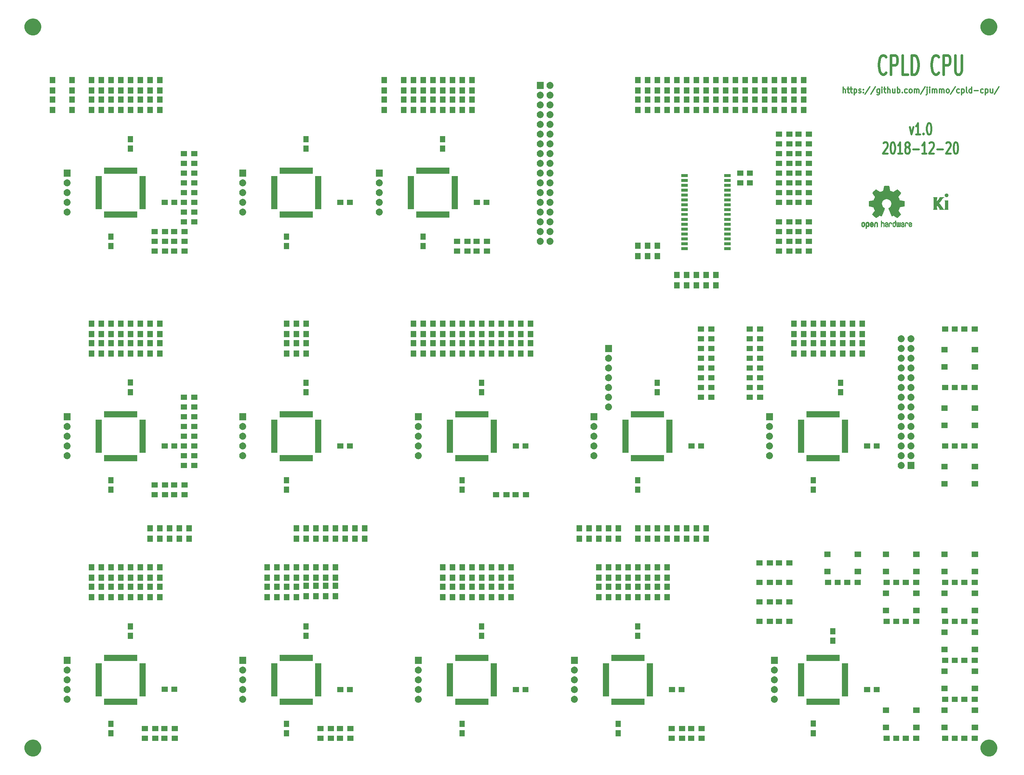
<source format=gbr>
G04 #@! TF.GenerationSoftware,KiCad,Pcbnew,5.0.1*
G04 #@! TF.CreationDate,2018-12-21T00:14:18+11:00*
G04 #@! TF.ProjectId,cpld-cpu,63706C642D6370752E6B696361645F70,rev?*
G04 #@! TF.SameCoordinates,Original*
G04 #@! TF.FileFunction,Soldermask,Top*
G04 #@! TF.FilePolarity,Negative*
%FSLAX46Y46*%
G04 Gerber Fmt 4.6, Leading zero omitted, Abs format (unit mm)*
G04 Created by KiCad (PCBNEW 5.0.1) date Fri 21 Dec 2018 00:14:18 AEDT*
%MOMM*%
%LPD*%
G01*
G04 APERTURE LIST*
%ADD10C,0.300000*%
%ADD11C,0.500000*%
%ADD12C,0.700000*%
%ADD13C,0.010000*%
%ADD14C,0.050000*%
G04 APERTURE END LIST*
D10*
X226180000Y-32428571D02*
X226180000Y-30928571D01*
X226780000Y-32428571D02*
X226780000Y-31642857D01*
X226713333Y-31500000D01*
X226580000Y-31428571D01*
X226380000Y-31428571D01*
X226246666Y-31500000D01*
X226180000Y-31571428D01*
X227246666Y-31428571D02*
X227780000Y-31428571D01*
X227446666Y-30928571D02*
X227446666Y-32214285D01*
X227513333Y-32357142D01*
X227646666Y-32428571D01*
X227780000Y-32428571D01*
X228046666Y-31428571D02*
X228580000Y-31428571D01*
X228246666Y-30928571D02*
X228246666Y-32214285D01*
X228313333Y-32357142D01*
X228446666Y-32428571D01*
X228580000Y-32428571D01*
X229046666Y-31428571D02*
X229046666Y-32928571D01*
X229046666Y-31500000D02*
X229180000Y-31428571D01*
X229446666Y-31428571D01*
X229580000Y-31500000D01*
X229646666Y-31571428D01*
X229713333Y-31714285D01*
X229713333Y-32142857D01*
X229646666Y-32285714D01*
X229580000Y-32357142D01*
X229446666Y-32428571D01*
X229180000Y-32428571D01*
X229046666Y-32357142D01*
X230246666Y-32357142D02*
X230380000Y-32428571D01*
X230646666Y-32428571D01*
X230780000Y-32357142D01*
X230846666Y-32214285D01*
X230846666Y-32142857D01*
X230780000Y-32000000D01*
X230646666Y-31928571D01*
X230446666Y-31928571D01*
X230313333Y-31857142D01*
X230246666Y-31714285D01*
X230246666Y-31642857D01*
X230313333Y-31500000D01*
X230446666Y-31428571D01*
X230646666Y-31428571D01*
X230780000Y-31500000D01*
X231446666Y-32285714D02*
X231513333Y-32357142D01*
X231446666Y-32428571D01*
X231380000Y-32357142D01*
X231446666Y-32285714D01*
X231446666Y-32428571D01*
X231446666Y-31500000D02*
X231513333Y-31571428D01*
X231446666Y-31642857D01*
X231380000Y-31571428D01*
X231446666Y-31500000D01*
X231446666Y-31642857D01*
X233113333Y-30857142D02*
X231913333Y-32785714D01*
X234580000Y-30857142D02*
X233380000Y-32785714D01*
X235646666Y-31428571D02*
X235646666Y-32642857D01*
X235580000Y-32785714D01*
X235513333Y-32857142D01*
X235380000Y-32928571D01*
X235180000Y-32928571D01*
X235046666Y-32857142D01*
X235646666Y-32357142D02*
X235513333Y-32428571D01*
X235246666Y-32428571D01*
X235113333Y-32357142D01*
X235046666Y-32285714D01*
X234980000Y-32142857D01*
X234980000Y-31714285D01*
X235046666Y-31571428D01*
X235113333Y-31500000D01*
X235246666Y-31428571D01*
X235513333Y-31428571D01*
X235646666Y-31500000D01*
X236313333Y-32428571D02*
X236313333Y-31428571D01*
X236313333Y-30928571D02*
X236246666Y-31000000D01*
X236313333Y-31071428D01*
X236380000Y-31000000D01*
X236313333Y-30928571D01*
X236313333Y-31071428D01*
X236780000Y-31428571D02*
X237313333Y-31428571D01*
X236980000Y-30928571D02*
X236980000Y-32214285D01*
X237046666Y-32357142D01*
X237180000Y-32428571D01*
X237313333Y-32428571D01*
X237780000Y-32428571D02*
X237780000Y-30928571D01*
X238380000Y-32428571D02*
X238380000Y-31642857D01*
X238313333Y-31500000D01*
X238180000Y-31428571D01*
X237980000Y-31428571D01*
X237846666Y-31500000D01*
X237780000Y-31571428D01*
X239646666Y-31428571D02*
X239646666Y-32428571D01*
X239046666Y-31428571D02*
X239046666Y-32214285D01*
X239113333Y-32357142D01*
X239246666Y-32428571D01*
X239446666Y-32428571D01*
X239580000Y-32357142D01*
X239646666Y-32285714D01*
X240313333Y-32428571D02*
X240313333Y-30928571D01*
X240313333Y-31500000D02*
X240446666Y-31428571D01*
X240713333Y-31428571D01*
X240846666Y-31500000D01*
X240913333Y-31571428D01*
X240980000Y-31714285D01*
X240980000Y-32142857D01*
X240913333Y-32285714D01*
X240846666Y-32357142D01*
X240713333Y-32428571D01*
X240446666Y-32428571D01*
X240313333Y-32357142D01*
X241580000Y-32285714D02*
X241646666Y-32357142D01*
X241580000Y-32428571D01*
X241513333Y-32357142D01*
X241580000Y-32285714D01*
X241580000Y-32428571D01*
X242846666Y-32357142D02*
X242713333Y-32428571D01*
X242446666Y-32428571D01*
X242313333Y-32357142D01*
X242246666Y-32285714D01*
X242180000Y-32142857D01*
X242180000Y-31714285D01*
X242246666Y-31571428D01*
X242313333Y-31500000D01*
X242446666Y-31428571D01*
X242713333Y-31428571D01*
X242846666Y-31500000D01*
X243646666Y-32428571D02*
X243513333Y-32357142D01*
X243446666Y-32285714D01*
X243380000Y-32142857D01*
X243380000Y-31714285D01*
X243446666Y-31571428D01*
X243513333Y-31500000D01*
X243646666Y-31428571D01*
X243846666Y-31428571D01*
X243980000Y-31500000D01*
X244046666Y-31571428D01*
X244113333Y-31714285D01*
X244113333Y-32142857D01*
X244046666Y-32285714D01*
X243980000Y-32357142D01*
X243846666Y-32428571D01*
X243646666Y-32428571D01*
X244713333Y-32428571D02*
X244713333Y-31428571D01*
X244713333Y-31571428D02*
X244780000Y-31500000D01*
X244913333Y-31428571D01*
X245113333Y-31428571D01*
X245246666Y-31500000D01*
X245313333Y-31642857D01*
X245313333Y-32428571D01*
X245313333Y-31642857D02*
X245380000Y-31500000D01*
X245513333Y-31428571D01*
X245713333Y-31428571D01*
X245846666Y-31500000D01*
X245913333Y-31642857D01*
X245913333Y-32428571D01*
X247580000Y-30857142D02*
X246380000Y-32785714D01*
X248046666Y-31428571D02*
X248046666Y-32714285D01*
X247980000Y-32857142D01*
X247846666Y-32928571D01*
X247780000Y-32928571D01*
X248046666Y-30928571D02*
X247980000Y-31000000D01*
X248046666Y-31071428D01*
X248113333Y-31000000D01*
X248046666Y-30928571D01*
X248046666Y-31071428D01*
X248713333Y-32428571D02*
X248713333Y-31428571D01*
X248713333Y-30928571D02*
X248646666Y-31000000D01*
X248713333Y-31071428D01*
X248780000Y-31000000D01*
X248713333Y-30928571D01*
X248713333Y-31071428D01*
X249380000Y-32428571D02*
X249380000Y-31428571D01*
X249380000Y-31571428D02*
X249446666Y-31500000D01*
X249580000Y-31428571D01*
X249780000Y-31428571D01*
X249913333Y-31500000D01*
X249980000Y-31642857D01*
X249980000Y-32428571D01*
X249980000Y-31642857D02*
X250046666Y-31500000D01*
X250180000Y-31428571D01*
X250380000Y-31428571D01*
X250513333Y-31500000D01*
X250580000Y-31642857D01*
X250580000Y-32428571D01*
X251246666Y-32428571D02*
X251246666Y-31428571D01*
X251246666Y-31571428D02*
X251313333Y-31500000D01*
X251446666Y-31428571D01*
X251646666Y-31428571D01*
X251780000Y-31500000D01*
X251846666Y-31642857D01*
X251846666Y-32428571D01*
X251846666Y-31642857D02*
X251913333Y-31500000D01*
X252046666Y-31428571D01*
X252246666Y-31428571D01*
X252380000Y-31500000D01*
X252446666Y-31642857D01*
X252446666Y-32428571D01*
X253313333Y-32428571D02*
X253180000Y-32357142D01*
X253113333Y-32285714D01*
X253046666Y-32142857D01*
X253046666Y-31714285D01*
X253113333Y-31571428D01*
X253180000Y-31500000D01*
X253313333Y-31428571D01*
X253513333Y-31428571D01*
X253646666Y-31500000D01*
X253713333Y-31571428D01*
X253780000Y-31714285D01*
X253780000Y-32142857D01*
X253713333Y-32285714D01*
X253646666Y-32357142D01*
X253513333Y-32428571D01*
X253313333Y-32428571D01*
X255380000Y-30857142D02*
X254180000Y-32785714D01*
X256446666Y-32357142D02*
X256313333Y-32428571D01*
X256046666Y-32428571D01*
X255913333Y-32357142D01*
X255846666Y-32285714D01*
X255780000Y-32142857D01*
X255780000Y-31714285D01*
X255846666Y-31571428D01*
X255913333Y-31500000D01*
X256046666Y-31428571D01*
X256313333Y-31428571D01*
X256446666Y-31500000D01*
X257046666Y-31428571D02*
X257046666Y-32928571D01*
X257046666Y-31500000D02*
X257180000Y-31428571D01*
X257446666Y-31428571D01*
X257580000Y-31500000D01*
X257646666Y-31571428D01*
X257713333Y-31714285D01*
X257713333Y-32142857D01*
X257646666Y-32285714D01*
X257580000Y-32357142D01*
X257446666Y-32428571D01*
X257180000Y-32428571D01*
X257046666Y-32357142D01*
X258513333Y-32428571D02*
X258380000Y-32357142D01*
X258313333Y-32214285D01*
X258313333Y-30928571D01*
X259646666Y-32428571D02*
X259646666Y-30928571D01*
X259646666Y-32357142D02*
X259513333Y-32428571D01*
X259246666Y-32428571D01*
X259113333Y-32357142D01*
X259046666Y-32285714D01*
X258980000Y-32142857D01*
X258980000Y-31714285D01*
X259046666Y-31571428D01*
X259113333Y-31500000D01*
X259246666Y-31428571D01*
X259513333Y-31428571D01*
X259646666Y-31500000D01*
X260313333Y-31857142D02*
X261380000Y-31857142D01*
X262646666Y-32357142D02*
X262513333Y-32428571D01*
X262246666Y-32428571D01*
X262113333Y-32357142D01*
X262046666Y-32285714D01*
X261980000Y-32142857D01*
X261980000Y-31714285D01*
X262046666Y-31571428D01*
X262113333Y-31500000D01*
X262246666Y-31428571D01*
X262513333Y-31428571D01*
X262646666Y-31500000D01*
X263246666Y-31428571D02*
X263246666Y-32928571D01*
X263246666Y-31500000D02*
X263380000Y-31428571D01*
X263646666Y-31428571D01*
X263780000Y-31500000D01*
X263846666Y-31571428D01*
X263913333Y-31714285D01*
X263913333Y-32142857D01*
X263846666Y-32285714D01*
X263780000Y-32357142D01*
X263646666Y-32428571D01*
X263380000Y-32428571D01*
X263246666Y-32357142D01*
X265113333Y-31428571D02*
X265113333Y-32428571D01*
X264513333Y-31428571D02*
X264513333Y-32214285D01*
X264580000Y-32357142D01*
X264713333Y-32428571D01*
X264913333Y-32428571D01*
X265046666Y-32357142D01*
X265113333Y-32285714D01*
X266780000Y-30857142D02*
X265580000Y-32785714D01*
D11*
X243522857Y-41307142D02*
X243999047Y-43307142D01*
X244475238Y-41307142D01*
X246284761Y-43307142D02*
X245141904Y-43307142D01*
X245713333Y-43307142D02*
X245713333Y-40307142D01*
X245522857Y-40735714D01*
X245332380Y-41021428D01*
X245141904Y-41164285D01*
X247141904Y-43021428D02*
X247237142Y-43164285D01*
X247141904Y-43307142D01*
X247046666Y-43164285D01*
X247141904Y-43021428D01*
X247141904Y-43307142D01*
X248475238Y-40307142D02*
X248665714Y-40307142D01*
X248856190Y-40450000D01*
X248951428Y-40592857D01*
X249046666Y-40878571D01*
X249141904Y-41450000D01*
X249141904Y-42164285D01*
X249046666Y-42735714D01*
X248951428Y-43021428D01*
X248856190Y-43164285D01*
X248665714Y-43307142D01*
X248475238Y-43307142D01*
X248284761Y-43164285D01*
X248189523Y-43021428D01*
X248094285Y-42735714D01*
X247999047Y-42164285D01*
X247999047Y-41450000D01*
X248094285Y-40878571D01*
X248189523Y-40592857D01*
X248284761Y-40450000D01*
X248475238Y-40307142D01*
X236665714Y-45592857D02*
X236760952Y-45450000D01*
X236951428Y-45307142D01*
X237427619Y-45307142D01*
X237618095Y-45450000D01*
X237713333Y-45592857D01*
X237808571Y-45878571D01*
X237808571Y-46164285D01*
X237713333Y-46592857D01*
X236570476Y-48307142D01*
X237808571Y-48307142D01*
X239046666Y-45307142D02*
X239237142Y-45307142D01*
X239427619Y-45450000D01*
X239522857Y-45592857D01*
X239618095Y-45878571D01*
X239713333Y-46450000D01*
X239713333Y-47164285D01*
X239618095Y-47735714D01*
X239522857Y-48021428D01*
X239427619Y-48164285D01*
X239237142Y-48307142D01*
X239046666Y-48307142D01*
X238856190Y-48164285D01*
X238760952Y-48021428D01*
X238665714Y-47735714D01*
X238570476Y-47164285D01*
X238570476Y-46450000D01*
X238665714Y-45878571D01*
X238760952Y-45592857D01*
X238856190Y-45450000D01*
X239046666Y-45307142D01*
X241618095Y-48307142D02*
X240475238Y-48307142D01*
X241046666Y-48307142D02*
X241046666Y-45307142D01*
X240856190Y-45735714D01*
X240665714Y-46021428D01*
X240475238Y-46164285D01*
X242760952Y-46592857D02*
X242570476Y-46450000D01*
X242475238Y-46307142D01*
X242380000Y-46021428D01*
X242380000Y-45878571D01*
X242475238Y-45592857D01*
X242570476Y-45450000D01*
X242760952Y-45307142D01*
X243141904Y-45307142D01*
X243332380Y-45450000D01*
X243427619Y-45592857D01*
X243522857Y-45878571D01*
X243522857Y-46021428D01*
X243427619Y-46307142D01*
X243332380Y-46450000D01*
X243141904Y-46592857D01*
X242760952Y-46592857D01*
X242570476Y-46735714D01*
X242475238Y-46878571D01*
X242380000Y-47164285D01*
X242380000Y-47735714D01*
X242475238Y-48021428D01*
X242570476Y-48164285D01*
X242760952Y-48307142D01*
X243141904Y-48307142D01*
X243332380Y-48164285D01*
X243427619Y-48021428D01*
X243522857Y-47735714D01*
X243522857Y-47164285D01*
X243427619Y-46878571D01*
X243332380Y-46735714D01*
X243141904Y-46592857D01*
X244380000Y-47164285D02*
X245903809Y-47164285D01*
X247903809Y-48307142D02*
X246760952Y-48307142D01*
X247332380Y-48307142D02*
X247332380Y-45307142D01*
X247141904Y-45735714D01*
X246951428Y-46021428D01*
X246760952Y-46164285D01*
X248665714Y-45592857D02*
X248760952Y-45450000D01*
X248951428Y-45307142D01*
X249427619Y-45307142D01*
X249618095Y-45450000D01*
X249713333Y-45592857D01*
X249808571Y-45878571D01*
X249808571Y-46164285D01*
X249713333Y-46592857D01*
X248570476Y-48307142D01*
X249808571Y-48307142D01*
X250665714Y-47164285D02*
X252189523Y-47164285D01*
X253046666Y-45592857D02*
X253141904Y-45450000D01*
X253332380Y-45307142D01*
X253808571Y-45307142D01*
X253999047Y-45450000D01*
X254094285Y-45592857D01*
X254189523Y-45878571D01*
X254189523Y-46164285D01*
X254094285Y-46592857D01*
X252951428Y-48307142D01*
X254189523Y-48307142D01*
X255427619Y-45307142D02*
X255618095Y-45307142D01*
X255808571Y-45450000D01*
X255903809Y-45592857D01*
X255999047Y-45878571D01*
X256094285Y-46450000D01*
X256094285Y-47164285D01*
X255999047Y-47735714D01*
X255903809Y-48021428D01*
X255808571Y-48164285D01*
X255618095Y-48307142D01*
X255427619Y-48307142D01*
X255237142Y-48164285D01*
X255141904Y-48021428D01*
X255046666Y-47735714D01*
X254951428Y-47164285D01*
X254951428Y-46450000D01*
X255046666Y-45878571D01*
X255141904Y-45592857D01*
X255237142Y-45450000D01*
X255427619Y-45307142D01*
D12*
X237380000Y-27185714D02*
X237237142Y-27423809D01*
X236808571Y-27661904D01*
X236522857Y-27661904D01*
X236094285Y-27423809D01*
X235808571Y-26947619D01*
X235665714Y-26471428D01*
X235522857Y-25519047D01*
X235522857Y-24804761D01*
X235665714Y-23852380D01*
X235808571Y-23376190D01*
X236094285Y-22900000D01*
X236522857Y-22661904D01*
X236808571Y-22661904D01*
X237237142Y-22900000D01*
X237380000Y-23138095D01*
X238665714Y-27661904D02*
X238665714Y-22661904D01*
X239808571Y-22661904D01*
X240094285Y-22900000D01*
X240237142Y-23138095D01*
X240380000Y-23614285D01*
X240380000Y-24328571D01*
X240237142Y-24804761D01*
X240094285Y-25042857D01*
X239808571Y-25280952D01*
X238665714Y-25280952D01*
X243094285Y-27661904D02*
X241665714Y-27661904D01*
X241665714Y-22661904D01*
X244094285Y-27661904D02*
X244094285Y-22661904D01*
X244808571Y-22661904D01*
X245237142Y-22900000D01*
X245522857Y-23376190D01*
X245665714Y-23852380D01*
X245808571Y-24804761D01*
X245808571Y-25519047D01*
X245665714Y-26471428D01*
X245522857Y-26947619D01*
X245237142Y-27423809D01*
X244808571Y-27661904D01*
X244094285Y-27661904D01*
X251094285Y-27185714D02*
X250951428Y-27423809D01*
X250522857Y-27661904D01*
X250237142Y-27661904D01*
X249808571Y-27423809D01*
X249522857Y-26947619D01*
X249380000Y-26471428D01*
X249237142Y-25519047D01*
X249237142Y-24804761D01*
X249380000Y-23852380D01*
X249522857Y-23376190D01*
X249808571Y-22900000D01*
X250237142Y-22661904D01*
X250522857Y-22661904D01*
X250951428Y-22900000D01*
X251094285Y-23138095D01*
X252380000Y-27661904D02*
X252380000Y-22661904D01*
X253522857Y-22661904D01*
X253808571Y-22900000D01*
X253951428Y-23138095D01*
X254094285Y-23614285D01*
X254094285Y-24328571D01*
X253951428Y-24804761D01*
X253808571Y-25042857D01*
X253522857Y-25280952D01*
X252380000Y-25280952D01*
X255380000Y-22661904D02*
X255380000Y-26709523D01*
X255522857Y-27185714D01*
X255665714Y-27423809D01*
X255951428Y-27661904D01*
X256522857Y-27661904D01*
X256808571Y-27423809D01*
X256951428Y-27185714D01*
X257094285Y-26709523D01*
X257094285Y-22661904D01*
D13*
G04 #@! TO.C,S2*
G36*
X232661900Y-66091903D02*
X232773450Y-66147522D01*
X232871908Y-66249931D01*
X232899023Y-66287864D01*
X232928562Y-66337500D01*
X232947728Y-66391412D01*
X232958693Y-66463364D01*
X232963629Y-66567122D01*
X232964713Y-66704101D01*
X232959818Y-66891815D01*
X232942804Y-67032758D01*
X232910177Y-67137908D01*
X232858442Y-67218243D01*
X232784104Y-67284741D01*
X232778642Y-67288678D01*
X232705380Y-67328953D01*
X232617160Y-67348880D01*
X232504962Y-67353793D01*
X232322567Y-67353793D01*
X232322491Y-67530857D01*
X232320793Y-67629470D01*
X232310450Y-67687314D01*
X232283422Y-67722006D01*
X232231668Y-67751164D01*
X232219239Y-67757121D01*
X232161077Y-67785039D01*
X232116044Y-67802672D01*
X232082559Y-67804194D01*
X232059038Y-67783781D01*
X232043900Y-67735607D01*
X232035563Y-67653846D01*
X232032444Y-67532672D01*
X232032960Y-67366260D01*
X232035529Y-67148785D01*
X232036332Y-67083736D01*
X232039222Y-66859502D01*
X232041812Y-66712821D01*
X232322414Y-66712821D01*
X232323991Y-66837326D01*
X232331000Y-66918787D01*
X232346858Y-66972515D01*
X232374981Y-67013823D01*
X232394075Y-67033971D01*
X232472135Y-67092921D01*
X232541247Y-67097720D01*
X232612560Y-67049038D01*
X232614368Y-67047241D01*
X232643383Y-67009618D01*
X232661033Y-66958484D01*
X232669936Y-66879738D01*
X232672709Y-66759276D01*
X232672759Y-66732588D01*
X232666058Y-66566583D01*
X232644248Y-66451505D01*
X232604765Y-66381254D01*
X232545044Y-66349729D01*
X232510528Y-66346552D01*
X232428611Y-66361460D01*
X232372421Y-66410548D01*
X232338598Y-66500362D01*
X232323780Y-66637445D01*
X232322414Y-66712821D01*
X232041812Y-66712821D01*
X232042287Y-66685952D01*
X232046247Y-66555382D01*
X232051826Y-66460087D01*
X232059746Y-66392364D01*
X232070731Y-66344507D01*
X232085501Y-66308813D01*
X232104782Y-66277578D01*
X232113049Y-66265824D01*
X232222712Y-66154797D01*
X232361365Y-66091847D01*
X232521754Y-66074297D01*
X232661900Y-66091903D01*
X232661900Y-66091903D01*
G37*
X232661900Y-66091903D02*
X232773450Y-66147522D01*
X232871908Y-66249931D01*
X232899023Y-66287864D01*
X232928562Y-66337500D01*
X232947728Y-66391412D01*
X232958693Y-66463364D01*
X232963629Y-66567122D01*
X232964713Y-66704101D01*
X232959818Y-66891815D01*
X232942804Y-67032758D01*
X232910177Y-67137908D01*
X232858442Y-67218243D01*
X232784104Y-67284741D01*
X232778642Y-67288678D01*
X232705380Y-67328953D01*
X232617160Y-67348880D01*
X232504962Y-67353793D01*
X232322567Y-67353793D01*
X232322491Y-67530857D01*
X232320793Y-67629470D01*
X232310450Y-67687314D01*
X232283422Y-67722006D01*
X232231668Y-67751164D01*
X232219239Y-67757121D01*
X232161077Y-67785039D01*
X232116044Y-67802672D01*
X232082559Y-67804194D01*
X232059038Y-67783781D01*
X232043900Y-67735607D01*
X232035563Y-67653846D01*
X232032444Y-67532672D01*
X232032960Y-67366260D01*
X232035529Y-67148785D01*
X232036332Y-67083736D01*
X232039222Y-66859502D01*
X232041812Y-66712821D01*
X232322414Y-66712821D01*
X232323991Y-66837326D01*
X232331000Y-66918787D01*
X232346858Y-66972515D01*
X232374981Y-67013823D01*
X232394075Y-67033971D01*
X232472135Y-67092921D01*
X232541247Y-67097720D01*
X232612560Y-67049038D01*
X232614368Y-67047241D01*
X232643383Y-67009618D01*
X232661033Y-66958484D01*
X232669936Y-66879738D01*
X232672709Y-66759276D01*
X232672759Y-66732588D01*
X232666058Y-66566583D01*
X232644248Y-66451505D01*
X232604765Y-66381254D01*
X232545044Y-66349729D01*
X232510528Y-66346552D01*
X232428611Y-66361460D01*
X232372421Y-66410548D01*
X232338598Y-66500362D01*
X232323780Y-66637445D01*
X232322414Y-66712821D01*
X232041812Y-66712821D01*
X232042287Y-66685952D01*
X232046247Y-66555382D01*
X232051826Y-66460087D01*
X232059746Y-66392364D01*
X232070731Y-66344507D01*
X232085501Y-66308813D01*
X232104782Y-66277578D01*
X232113049Y-66265824D01*
X232222712Y-66154797D01*
X232361365Y-66091847D01*
X232521754Y-66074297D01*
X232661900Y-66091903D01*
G36*
X234907429Y-66107719D02*
X235001123Y-66161914D01*
X235066264Y-66215707D01*
X235113907Y-66272066D01*
X235146728Y-66340987D01*
X235167406Y-66432468D01*
X235178620Y-66556506D01*
X235183049Y-66723098D01*
X235183563Y-66842851D01*
X235183563Y-67283659D01*
X235059483Y-67339283D01*
X234935402Y-67394907D01*
X234920805Y-66912095D01*
X234914773Y-66731779D01*
X234908445Y-66600901D01*
X234900606Y-66510511D01*
X234890037Y-66451664D01*
X234875523Y-66415413D01*
X234855848Y-66392810D01*
X234849535Y-66387917D01*
X234753888Y-66349706D01*
X234657207Y-66364827D01*
X234599655Y-66404943D01*
X234576245Y-66433370D01*
X234560039Y-66470672D01*
X234549741Y-66527223D01*
X234544049Y-66613394D01*
X234541664Y-66739558D01*
X234541264Y-66871042D01*
X234541186Y-67035999D01*
X234538361Y-67152761D01*
X234528907Y-67231510D01*
X234508940Y-67282431D01*
X234474576Y-67315706D01*
X234421932Y-67341520D01*
X234351617Y-67368344D01*
X234274820Y-67397542D01*
X234283962Y-66879346D01*
X234287643Y-66692539D01*
X234291950Y-66554490D01*
X234298123Y-66455568D01*
X234307402Y-66386145D01*
X234321027Y-66336590D01*
X234340239Y-66297273D01*
X234363402Y-66262584D01*
X234475152Y-66151770D01*
X234611513Y-66087689D01*
X234759825Y-66072339D01*
X234907429Y-66107719D01*
X234907429Y-66107719D01*
G37*
X234907429Y-66107719D02*
X235001123Y-66161914D01*
X235066264Y-66215707D01*
X235113907Y-66272066D01*
X235146728Y-66340987D01*
X235167406Y-66432468D01*
X235178620Y-66556506D01*
X235183049Y-66723098D01*
X235183563Y-66842851D01*
X235183563Y-67283659D01*
X235059483Y-67339283D01*
X234935402Y-67394907D01*
X234920805Y-66912095D01*
X234914773Y-66731779D01*
X234908445Y-66600901D01*
X234900606Y-66510511D01*
X234890037Y-66451664D01*
X234875523Y-66415413D01*
X234855848Y-66392810D01*
X234849535Y-66387917D01*
X234753888Y-66349706D01*
X234657207Y-66364827D01*
X234599655Y-66404943D01*
X234576245Y-66433370D01*
X234560039Y-66470672D01*
X234549741Y-66527223D01*
X234544049Y-66613394D01*
X234541664Y-66739558D01*
X234541264Y-66871042D01*
X234541186Y-67035999D01*
X234538361Y-67152761D01*
X234528907Y-67231510D01*
X234508940Y-67282431D01*
X234474576Y-67315706D01*
X234421932Y-67341520D01*
X234351617Y-67368344D01*
X234274820Y-67397542D01*
X234283962Y-66879346D01*
X234287643Y-66692539D01*
X234291950Y-66554490D01*
X234298123Y-66455568D01*
X234307402Y-66386145D01*
X234321027Y-66336590D01*
X234340239Y-66297273D01*
X234363402Y-66262584D01*
X234475152Y-66151770D01*
X234611513Y-66087689D01*
X234759825Y-66072339D01*
X234907429Y-66107719D01*
G36*
X231538221Y-66096015D02*
X231675061Y-66167968D01*
X231776051Y-66283766D01*
X231811925Y-66358213D01*
X231839839Y-66469992D01*
X231854129Y-66611227D01*
X231855484Y-66765371D01*
X231844595Y-66915879D01*
X231822153Y-67046205D01*
X231788850Y-67139803D01*
X231778615Y-67155922D01*
X231657382Y-67276249D01*
X231513387Y-67348317D01*
X231357139Y-67369408D01*
X231199148Y-67336802D01*
X231155180Y-67317253D01*
X231069556Y-67257012D01*
X230994408Y-67177135D01*
X230987306Y-67167004D01*
X230958439Y-67118181D01*
X230939357Y-67065990D01*
X230928084Y-66997285D01*
X230922645Y-66898918D01*
X230921062Y-66757744D01*
X230921035Y-66726092D01*
X230921107Y-66716019D01*
X231212989Y-66716019D01*
X231214687Y-66849256D01*
X231221372Y-66937674D01*
X231235425Y-66994785D01*
X231259229Y-67034102D01*
X231271379Y-67047241D01*
X231341236Y-67097172D01*
X231409059Y-67094895D01*
X231477635Y-67051584D01*
X231518535Y-67005346D01*
X231542758Y-66937857D01*
X231556361Y-66831433D01*
X231557294Y-66819020D01*
X231559616Y-66626147D01*
X231535350Y-66482900D01*
X231484824Y-66390160D01*
X231408368Y-66348807D01*
X231381076Y-66346552D01*
X231309411Y-66357893D01*
X231260390Y-66397184D01*
X231230418Y-66472326D01*
X231215899Y-66591222D01*
X231212989Y-66716019D01*
X230921107Y-66716019D01*
X230922122Y-66575659D01*
X230926688Y-66470549D01*
X230936688Y-66397714D01*
X230954079Y-66344108D01*
X230980816Y-66296681D01*
X230986724Y-66287864D01*
X231086032Y-66169007D01*
X231194242Y-66100008D01*
X231325981Y-66072619D01*
X231370717Y-66071281D01*
X231538221Y-66096015D01*
X231538221Y-66096015D01*
G37*
X231538221Y-66096015D02*
X231675061Y-66167968D01*
X231776051Y-66283766D01*
X231811925Y-66358213D01*
X231839839Y-66469992D01*
X231854129Y-66611227D01*
X231855484Y-66765371D01*
X231844595Y-66915879D01*
X231822153Y-67046205D01*
X231788850Y-67139803D01*
X231778615Y-67155922D01*
X231657382Y-67276249D01*
X231513387Y-67348317D01*
X231357139Y-67369408D01*
X231199148Y-67336802D01*
X231155180Y-67317253D01*
X231069556Y-67257012D01*
X230994408Y-67177135D01*
X230987306Y-67167004D01*
X230958439Y-67118181D01*
X230939357Y-67065990D01*
X230928084Y-66997285D01*
X230922645Y-66898918D01*
X230921062Y-66757744D01*
X230921035Y-66726092D01*
X230921107Y-66716019D01*
X231212989Y-66716019D01*
X231214687Y-66849256D01*
X231221372Y-66937674D01*
X231235425Y-66994785D01*
X231259229Y-67034102D01*
X231271379Y-67047241D01*
X231341236Y-67097172D01*
X231409059Y-67094895D01*
X231477635Y-67051584D01*
X231518535Y-67005346D01*
X231542758Y-66937857D01*
X231556361Y-66831433D01*
X231557294Y-66819020D01*
X231559616Y-66626147D01*
X231535350Y-66482900D01*
X231484824Y-66390160D01*
X231408368Y-66348807D01*
X231381076Y-66346552D01*
X231309411Y-66357893D01*
X231260390Y-66397184D01*
X231230418Y-66472326D01*
X231215899Y-66591222D01*
X231212989Y-66716019D01*
X230921107Y-66716019D01*
X230922122Y-66575659D01*
X230926688Y-66470549D01*
X230936688Y-66397714D01*
X230954079Y-66344108D01*
X230980816Y-66296681D01*
X230986724Y-66287864D01*
X231086032Y-66169007D01*
X231194242Y-66100008D01*
X231325981Y-66072619D01*
X231370717Y-66071281D01*
X231538221Y-66096015D01*
G36*
X233805552Y-66114676D02*
X233920658Y-66192111D01*
X234009611Y-66303949D01*
X234062749Y-66446265D01*
X234073497Y-66551015D01*
X234072276Y-66594726D01*
X234062056Y-66628194D01*
X234033961Y-66658179D01*
X233979116Y-66691440D01*
X233888645Y-66734738D01*
X233753672Y-66794833D01*
X233752989Y-66795134D01*
X233628751Y-66852037D01*
X233526873Y-66902565D01*
X233457767Y-66941280D01*
X233431846Y-66962740D01*
X233431839Y-66962913D01*
X233454685Y-67009644D01*
X233508109Y-67061154D01*
X233569442Y-67098261D01*
X233600515Y-67105632D01*
X233685289Y-67080138D01*
X233758293Y-67016291D01*
X233793913Y-66946094D01*
X233828180Y-66894343D01*
X233895303Y-66835409D01*
X233974208Y-66784496D01*
X234043821Y-66756809D01*
X234058377Y-66755287D01*
X234074763Y-66780321D01*
X234075750Y-66844311D01*
X234063708Y-66930593D01*
X234041007Y-67022501D01*
X234010014Y-67103369D01*
X234008448Y-67106509D01*
X233915181Y-67236734D01*
X233794304Y-67325311D01*
X233657027Y-67368786D01*
X233514560Y-67363706D01*
X233378112Y-67306616D01*
X233372045Y-67302602D01*
X233264710Y-67205326D01*
X233194132Y-67078409D01*
X233155074Y-66911526D01*
X233149832Y-66864639D01*
X233140548Y-66643329D01*
X233151678Y-66540124D01*
X233431839Y-66540124D01*
X233435479Y-66604503D01*
X233455389Y-66623291D01*
X233505026Y-66609235D01*
X233583267Y-66576009D01*
X233670726Y-66534359D01*
X233672899Y-66533256D01*
X233747030Y-66494265D01*
X233776781Y-66468244D01*
X233769445Y-66440965D01*
X233738553Y-66405121D01*
X233659960Y-66353251D01*
X233575323Y-66349439D01*
X233499403Y-66387189D01*
X233446965Y-66460001D01*
X233431839Y-66540124D01*
X233151678Y-66540124D01*
X233159644Y-66466261D01*
X233208634Y-66325829D01*
X233276836Y-66227447D01*
X233399935Y-66128030D01*
X233535528Y-66078711D01*
X233673955Y-66075568D01*
X233805552Y-66114676D01*
X233805552Y-66114676D01*
G37*
X233805552Y-66114676D02*
X233920658Y-66192111D01*
X234009611Y-66303949D01*
X234062749Y-66446265D01*
X234073497Y-66551015D01*
X234072276Y-66594726D01*
X234062056Y-66628194D01*
X234033961Y-66658179D01*
X233979116Y-66691440D01*
X233888645Y-66734738D01*
X233753672Y-66794833D01*
X233752989Y-66795134D01*
X233628751Y-66852037D01*
X233526873Y-66902565D01*
X233457767Y-66941280D01*
X233431846Y-66962740D01*
X233431839Y-66962913D01*
X233454685Y-67009644D01*
X233508109Y-67061154D01*
X233569442Y-67098261D01*
X233600515Y-67105632D01*
X233685289Y-67080138D01*
X233758293Y-67016291D01*
X233793913Y-66946094D01*
X233828180Y-66894343D01*
X233895303Y-66835409D01*
X233974208Y-66784496D01*
X234043821Y-66756809D01*
X234058377Y-66755287D01*
X234074763Y-66780321D01*
X234075750Y-66844311D01*
X234063708Y-66930593D01*
X234041007Y-67022501D01*
X234010014Y-67103369D01*
X234008448Y-67106509D01*
X233915181Y-67236734D01*
X233794304Y-67325311D01*
X233657027Y-67368786D01*
X233514560Y-67363706D01*
X233378112Y-67306616D01*
X233372045Y-67302602D01*
X233264710Y-67205326D01*
X233194132Y-67078409D01*
X233155074Y-66911526D01*
X233149832Y-66864639D01*
X233140548Y-66643329D01*
X233151678Y-66540124D01*
X233431839Y-66540124D01*
X233435479Y-66604503D01*
X233455389Y-66623291D01*
X233505026Y-66609235D01*
X233583267Y-66576009D01*
X233670726Y-66534359D01*
X233672899Y-66533256D01*
X233747030Y-66494265D01*
X233776781Y-66468244D01*
X233769445Y-66440965D01*
X233738553Y-66405121D01*
X233659960Y-66353251D01*
X233575323Y-66349439D01*
X233499403Y-66387189D01*
X233446965Y-66460001D01*
X233431839Y-66540124D01*
X233151678Y-66540124D01*
X233159644Y-66466261D01*
X233208634Y-66325829D01*
X233276836Y-66227447D01*
X233399935Y-66128030D01*
X233535528Y-66078711D01*
X233673955Y-66075568D01*
X233805552Y-66114676D01*
G36*
X236234598Y-65953857D02*
X236243154Y-66073188D01*
X236252981Y-66143506D01*
X236266599Y-66174179D01*
X236286527Y-66174571D01*
X236292989Y-66170910D01*
X236378940Y-66144398D01*
X236490745Y-66145946D01*
X236604414Y-66173199D01*
X236675510Y-66208455D01*
X236748405Y-66264778D01*
X236801693Y-66328519D01*
X236838275Y-66409510D01*
X236861050Y-66517586D01*
X236872919Y-66662580D01*
X236876782Y-66854326D01*
X236876851Y-66891109D01*
X236876897Y-67304288D01*
X236784954Y-67336339D01*
X236719652Y-67358144D01*
X236683824Y-67368297D01*
X236682770Y-67368391D01*
X236679242Y-67340860D01*
X236676239Y-67264923D01*
X236673990Y-67150565D01*
X236672724Y-67007769D01*
X236672529Y-66920951D01*
X236672123Y-66749773D01*
X236670032Y-66627088D01*
X236664947Y-66543000D01*
X236655560Y-66487614D01*
X236640561Y-66451032D01*
X236618642Y-66423359D01*
X236604957Y-66410032D01*
X236510949Y-66356328D01*
X236408364Y-66352307D01*
X236315290Y-66397725D01*
X236298078Y-66414123D01*
X236272832Y-66444957D01*
X236255320Y-66481531D01*
X236244142Y-66534415D01*
X236237896Y-66614177D01*
X236235182Y-66731385D01*
X236234598Y-66892991D01*
X236234598Y-67304288D01*
X236142655Y-67336339D01*
X236077353Y-67358144D01*
X236041525Y-67368297D01*
X236040471Y-67368391D01*
X236037775Y-67340448D01*
X236035345Y-67261630D01*
X236033278Y-67139453D01*
X236031671Y-66981432D01*
X236030623Y-66795083D01*
X236030231Y-66587920D01*
X236030230Y-66578706D01*
X236030230Y-65789020D01*
X236125115Y-65748997D01*
X236220000Y-65708973D01*
X236234598Y-65953857D01*
X236234598Y-65953857D01*
G37*
X236234598Y-65953857D02*
X236243154Y-66073188D01*
X236252981Y-66143506D01*
X236266599Y-66174179D01*
X236286527Y-66174571D01*
X236292989Y-66170910D01*
X236378940Y-66144398D01*
X236490745Y-66145946D01*
X236604414Y-66173199D01*
X236675510Y-66208455D01*
X236748405Y-66264778D01*
X236801693Y-66328519D01*
X236838275Y-66409510D01*
X236861050Y-66517586D01*
X236872919Y-66662580D01*
X236876782Y-66854326D01*
X236876851Y-66891109D01*
X236876897Y-67304288D01*
X236784954Y-67336339D01*
X236719652Y-67358144D01*
X236683824Y-67368297D01*
X236682770Y-67368391D01*
X236679242Y-67340860D01*
X236676239Y-67264923D01*
X236673990Y-67150565D01*
X236672724Y-67007769D01*
X236672529Y-66920951D01*
X236672123Y-66749773D01*
X236670032Y-66627088D01*
X236664947Y-66543000D01*
X236655560Y-66487614D01*
X236640561Y-66451032D01*
X236618642Y-66423359D01*
X236604957Y-66410032D01*
X236510949Y-66356328D01*
X236408364Y-66352307D01*
X236315290Y-66397725D01*
X236298078Y-66414123D01*
X236272832Y-66444957D01*
X236255320Y-66481531D01*
X236244142Y-66534415D01*
X236237896Y-66614177D01*
X236235182Y-66731385D01*
X236234598Y-66892991D01*
X236234598Y-67304288D01*
X236142655Y-67336339D01*
X236077353Y-67358144D01*
X236041525Y-67368297D01*
X236040471Y-67368391D01*
X236037775Y-67340448D01*
X236035345Y-67261630D01*
X236033278Y-67139453D01*
X236031671Y-66981432D01*
X236030623Y-66795083D01*
X236030231Y-66587920D01*
X236030230Y-66578706D01*
X236030230Y-65789020D01*
X236125115Y-65748997D01*
X236220000Y-65708973D01*
X236234598Y-65953857D01*
G36*
X237569944Y-66154360D02*
X237684343Y-66196842D01*
X237685652Y-66197658D01*
X237756403Y-66249730D01*
X237808636Y-66310584D01*
X237845371Y-66389887D01*
X237869634Y-66497309D01*
X237884445Y-66642517D01*
X237892829Y-66835179D01*
X237893564Y-66862628D01*
X237904120Y-67276521D01*
X237815291Y-67322456D01*
X237751018Y-67353498D01*
X237712210Y-67368206D01*
X237710415Y-67368391D01*
X237703700Y-67341250D01*
X237698365Y-67268041D01*
X237695083Y-67161081D01*
X237694368Y-67074469D01*
X237694351Y-66934162D01*
X237687937Y-66846051D01*
X237665580Y-66804025D01*
X237617732Y-66801975D01*
X237534849Y-66833790D01*
X237409713Y-66892272D01*
X237317697Y-66940845D01*
X237270371Y-66982986D01*
X237256458Y-67028916D01*
X237256437Y-67031189D01*
X237279395Y-67110311D01*
X237347370Y-67153055D01*
X237451398Y-67159246D01*
X237526330Y-67158172D01*
X237565839Y-67179753D01*
X237590478Y-67231591D01*
X237604659Y-67297632D01*
X237584223Y-67335104D01*
X237576528Y-67340467D01*
X237504083Y-67362006D01*
X237402633Y-67365055D01*
X237298157Y-67350778D01*
X237224125Y-67324688D01*
X237121772Y-67237785D01*
X237063591Y-67116816D01*
X237052069Y-67022308D01*
X237060862Y-66937062D01*
X237092680Y-66867476D01*
X237155684Y-66805672D01*
X237258031Y-66743772D01*
X237407882Y-66673897D01*
X237417012Y-66669948D01*
X237551997Y-66607588D01*
X237635294Y-66556446D01*
X237670997Y-66510488D01*
X237663203Y-66463683D01*
X237616007Y-66409998D01*
X237601894Y-66397644D01*
X237507359Y-66349741D01*
X237409406Y-66351758D01*
X237324097Y-66398724D01*
X237267496Y-66485669D01*
X237262237Y-66502734D01*
X237211023Y-66585504D01*
X237146037Y-66625372D01*
X237052069Y-66664882D01*
X237052069Y-66562658D01*
X237080653Y-66414072D01*
X237165495Y-66277784D01*
X237209645Y-66232191D01*
X237310005Y-66173674D01*
X237437635Y-66147184D01*
X237569944Y-66154360D01*
X237569944Y-66154360D01*
G37*
X237569944Y-66154360D02*
X237684343Y-66196842D01*
X237685652Y-66197658D01*
X237756403Y-66249730D01*
X237808636Y-66310584D01*
X237845371Y-66389887D01*
X237869634Y-66497309D01*
X237884445Y-66642517D01*
X237892829Y-66835179D01*
X237893564Y-66862628D01*
X237904120Y-67276521D01*
X237815291Y-67322456D01*
X237751018Y-67353498D01*
X237712210Y-67368206D01*
X237710415Y-67368391D01*
X237703700Y-67341250D01*
X237698365Y-67268041D01*
X237695083Y-67161081D01*
X237694368Y-67074469D01*
X237694351Y-66934162D01*
X237687937Y-66846051D01*
X237665580Y-66804025D01*
X237617732Y-66801975D01*
X237534849Y-66833790D01*
X237409713Y-66892272D01*
X237317697Y-66940845D01*
X237270371Y-66982986D01*
X237256458Y-67028916D01*
X237256437Y-67031189D01*
X237279395Y-67110311D01*
X237347370Y-67153055D01*
X237451398Y-67159246D01*
X237526330Y-67158172D01*
X237565839Y-67179753D01*
X237590478Y-67231591D01*
X237604659Y-67297632D01*
X237584223Y-67335104D01*
X237576528Y-67340467D01*
X237504083Y-67362006D01*
X237402633Y-67365055D01*
X237298157Y-67350778D01*
X237224125Y-67324688D01*
X237121772Y-67237785D01*
X237063591Y-67116816D01*
X237052069Y-67022308D01*
X237060862Y-66937062D01*
X237092680Y-66867476D01*
X237155684Y-66805672D01*
X237258031Y-66743772D01*
X237407882Y-66673897D01*
X237417012Y-66669948D01*
X237551997Y-66607588D01*
X237635294Y-66556446D01*
X237670997Y-66510488D01*
X237663203Y-66463683D01*
X237616007Y-66409998D01*
X237601894Y-66397644D01*
X237507359Y-66349741D01*
X237409406Y-66351758D01*
X237324097Y-66398724D01*
X237267496Y-66485669D01*
X237262237Y-66502734D01*
X237211023Y-66585504D01*
X237146037Y-66625372D01*
X237052069Y-66664882D01*
X237052069Y-66562658D01*
X237080653Y-66414072D01*
X237165495Y-66277784D01*
X237209645Y-66232191D01*
X237310005Y-66173674D01*
X237437635Y-66147184D01*
X237569944Y-66154360D01*
G36*
X238555943Y-66151920D02*
X238688565Y-66200859D01*
X238796010Y-66287419D01*
X238838032Y-66348352D01*
X238883843Y-66460161D01*
X238882891Y-66541006D01*
X238834808Y-66595378D01*
X238817017Y-66604624D01*
X238740204Y-66633450D01*
X238700976Y-66626065D01*
X238687689Y-66577658D01*
X238687012Y-66550920D01*
X238662686Y-66452548D01*
X238599281Y-66383734D01*
X238511154Y-66350498D01*
X238412663Y-66358861D01*
X238332602Y-66402296D01*
X238305561Y-66427072D01*
X238286394Y-66457129D01*
X238273446Y-66502565D01*
X238265064Y-66573476D01*
X238259593Y-66679960D01*
X238255378Y-66832112D01*
X238254287Y-66880287D01*
X238250307Y-67045095D01*
X238245781Y-67161088D01*
X238238995Y-67237833D01*
X238228231Y-67284893D01*
X238211773Y-67311835D01*
X238187906Y-67328223D01*
X238172626Y-67335463D01*
X238107733Y-67360220D01*
X238069534Y-67368391D01*
X238056912Y-67341103D01*
X238049208Y-67258603D01*
X238046380Y-67119941D01*
X238048386Y-66924162D01*
X238049011Y-66893965D01*
X238053421Y-66715349D01*
X238058635Y-66584923D01*
X238066055Y-66492492D01*
X238077082Y-66427858D01*
X238093117Y-66380825D01*
X238115561Y-66341196D01*
X238127302Y-66324215D01*
X238194619Y-66249080D01*
X238269910Y-66190638D01*
X238279128Y-66185536D01*
X238414133Y-66145260D01*
X238555943Y-66151920D01*
X238555943Y-66151920D01*
G37*
X238555943Y-66151920D02*
X238688565Y-66200859D01*
X238796010Y-66287419D01*
X238838032Y-66348352D01*
X238883843Y-66460161D01*
X238882891Y-66541006D01*
X238834808Y-66595378D01*
X238817017Y-66604624D01*
X238740204Y-66633450D01*
X238700976Y-66626065D01*
X238687689Y-66577658D01*
X238687012Y-66550920D01*
X238662686Y-66452548D01*
X238599281Y-66383734D01*
X238511154Y-66350498D01*
X238412663Y-66358861D01*
X238332602Y-66402296D01*
X238305561Y-66427072D01*
X238286394Y-66457129D01*
X238273446Y-66502565D01*
X238265064Y-66573476D01*
X238259593Y-66679960D01*
X238255378Y-66832112D01*
X238254287Y-66880287D01*
X238250307Y-67045095D01*
X238245781Y-67161088D01*
X238238995Y-67237833D01*
X238228231Y-67284893D01*
X238211773Y-67311835D01*
X238187906Y-67328223D01*
X238172626Y-67335463D01*
X238107733Y-67360220D01*
X238069534Y-67368391D01*
X238056912Y-67341103D01*
X238049208Y-67258603D01*
X238046380Y-67119941D01*
X238048386Y-66924162D01*
X238049011Y-66893965D01*
X238053421Y-66715349D01*
X238058635Y-66584923D01*
X238066055Y-66492492D01*
X238077082Y-66427858D01*
X238093117Y-66380825D01*
X238115561Y-66341196D01*
X238127302Y-66324215D01*
X238194619Y-66249080D01*
X238269910Y-66190638D01*
X238279128Y-66185536D01*
X238414133Y-66145260D01*
X238555943Y-66151920D01*
G36*
X239883914Y-66384455D02*
X239883543Y-66602661D01*
X239882108Y-66770519D01*
X239879002Y-66896070D01*
X239873622Y-66987355D01*
X239865362Y-67052415D01*
X239853616Y-67099291D01*
X239837781Y-67136024D01*
X239825790Y-67156991D01*
X239726490Y-67270694D01*
X239600588Y-67341965D01*
X239461291Y-67367538D01*
X239321805Y-67344150D01*
X239238743Y-67302119D01*
X239151545Y-67229411D01*
X239092117Y-67140612D01*
X239056261Y-67024320D01*
X239039781Y-66869135D01*
X239037447Y-66755287D01*
X239037761Y-66747106D01*
X239241724Y-66747106D01*
X239242970Y-66877657D01*
X239248678Y-66964080D01*
X239261804Y-67020618D01*
X239285306Y-67061514D01*
X239313386Y-67092362D01*
X239407688Y-67151905D01*
X239508940Y-67156992D01*
X239604636Y-67107279D01*
X239612084Y-67100543D01*
X239643874Y-67065502D01*
X239663808Y-67023811D01*
X239674600Y-66961762D01*
X239678965Y-66865644D01*
X239679655Y-66759379D01*
X239678159Y-66625880D01*
X239671964Y-66536822D01*
X239658514Y-66478293D01*
X239635251Y-66436382D01*
X239616175Y-66414123D01*
X239527563Y-66357985D01*
X239425508Y-66351235D01*
X239328095Y-66394114D01*
X239309296Y-66410032D01*
X239277293Y-66445382D01*
X239257318Y-66487502D01*
X239246593Y-66550251D01*
X239242339Y-66647487D01*
X239241724Y-66747106D01*
X239037761Y-66747106D01*
X239044504Y-66571947D01*
X239068472Y-66434195D01*
X239113548Y-66330632D01*
X239183928Y-66249856D01*
X239238743Y-66208455D01*
X239338376Y-66163728D01*
X239453855Y-66142967D01*
X239561199Y-66148525D01*
X239621264Y-66170943D01*
X239644835Y-66177323D01*
X239660477Y-66153535D01*
X239671395Y-66089788D01*
X239679655Y-65992687D01*
X239688699Y-65884541D01*
X239701261Y-65819475D01*
X239724119Y-65782268D01*
X239764051Y-65757699D01*
X239789138Y-65746819D01*
X239884023Y-65707072D01*
X239883914Y-66384455D01*
X239883914Y-66384455D01*
G37*
X239883914Y-66384455D02*
X239883543Y-66602661D01*
X239882108Y-66770519D01*
X239879002Y-66896070D01*
X239873622Y-66987355D01*
X239865362Y-67052415D01*
X239853616Y-67099291D01*
X239837781Y-67136024D01*
X239825790Y-67156991D01*
X239726490Y-67270694D01*
X239600588Y-67341965D01*
X239461291Y-67367538D01*
X239321805Y-67344150D01*
X239238743Y-67302119D01*
X239151545Y-67229411D01*
X239092117Y-67140612D01*
X239056261Y-67024320D01*
X239039781Y-66869135D01*
X239037447Y-66755287D01*
X239037761Y-66747106D01*
X239241724Y-66747106D01*
X239242970Y-66877657D01*
X239248678Y-66964080D01*
X239261804Y-67020618D01*
X239285306Y-67061514D01*
X239313386Y-67092362D01*
X239407688Y-67151905D01*
X239508940Y-67156992D01*
X239604636Y-67107279D01*
X239612084Y-67100543D01*
X239643874Y-67065502D01*
X239663808Y-67023811D01*
X239674600Y-66961762D01*
X239678965Y-66865644D01*
X239679655Y-66759379D01*
X239678159Y-66625880D01*
X239671964Y-66536822D01*
X239658514Y-66478293D01*
X239635251Y-66436382D01*
X239616175Y-66414123D01*
X239527563Y-66357985D01*
X239425508Y-66351235D01*
X239328095Y-66394114D01*
X239309296Y-66410032D01*
X239277293Y-66445382D01*
X239257318Y-66487502D01*
X239246593Y-66550251D01*
X239242339Y-66647487D01*
X239241724Y-66747106D01*
X239037761Y-66747106D01*
X239044504Y-66571947D01*
X239068472Y-66434195D01*
X239113548Y-66330632D01*
X239183928Y-66249856D01*
X239238743Y-66208455D01*
X239338376Y-66163728D01*
X239453855Y-66142967D01*
X239561199Y-66148525D01*
X239621264Y-66170943D01*
X239644835Y-66177323D01*
X239660477Y-66153535D01*
X239671395Y-66089788D01*
X239679655Y-65992687D01*
X239688699Y-65884541D01*
X239701261Y-65819475D01*
X239724119Y-65782268D01*
X239764051Y-65757699D01*
X239789138Y-65746819D01*
X239884023Y-65707072D01*
X239883914Y-66384455D01*
G36*
X241070124Y-66169840D02*
X241074579Y-66246653D01*
X241078071Y-66363391D01*
X241080315Y-66510821D01*
X241081035Y-66665455D01*
X241081035Y-67188727D01*
X240988645Y-67281117D01*
X240924978Y-67338047D01*
X240869089Y-67361107D01*
X240792702Y-67359647D01*
X240762380Y-67355934D01*
X240667610Y-67345126D01*
X240589222Y-67338933D01*
X240570115Y-67338361D01*
X240505699Y-67342102D01*
X240413571Y-67351494D01*
X240377850Y-67355934D01*
X240290114Y-67362801D01*
X240231153Y-67347885D01*
X240172690Y-67301835D01*
X240151585Y-67281117D01*
X240059195Y-67188727D01*
X240059195Y-66209947D01*
X240133558Y-66176066D01*
X240197590Y-66150970D01*
X240235052Y-66142184D01*
X240244657Y-66169950D01*
X240253635Y-66247530D01*
X240261386Y-66366348D01*
X240267314Y-66517828D01*
X240270173Y-66645805D01*
X240278161Y-67149425D01*
X240347848Y-67159278D01*
X240411229Y-67152389D01*
X240442286Y-67130083D01*
X240450967Y-67088379D01*
X240458378Y-66999544D01*
X240463931Y-66874834D01*
X240467036Y-66725507D01*
X240467484Y-66648661D01*
X240467931Y-66206287D01*
X240559874Y-66174235D01*
X240624949Y-66152443D01*
X240660347Y-66142281D01*
X240661368Y-66142184D01*
X240664920Y-66169809D01*
X240668823Y-66246411D01*
X240672751Y-66362579D01*
X240676376Y-66508904D01*
X240678908Y-66645805D01*
X240686897Y-67149425D01*
X240862069Y-67149425D01*
X240870107Y-66689965D01*
X240878146Y-66230505D01*
X240963543Y-66186344D01*
X241026593Y-66156019D01*
X241063910Y-66142258D01*
X241064987Y-66142184D01*
X241070124Y-66169840D01*
X241070124Y-66169840D01*
G37*
X241070124Y-66169840D02*
X241074579Y-66246653D01*
X241078071Y-66363391D01*
X241080315Y-66510821D01*
X241081035Y-66665455D01*
X241081035Y-67188727D01*
X240988645Y-67281117D01*
X240924978Y-67338047D01*
X240869089Y-67361107D01*
X240792702Y-67359647D01*
X240762380Y-67355934D01*
X240667610Y-67345126D01*
X240589222Y-67338933D01*
X240570115Y-67338361D01*
X240505699Y-67342102D01*
X240413571Y-67351494D01*
X240377850Y-67355934D01*
X240290114Y-67362801D01*
X240231153Y-67347885D01*
X240172690Y-67301835D01*
X240151585Y-67281117D01*
X240059195Y-67188727D01*
X240059195Y-66209947D01*
X240133558Y-66176066D01*
X240197590Y-66150970D01*
X240235052Y-66142184D01*
X240244657Y-66169950D01*
X240253635Y-66247530D01*
X240261386Y-66366348D01*
X240267314Y-66517828D01*
X240270173Y-66645805D01*
X240278161Y-67149425D01*
X240347848Y-67159278D01*
X240411229Y-67152389D01*
X240442286Y-67130083D01*
X240450967Y-67088379D01*
X240458378Y-66999544D01*
X240463931Y-66874834D01*
X240467036Y-66725507D01*
X240467484Y-66648661D01*
X240467931Y-66206287D01*
X240559874Y-66174235D01*
X240624949Y-66152443D01*
X240660347Y-66142281D01*
X240661368Y-66142184D01*
X240664920Y-66169809D01*
X240668823Y-66246411D01*
X240672751Y-66362579D01*
X240676376Y-66508904D01*
X240678908Y-66645805D01*
X240686897Y-67149425D01*
X240862069Y-67149425D01*
X240870107Y-66689965D01*
X240878146Y-66230505D01*
X240963543Y-66186344D01*
X241026593Y-66156019D01*
X241063910Y-66142258D01*
X241064987Y-66142184D01*
X241070124Y-66169840D01*
G36*
X241804406Y-66165156D02*
X241888469Y-66203393D01*
X241954450Y-66249726D01*
X242002794Y-66301532D01*
X242036172Y-66368363D01*
X242057253Y-66459769D01*
X242068707Y-66585301D01*
X242073203Y-66754508D01*
X242073678Y-66865933D01*
X242073678Y-67300627D01*
X241999316Y-67334509D01*
X241940746Y-67359272D01*
X241911730Y-67368391D01*
X241906179Y-67341257D01*
X241901775Y-67268094D01*
X241899078Y-67161263D01*
X241898506Y-67076437D01*
X241896046Y-66953887D01*
X241889412Y-66856668D01*
X241879726Y-66797134D01*
X241872032Y-66784483D01*
X241820311Y-66797402D01*
X241739117Y-66830539D01*
X241645102Y-66875461D01*
X241554917Y-66923735D01*
X241485215Y-66966928D01*
X241452648Y-66996608D01*
X241452519Y-66996929D01*
X241455320Y-67051857D01*
X241480439Y-67104292D01*
X241524541Y-67146881D01*
X241588909Y-67161126D01*
X241643921Y-67159466D01*
X241721835Y-67158245D01*
X241762732Y-67176498D01*
X241787295Y-67224726D01*
X241790392Y-67233820D01*
X241801040Y-67302598D01*
X241772565Y-67344360D01*
X241698344Y-67364263D01*
X241618168Y-67367944D01*
X241473890Y-67340658D01*
X241399203Y-67301690D01*
X241306963Y-67210148D01*
X241258043Y-67097782D01*
X241253654Y-66979051D01*
X241295001Y-66868411D01*
X241357197Y-66799080D01*
X241419294Y-66760265D01*
X241516895Y-66711125D01*
X241630632Y-66661292D01*
X241649590Y-66653677D01*
X241774521Y-66598545D01*
X241846539Y-66549954D01*
X241869700Y-66501647D01*
X241848064Y-66447370D01*
X241810920Y-66404943D01*
X241723127Y-66352702D01*
X241626530Y-66348784D01*
X241537944Y-66389041D01*
X241474186Y-66469326D01*
X241465817Y-66490040D01*
X241417096Y-66566225D01*
X241345965Y-66622785D01*
X241256207Y-66669201D01*
X241256207Y-66537584D01*
X241261490Y-66457168D01*
X241284142Y-66393786D01*
X241334367Y-66326163D01*
X241382582Y-66274076D01*
X241457554Y-66200322D01*
X241515806Y-66160702D01*
X241578372Y-66144810D01*
X241649193Y-66142184D01*
X241804406Y-66165156D01*
X241804406Y-66165156D01*
G37*
X241804406Y-66165156D02*
X241888469Y-66203393D01*
X241954450Y-66249726D01*
X242002794Y-66301532D01*
X242036172Y-66368363D01*
X242057253Y-66459769D01*
X242068707Y-66585301D01*
X242073203Y-66754508D01*
X242073678Y-66865933D01*
X242073678Y-67300627D01*
X241999316Y-67334509D01*
X241940746Y-67359272D01*
X241911730Y-67368391D01*
X241906179Y-67341257D01*
X241901775Y-67268094D01*
X241899078Y-67161263D01*
X241898506Y-67076437D01*
X241896046Y-66953887D01*
X241889412Y-66856668D01*
X241879726Y-66797134D01*
X241872032Y-66784483D01*
X241820311Y-66797402D01*
X241739117Y-66830539D01*
X241645102Y-66875461D01*
X241554917Y-66923735D01*
X241485215Y-66966928D01*
X241452648Y-66996608D01*
X241452519Y-66996929D01*
X241455320Y-67051857D01*
X241480439Y-67104292D01*
X241524541Y-67146881D01*
X241588909Y-67161126D01*
X241643921Y-67159466D01*
X241721835Y-67158245D01*
X241762732Y-67176498D01*
X241787295Y-67224726D01*
X241790392Y-67233820D01*
X241801040Y-67302598D01*
X241772565Y-67344360D01*
X241698344Y-67364263D01*
X241618168Y-67367944D01*
X241473890Y-67340658D01*
X241399203Y-67301690D01*
X241306963Y-67210148D01*
X241258043Y-67097782D01*
X241253654Y-66979051D01*
X241295001Y-66868411D01*
X241357197Y-66799080D01*
X241419294Y-66760265D01*
X241516895Y-66711125D01*
X241630632Y-66661292D01*
X241649590Y-66653677D01*
X241774521Y-66598545D01*
X241846539Y-66549954D01*
X241869700Y-66501647D01*
X241848064Y-66447370D01*
X241810920Y-66404943D01*
X241723127Y-66352702D01*
X241626530Y-66348784D01*
X241537944Y-66389041D01*
X241474186Y-66469326D01*
X241465817Y-66490040D01*
X241417096Y-66566225D01*
X241345965Y-66622785D01*
X241256207Y-66669201D01*
X241256207Y-66537584D01*
X241261490Y-66457168D01*
X241284142Y-66393786D01*
X241334367Y-66326163D01*
X241382582Y-66274076D01*
X241457554Y-66200322D01*
X241515806Y-66160702D01*
X241578372Y-66144810D01*
X241649193Y-66142184D01*
X241804406Y-66165156D01*
G36*
X242825690Y-66170018D02*
X242860585Y-66185269D01*
X242943877Y-66251235D01*
X243015103Y-66346618D01*
X243059153Y-66448406D01*
X243066322Y-66498587D01*
X243042285Y-66568647D01*
X242989561Y-66605717D01*
X242933031Y-66628164D01*
X242907146Y-66632300D01*
X242894542Y-66602283D01*
X242869654Y-66536961D01*
X242858735Y-66507445D01*
X242797508Y-66405348D01*
X242708861Y-66354423D01*
X242595193Y-66355989D01*
X242586774Y-66357994D01*
X242526088Y-66386767D01*
X242481474Y-66442859D01*
X242451002Y-66533163D01*
X242432744Y-66664571D01*
X242424771Y-66843974D01*
X242424023Y-66939433D01*
X242423652Y-67089913D01*
X242421223Y-67192495D01*
X242414760Y-67257672D01*
X242402288Y-67295938D01*
X242381833Y-67317785D01*
X242351419Y-67333707D01*
X242349661Y-67334509D01*
X242291091Y-67359272D01*
X242262075Y-67368391D01*
X242257616Y-67340822D01*
X242253799Y-67264620D01*
X242250899Y-67149541D01*
X242249191Y-67005341D01*
X242248851Y-66899814D01*
X242250588Y-66695613D01*
X242257382Y-66540697D01*
X242271607Y-66426024D01*
X242295638Y-66342551D01*
X242331848Y-66281236D01*
X242382612Y-66233034D01*
X242432739Y-66199393D01*
X242553275Y-66154619D01*
X242693557Y-66144521D01*
X242825690Y-66170018D01*
X242825690Y-66170018D01*
G37*
X242825690Y-66170018D02*
X242860585Y-66185269D01*
X242943877Y-66251235D01*
X243015103Y-66346618D01*
X243059153Y-66448406D01*
X243066322Y-66498587D01*
X243042285Y-66568647D01*
X242989561Y-66605717D01*
X242933031Y-66628164D01*
X242907146Y-66632300D01*
X242894542Y-66602283D01*
X242869654Y-66536961D01*
X242858735Y-66507445D01*
X242797508Y-66405348D01*
X242708861Y-66354423D01*
X242595193Y-66355989D01*
X242586774Y-66357994D01*
X242526088Y-66386767D01*
X242481474Y-66442859D01*
X242451002Y-66533163D01*
X242432744Y-66664571D01*
X242424771Y-66843974D01*
X242424023Y-66939433D01*
X242423652Y-67089913D01*
X242421223Y-67192495D01*
X242414760Y-67257672D01*
X242402288Y-67295938D01*
X242381833Y-67317785D01*
X242351419Y-67333707D01*
X242349661Y-67334509D01*
X242291091Y-67359272D01*
X242262075Y-67368391D01*
X242257616Y-67340822D01*
X242253799Y-67264620D01*
X242250899Y-67149541D01*
X242249191Y-67005341D01*
X242248851Y-66899814D01*
X242250588Y-66695613D01*
X242257382Y-66540697D01*
X242271607Y-66426024D01*
X242295638Y-66342551D01*
X242331848Y-66281236D01*
X242382612Y-66233034D01*
X242432739Y-66199393D01*
X242553275Y-66154619D01*
X242693557Y-66144521D01*
X242825690Y-66170018D01*
G36*
X243833439Y-66186540D02*
X243948950Y-66262034D01*
X244004664Y-66329617D01*
X244048804Y-66452255D01*
X244052309Y-66549298D01*
X244044368Y-66679056D01*
X243745115Y-66810039D01*
X243599611Y-66876958D01*
X243504537Y-66930790D01*
X243455101Y-66977416D01*
X243446511Y-67022720D01*
X243473972Y-67072582D01*
X243504253Y-67105632D01*
X243592363Y-67158633D01*
X243688196Y-67162347D01*
X243776212Y-67121041D01*
X243840869Y-67038983D01*
X243852433Y-67010008D01*
X243907825Y-66919509D01*
X243971553Y-66880940D01*
X244058966Y-66847946D01*
X244058966Y-66973034D01*
X244051238Y-67058156D01*
X244020966Y-67129938D01*
X243957518Y-67212356D01*
X243948088Y-67223066D01*
X243877513Y-67296391D01*
X243816847Y-67335742D01*
X243740950Y-67353845D01*
X243678030Y-67359774D01*
X243565487Y-67361251D01*
X243485370Y-67342535D01*
X243435390Y-67314747D01*
X243356838Y-67253641D01*
X243302463Y-67187554D01*
X243268052Y-67104441D01*
X243249388Y-66992254D01*
X243242256Y-66838946D01*
X243241687Y-66761136D01*
X243243622Y-66667853D01*
X243419899Y-66667853D01*
X243421944Y-66717896D01*
X243427039Y-66726092D01*
X243460666Y-66714958D01*
X243533030Y-66685493D01*
X243629747Y-66643601D01*
X243649973Y-66634597D01*
X243772203Y-66572442D01*
X243839547Y-66517815D01*
X243854348Y-66466649D01*
X243818947Y-66414876D01*
X243789711Y-66392000D01*
X243684216Y-66346250D01*
X243585476Y-66353808D01*
X243502812Y-66409651D01*
X243445548Y-66508753D01*
X243427188Y-66587414D01*
X243419899Y-66667853D01*
X243243622Y-66667853D01*
X243245459Y-66579351D01*
X243259359Y-66444853D01*
X243286894Y-66346916D01*
X243331572Y-66274811D01*
X243396901Y-66217813D01*
X243425383Y-66199393D01*
X243554763Y-66151422D01*
X243696412Y-66148403D01*
X243833439Y-66186540D01*
X243833439Y-66186540D01*
G37*
X243833439Y-66186540D02*
X243948950Y-66262034D01*
X244004664Y-66329617D01*
X244048804Y-66452255D01*
X244052309Y-66549298D01*
X244044368Y-66679056D01*
X243745115Y-66810039D01*
X243599611Y-66876958D01*
X243504537Y-66930790D01*
X243455101Y-66977416D01*
X243446511Y-67022720D01*
X243473972Y-67072582D01*
X243504253Y-67105632D01*
X243592363Y-67158633D01*
X243688196Y-67162347D01*
X243776212Y-67121041D01*
X243840869Y-67038983D01*
X243852433Y-67010008D01*
X243907825Y-66919509D01*
X243971553Y-66880940D01*
X244058966Y-66847946D01*
X244058966Y-66973034D01*
X244051238Y-67058156D01*
X244020966Y-67129938D01*
X243957518Y-67212356D01*
X243948088Y-67223066D01*
X243877513Y-67296391D01*
X243816847Y-67335742D01*
X243740950Y-67353845D01*
X243678030Y-67359774D01*
X243565487Y-67361251D01*
X243485370Y-67342535D01*
X243435390Y-67314747D01*
X243356838Y-67253641D01*
X243302463Y-67187554D01*
X243268052Y-67104441D01*
X243249388Y-66992254D01*
X243242256Y-66838946D01*
X243241687Y-66761136D01*
X243243622Y-66667853D01*
X243419899Y-66667853D01*
X243421944Y-66717896D01*
X243427039Y-66726092D01*
X243460666Y-66714958D01*
X243533030Y-66685493D01*
X243629747Y-66643601D01*
X243649973Y-66634597D01*
X243772203Y-66572442D01*
X243839547Y-66517815D01*
X243854348Y-66466649D01*
X243818947Y-66414876D01*
X243789711Y-66392000D01*
X243684216Y-66346250D01*
X243585476Y-66353808D01*
X243502812Y-66409651D01*
X243445548Y-66508753D01*
X243427188Y-66587414D01*
X243419899Y-66667853D01*
X243243622Y-66667853D01*
X243245459Y-66579351D01*
X243259359Y-66444853D01*
X243286894Y-66346916D01*
X243331572Y-66274811D01*
X243396901Y-66217813D01*
X243425383Y-66199393D01*
X243554763Y-66151422D01*
X243696412Y-66148403D01*
X243833439Y-66186540D01*
G36*
X237699014Y-56682998D02*
X237857006Y-56683863D01*
X237971347Y-56686205D01*
X238049407Y-56690762D01*
X238098554Y-56698270D01*
X238126159Y-56709466D01*
X238139592Y-56725088D01*
X238146221Y-56745873D01*
X238146865Y-56748563D01*
X238156935Y-56797113D01*
X238175575Y-56892905D01*
X238200845Y-57025743D01*
X238230807Y-57185431D01*
X238263522Y-57361774D01*
X238264664Y-57367967D01*
X238297433Y-57540782D01*
X238328093Y-57693469D01*
X238354664Y-57816871D01*
X238375167Y-57901831D01*
X238387626Y-57939190D01*
X238388220Y-57939852D01*
X238424919Y-57958095D01*
X238500586Y-57988497D01*
X238598878Y-58024493D01*
X238599425Y-58024685D01*
X238723233Y-58071222D01*
X238869196Y-58130504D01*
X239006781Y-58190109D01*
X239013293Y-58193056D01*
X239237390Y-58294765D01*
X239733619Y-57955897D01*
X239885846Y-57852592D01*
X240023741Y-57760237D01*
X240139315Y-57684084D01*
X240224579Y-57629385D01*
X240271544Y-57601393D01*
X240276004Y-57599317D01*
X240310134Y-57608560D01*
X240373881Y-57653156D01*
X240469731Y-57735209D01*
X240600169Y-57856821D01*
X240733328Y-57986205D01*
X240861694Y-58113702D01*
X240976581Y-58230046D01*
X241071073Y-58328052D01*
X241138253Y-58400536D01*
X241171206Y-58440313D01*
X241172432Y-58442361D01*
X241176074Y-58469656D01*
X241162350Y-58514234D01*
X241127869Y-58582112D01*
X241069239Y-58679311D01*
X240983070Y-58811851D01*
X240868200Y-58982476D01*
X240766254Y-59132655D01*
X240675123Y-59267350D01*
X240600073Y-59378740D01*
X240546369Y-59459005D01*
X240519280Y-59500325D01*
X240517574Y-59503130D01*
X240520882Y-59542721D01*
X240545953Y-59619669D01*
X240587798Y-59719432D01*
X240602712Y-59751291D01*
X240667786Y-59893226D01*
X240737212Y-60054273D01*
X240793609Y-60193621D01*
X240834247Y-60297044D01*
X240866526Y-60375642D01*
X240885178Y-60416720D01*
X240887497Y-60419885D01*
X240921803Y-60425128D01*
X241002669Y-60439494D01*
X241119343Y-60460937D01*
X241261075Y-60487413D01*
X241417110Y-60516877D01*
X241576698Y-60547283D01*
X241729085Y-60576588D01*
X241863521Y-60602745D01*
X241969252Y-60623710D01*
X242035526Y-60637439D01*
X242051782Y-60641320D01*
X242068573Y-60650900D01*
X242081249Y-60672536D01*
X242090378Y-60713531D01*
X242096531Y-60781189D01*
X242100280Y-60882812D01*
X242102192Y-61025703D01*
X242102840Y-61217165D01*
X242102874Y-61295645D01*
X242102874Y-61933906D01*
X241949598Y-61964160D01*
X241864322Y-61980564D01*
X241737070Y-62004509D01*
X241583315Y-62033107D01*
X241418534Y-62063467D01*
X241372989Y-62071806D01*
X241220932Y-62101370D01*
X241088468Y-62130442D01*
X240986714Y-62156329D01*
X240926788Y-62176337D01*
X240916805Y-62182301D01*
X240892293Y-62224534D01*
X240857148Y-62306370D01*
X240818173Y-62411683D01*
X240810442Y-62434368D01*
X240759360Y-62575018D01*
X240695954Y-62733714D01*
X240633904Y-62876225D01*
X240633598Y-62876886D01*
X240530267Y-63100440D01*
X241209961Y-64100232D01*
X240773621Y-64537300D01*
X240641649Y-64667381D01*
X240521279Y-64782048D01*
X240419273Y-64875181D01*
X240342391Y-64940658D01*
X240297393Y-64972357D01*
X240290938Y-64974368D01*
X240253040Y-64958529D01*
X240175708Y-64914496D01*
X240067389Y-64847490D01*
X239936532Y-64762734D01*
X239795052Y-64667816D01*
X239651461Y-64570998D01*
X239523435Y-64486751D01*
X239419105Y-64420258D01*
X239346600Y-64376702D01*
X239314158Y-64361264D01*
X239274576Y-64374328D01*
X239199519Y-64408750D01*
X239104468Y-64457380D01*
X239094392Y-64462785D01*
X238966391Y-64526980D01*
X238878618Y-64558463D01*
X238824028Y-64558798D01*
X238795575Y-64529548D01*
X238795410Y-64529138D01*
X238781188Y-64494498D01*
X238747269Y-64412269D01*
X238696284Y-64288814D01*
X238630862Y-64130498D01*
X238553634Y-63943686D01*
X238467229Y-63734742D01*
X238383551Y-63532446D01*
X238291588Y-63309200D01*
X238207150Y-63102392D01*
X238132769Y-62918362D01*
X238070974Y-62763451D01*
X238024297Y-62643996D01*
X237995268Y-62566339D01*
X237986322Y-62537356D01*
X238008756Y-62504110D01*
X238067439Y-62451123D01*
X238145689Y-62392704D01*
X238368534Y-62207952D01*
X238542718Y-61996182D01*
X238666154Y-61761856D01*
X238736754Y-61509434D01*
X238752431Y-61243377D01*
X238741036Y-61120575D01*
X238678950Y-60865793D01*
X238572023Y-60640801D01*
X238426889Y-60447817D01*
X238250178Y-60289061D01*
X238048522Y-60166750D01*
X237828554Y-60083105D01*
X237596906Y-60040344D01*
X237360209Y-60040687D01*
X237125095Y-60086352D01*
X236898196Y-60179559D01*
X236686144Y-60322527D01*
X236597636Y-60403383D01*
X236427889Y-60611007D01*
X236309699Y-60837895D01*
X236242278Y-61077433D01*
X236224840Y-61323007D01*
X236256598Y-61568003D01*
X236336765Y-61805808D01*
X236464555Y-62029807D01*
X236639180Y-62233387D01*
X236834312Y-62392704D01*
X236915591Y-62453602D01*
X236973009Y-62506015D01*
X236993678Y-62537406D01*
X236982856Y-62571639D01*
X236952077Y-62653419D01*
X236903874Y-62776407D01*
X236840778Y-62934263D01*
X236765322Y-63120649D01*
X236680038Y-63329226D01*
X236596219Y-63532496D01*
X236503745Y-63755933D01*
X236418089Y-63962984D01*
X236341882Y-64147286D01*
X236277753Y-64302475D01*
X236228332Y-64422188D01*
X236196248Y-64500061D01*
X236184359Y-64529138D01*
X236156274Y-64558677D01*
X236101949Y-64558591D01*
X236014395Y-64527326D01*
X235886619Y-64463329D01*
X235885608Y-64462785D01*
X235789402Y-64413121D01*
X235711631Y-64376945D01*
X235667777Y-64361408D01*
X235665842Y-64361264D01*
X235632829Y-64377024D01*
X235559946Y-64420850D01*
X235455322Y-64487557D01*
X235327090Y-64571964D01*
X235184948Y-64667816D01*
X235040233Y-64764867D01*
X234909804Y-64849270D01*
X234802110Y-64915801D01*
X234725598Y-64959238D01*
X234689062Y-64974368D01*
X234655418Y-64954482D01*
X234587776Y-64898903D01*
X234492893Y-64813754D01*
X234377530Y-64705153D01*
X234248445Y-64579221D01*
X234206229Y-64537149D01*
X233769739Y-64099931D01*
X234101977Y-63612340D01*
X234202946Y-63462605D01*
X234291562Y-63328220D01*
X234362854Y-63216969D01*
X234411850Y-63136639D01*
X234433578Y-63095014D01*
X234434215Y-63092053D01*
X234422760Y-63052818D01*
X234391949Y-62973895D01*
X234347116Y-62868509D01*
X234315647Y-62797954D01*
X234256808Y-62662876D01*
X234201396Y-62526409D01*
X234158436Y-62411103D01*
X234146766Y-62375977D01*
X234113611Y-62282174D01*
X234081201Y-62209694D01*
X234063399Y-62182301D01*
X234024114Y-62165536D01*
X233938374Y-62141770D01*
X233817303Y-62113697D01*
X233672027Y-62084009D01*
X233607012Y-62071806D01*
X233441913Y-62041468D01*
X233283552Y-62012093D01*
X233147404Y-61986569D01*
X233048943Y-61967785D01*
X233030402Y-61964160D01*
X232877127Y-61933906D01*
X232877127Y-61295645D01*
X232877471Y-61085770D01*
X232878884Y-60926980D01*
X232881936Y-60811973D01*
X232887197Y-60733446D01*
X232895237Y-60684096D01*
X232906627Y-60656619D01*
X232921937Y-60643713D01*
X232928218Y-60641320D01*
X232966104Y-60632833D01*
X233049805Y-60615900D01*
X233168567Y-60592566D01*
X233311639Y-60564875D01*
X233468268Y-60534873D01*
X233627703Y-60504604D01*
X233779191Y-60476115D01*
X233911981Y-60451449D01*
X234015319Y-60432651D01*
X234078455Y-60421767D01*
X234092503Y-60419885D01*
X234105230Y-60394704D01*
X234133400Y-60327622D01*
X234171748Y-60231333D01*
X234186391Y-60193621D01*
X234245452Y-60047921D01*
X234315000Y-59886951D01*
X234377288Y-59751291D01*
X234423121Y-59647561D01*
X234453613Y-59562326D01*
X234463792Y-59510126D01*
X234462169Y-59503130D01*
X234440657Y-59470102D01*
X234391535Y-59396643D01*
X234320077Y-59290577D01*
X234231555Y-59159726D01*
X234131241Y-59011912D01*
X234111406Y-58982734D01*
X233995012Y-58809863D01*
X233909452Y-58678226D01*
X233851316Y-58581761D01*
X233817192Y-58514408D01*
X233803669Y-58470106D01*
X233807336Y-58442794D01*
X233807430Y-58442620D01*
X233836293Y-58406746D01*
X233900133Y-58337391D01*
X233992031Y-58241745D01*
X234105067Y-58126999D01*
X234232321Y-58000341D01*
X234246672Y-57986205D01*
X234407043Y-57830903D01*
X234530805Y-57716870D01*
X234620445Y-57642002D01*
X234678448Y-57604196D01*
X234703996Y-57599317D01*
X234741282Y-57620603D01*
X234818657Y-57669773D01*
X234928133Y-57741575D01*
X235061720Y-57830755D01*
X235211430Y-57932063D01*
X235246382Y-57955897D01*
X235742610Y-58294765D01*
X235966707Y-58193056D01*
X236102989Y-58133783D01*
X236249276Y-58074170D01*
X236375035Y-58026640D01*
X236380575Y-58024685D01*
X236478943Y-57988677D01*
X236554771Y-57958229D01*
X236591718Y-57939905D01*
X236591780Y-57939852D01*
X236603504Y-57906729D01*
X236623432Y-57825267D01*
X236649587Y-57704625D01*
X236679990Y-57553959D01*
X236712663Y-57382428D01*
X236715336Y-57367967D01*
X236748110Y-57191235D01*
X236778198Y-57030810D01*
X236803661Y-56896888D01*
X236822559Y-56799663D01*
X236832953Y-56749332D01*
X236833135Y-56748563D01*
X236839461Y-56727153D01*
X236851761Y-56710988D01*
X236877406Y-56699331D01*
X236923765Y-56691445D01*
X236998208Y-56686593D01*
X237108105Y-56684039D01*
X237260825Y-56683045D01*
X237463738Y-56682874D01*
X237490000Y-56682874D01*
X237699014Y-56682998D01*
X237699014Y-56682998D01*
G37*
X237699014Y-56682998D02*
X237857006Y-56683863D01*
X237971347Y-56686205D01*
X238049407Y-56690762D01*
X238098554Y-56698270D01*
X238126159Y-56709466D01*
X238139592Y-56725088D01*
X238146221Y-56745873D01*
X238146865Y-56748563D01*
X238156935Y-56797113D01*
X238175575Y-56892905D01*
X238200845Y-57025743D01*
X238230807Y-57185431D01*
X238263522Y-57361774D01*
X238264664Y-57367967D01*
X238297433Y-57540782D01*
X238328093Y-57693469D01*
X238354664Y-57816871D01*
X238375167Y-57901831D01*
X238387626Y-57939190D01*
X238388220Y-57939852D01*
X238424919Y-57958095D01*
X238500586Y-57988497D01*
X238598878Y-58024493D01*
X238599425Y-58024685D01*
X238723233Y-58071222D01*
X238869196Y-58130504D01*
X239006781Y-58190109D01*
X239013293Y-58193056D01*
X239237390Y-58294765D01*
X239733619Y-57955897D01*
X239885846Y-57852592D01*
X240023741Y-57760237D01*
X240139315Y-57684084D01*
X240224579Y-57629385D01*
X240271544Y-57601393D01*
X240276004Y-57599317D01*
X240310134Y-57608560D01*
X240373881Y-57653156D01*
X240469731Y-57735209D01*
X240600169Y-57856821D01*
X240733328Y-57986205D01*
X240861694Y-58113702D01*
X240976581Y-58230046D01*
X241071073Y-58328052D01*
X241138253Y-58400536D01*
X241171206Y-58440313D01*
X241172432Y-58442361D01*
X241176074Y-58469656D01*
X241162350Y-58514234D01*
X241127869Y-58582112D01*
X241069239Y-58679311D01*
X240983070Y-58811851D01*
X240868200Y-58982476D01*
X240766254Y-59132655D01*
X240675123Y-59267350D01*
X240600073Y-59378740D01*
X240546369Y-59459005D01*
X240519280Y-59500325D01*
X240517574Y-59503130D01*
X240520882Y-59542721D01*
X240545953Y-59619669D01*
X240587798Y-59719432D01*
X240602712Y-59751291D01*
X240667786Y-59893226D01*
X240737212Y-60054273D01*
X240793609Y-60193621D01*
X240834247Y-60297044D01*
X240866526Y-60375642D01*
X240885178Y-60416720D01*
X240887497Y-60419885D01*
X240921803Y-60425128D01*
X241002669Y-60439494D01*
X241119343Y-60460937D01*
X241261075Y-60487413D01*
X241417110Y-60516877D01*
X241576698Y-60547283D01*
X241729085Y-60576588D01*
X241863521Y-60602745D01*
X241969252Y-60623710D01*
X242035526Y-60637439D01*
X242051782Y-60641320D01*
X242068573Y-60650900D01*
X242081249Y-60672536D01*
X242090378Y-60713531D01*
X242096531Y-60781189D01*
X242100280Y-60882812D01*
X242102192Y-61025703D01*
X242102840Y-61217165D01*
X242102874Y-61295645D01*
X242102874Y-61933906D01*
X241949598Y-61964160D01*
X241864322Y-61980564D01*
X241737070Y-62004509D01*
X241583315Y-62033107D01*
X241418534Y-62063467D01*
X241372989Y-62071806D01*
X241220932Y-62101370D01*
X241088468Y-62130442D01*
X240986714Y-62156329D01*
X240926788Y-62176337D01*
X240916805Y-62182301D01*
X240892293Y-62224534D01*
X240857148Y-62306370D01*
X240818173Y-62411683D01*
X240810442Y-62434368D01*
X240759360Y-62575018D01*
X240695954Y-62733714D01*
X240633904Y-62876225D01*
X240633598Y-62876886D01*
X240530267Y-63100440D01*
X241209961Y-64100232D01*
X240773621Y-64537300D01*
X240641649Y-64667381D01*
X240521279Y-64782048D01*
X240419273Y-64875181D01*
X240342391Y-64940658D01*
X240297393Y-64972357D01*
X240290938Y-64974368D01*
X240253040Y-64958529D01*
X240175708Y-64914496D01*
X240067389Y-64847490D01*
X239936532Y-64762734D01*
X239795052Y-64667816D01*
X239651461Y-64570998D01*
X239523435Y-64486751D01*
X239419105Y-64420258D01*
X239346600Y-64376702D01*
X239314158Y-64361264D01*
X239274576Y-64374328D01*
X239199519Y-64408750D01*
X239104468Y-64457380D01*
X239094392Y-64462785D01*
X238966391Y-64526980D01*
X238878618Y-64558463D01*
X238824028Y-64558798D01*
X238795575Y-64529548D01*
X238795410Y-64529138D01*
X238781188Y-64494498D01*
X238747269Y-64412269D01*
X238696284Y-64288814D01*
X238630862Y-64130498D01*
X238553634Y-63943686D01*
X238467229Y-63734742D01*
X238383551Y-63532446D01*
X238291588Y-63309200D01*
X238207150Y-63102392D01*
X238132769Y-62918362D01*
X238070974Y-62763451D01*
X238024297Y-62643996D01*
X237995268Y-62566339D01*
X237986322Y-62537356D01*
X238008756Y-62504110D01*
X238067439Y-62451123D01*
X238145689Y-62392704D01*
X238368534Y-62207952D01*
X238542718Y-61996182D01*
X238666154Y-61761856D01*
X238736754Y-61509434D01*
X238752431Y-61243377D01*
X238741036Y-61120575D01*
X238678950Y-60865793D01*
X238572023Y-60640801D01*
X238426889Y-60447817D01*
X238250178Y-60289061D01*
X238048522Y-60166750D01*
X237828554Y-60083105D01*
X237596906Y-60040344D01*
X237360209Y-60040687D01*
X237125095Y-60086352D01*
X236898196Y-60179559D01*
X236686144Y-60322527D01*
X236597636Y-60403383D01*
X236427889Y-60611007D01*
X236309699Y-60837895D01*
X236242278Y-61077433D01*
X236224840Y-61323007D01*
X236256598Y-61568003D01*
X236336765Y-61805808D01*
X236464555Y-62029807D01*
X236639180Y-62233387D01*
X236834312Y-62392704D01*
X236915591Y-62453602D01*
X236973009Y-62506015D01*
X236993678Y-62537406D01*
X236982856Y-62571639D01*
X236952077Y-62653419D01*
X236903874Y-62776407D01*
X236840778Y-62934263D01*
X236765322Y-63120649D01*
X236680038Y-63329226D01*
X236596219Y-63532496D01*
X236503745Y-63755933D01*
X236418089Y-63962984D01*
X236341882Y-64147286D01*
X236277753Y-64302475D01*
X236228332Y-64422188D01*
X236196248Y-64500061D01*
X236184359Y-64529138D01*
X236156274Y-64558677D01*
X236101949Y-64558591D01*
X236014395Y-64527326D01*
X235886619Y-64463329D01*
X235885608Y-64462785D01*
X235789402Y-64413121D01*
X235711631Y-64376945D01*
X235667777Y-64361408D01*
X235665842Y-64361264D01*
X235632829Y-64377024D01*
X235559946Y-64420850D01*
X235455322Y-64487557D01*
X235327090Y-64571964D01*
X235184948Y-64667816D01*
X235040233Y-64764867D01*
X234909804Y-64849270D01*
X234802110Y-64915801D01*
X234725598Y-64959238D01*
X234689062Y-64974368D01*
X234655418Y-64954482D01*
X234587776Y-64898903D01*
X234492893Y-64813754D01*
X234377530Y-64705153D01*
X234248445Y-64579221D01*
X234206229Y-64537149D01*
X233769739Y-64099931D01*
X234101977Y-63612340D01*
X234202946Y-63462605D01*
X234291562Y-63328220D01*
X234362854Y-63216969D01*
X234411850Y-63136639D01*
X234433578Y-63095014D01*
X234434215Y-63092053D01*
X234422760Y-63052818D01*
X234391949Y-62973895D01*
X234347116Y-62868509D01*
X234315647Y-62797954D01*
X234256808Y-62662876D01*
X234201396Y-62526409D01*
X234158436Y-62411103D01*
X234146766Y-62375977D01*
X234113611Y-62282174D01*
X234081201Y-62209694D01*
X234063399Y-62182301D01*
X234024114Y-62165536D01*
X233938374Y-62141770D01*
X233817303Y-62113697D01*
X233672027Y-62084009D01*
X233607012Y-62071806D01*
X233441913Y-62041468D01*
X233283552Y-62012093D01*
X233147404Y-61986569D01*
X233048943Y-61967785D01*
X233030402Y-61964160D01*
X232877127Y-61933906D01*
X232877127Y-61295645D01*
X232877471Y-61085770D01*
X232878884Y-60926980D01*
X232881936Y-60811973D01*
X232887197Y-60733446D01*
X232895237Y-60684096D01*
X232906627Y-60656619D01*
X232921937Y-60643713D01*
X232928218Y-60641320D01*
X232966104Y-60632833D01*
X233049805Y-60615900D01*
X233168567Y-60592566D01*
X233311639Y-60564875D01*
X233468268Y-60534873D01*
X233627703Y-60504604D01*
X233779191Y-60476115D01*
X233911981Y-60451449D01*
X234015319Y-60432651D01*
X234078455Y-60421767D01*
X234092503Y-60419885D01*
X234105230Y-60394704D01*
X234133400Y-60327622D01*
X234171748Y-60231333D01*
X234186391Y-60193621D01*
X234245452Y-60047921D01*
X234315000Y-59886951D01*
X234377288Y-59751291D01*
X234423121Y-59647561D01*
X234453613Y-59562326D01*
X234463792Y-59510126D01*
X234462169Y-59503130D01*
X234440657Y-59470102D01*
X234391535Y-59396643D01*
X234320077Y-59290577D01*
X234231555Y-59159726D01*
X234131241Y-59011912D01*
X234111406Y-58982734D01*
X233995012Y-58809863D01*
X233909452Y-58678226D01*
X233851316Y-58581761D01*
X233817192Y-58514408D01*
X233803669Y-58470106D01*
X233807336Y-58442794D01*
X233807430Y-58442620D01*
X233836293Y-58406746D01*
X233900133Y-58337391D01*
X233992031Y-58241745D01*
X234105067Y-58126999D01*
X234232321Y-58000341D01*
X234246672Y-57986205D01*
X234407043Y-57830903D01*
X234530805Y-57716870D01*
X234620445Y-57642002D01*
X234678448Y-57604196D01*
X234703996Y-57599317D01*
X234741282Y-57620603D01*
X234818657Y-57669773D01*
X234928133Y-57741575D01*
X235061720Y-57830755D01*
X235211430Y-57932063D01*
X235246382Y-57955897D01*
X235742610Y-58294765D01*
X235966707Y-58193056D01*
X236102989Y-58133783D01*
X236249276Y-58074170D01*
X236375035Y-58026640D01*
X236380575Y-58024685D01*
X236478943Y-57988677D01*
X236554771Y-57958229D01*
X236591718Y-57939905D01*
X236591780Y-57939852D01*
X236603504Y-57906729D01*
X236623432Y-57825267D01*
X236649587Y-57704625D01*
X236679990Y-57553959D01*
X236712663Y-57382428D01*
X236715336Y-57367967D01*
X236748110Y-57191235D01*
X236778198Y-57030810D01*
X236803661Y-56896888D01*
X236822559Y-56799663D01*
X236832953Y-56749332D01*
X236833135Y-56748563D01*
X236839461Y-56727153D01*
X236851761Y-56710988D01*
X236877406Y-56699331D01*
X236923765Y-56691445D01*
X236998208Y-56686593D01*
X237108105Y-56684039D01*
X237260825Y-56683045D01*
X237463738Y-56682874D01*
X237490000Y-56682874D01*
X237699014Y-56682998D01*
G04 #@! TO.C,S1*
G36*
X253225941Y-58685960D02*
X253343545Y-58752395D01*
X253437023Y-58855045D01*
X253480812Y-58941124D01*
X253511422Y-59079614D01*
X253502321Y-59217591D01*
X253454973Y-59339084D01*
X253442588Y-59357850D01*
X253352149Y-59445408D01*
X253233271Y-59505553D01*
X253100333Y-59535418D01*
X252967713Y-59532134D01*
X252849790Y-59492832D01*
X252829006Y-59480244D01*
X252746737Y-59401394D01*
X252678914Y-59292770D01*
X252636747Y-59175295D01*
X252628400Y-59105799D01*
X252647674Y-58996575D01*
X252698190Y-58882110D01*
X252768982Y-58783158D01*
X252824642Y-58734295D01*
X252956861Y-58673876D01*
X253093837Y-58658776D01*
X253225941Y-58685960D01*
X253225941Y-58685960D01*
G37*
X253225941Y-58685960D02*
X253343545Y-58752395D01*
X253437023Y-58855045D01*
X253480812Y-58941124D01*
X253511422Y-59079614D01*
X253502321Y-59217591D01*
X253454973Y-59339084D01*
X253442588Y-59357850D01*
X253352149Y-59445408D01*
X253233271Y-59505553D01*
X253100333Y-59535418D01*
X252967713Y-59532134D01*
X252849790Y-59492832D01*
X252829006Y-59480244D01*
X252746737Y-59401394D01*
X252678914Y-59292770D01*
X252636747Y-59175295D01*
X252628400Y-59105799D01*
X252647674Y-58996575D01*
X252698190Y-58882110D01*
X252768982Y-58783158D01*
X252824642Y-58734295D01*
X252956861Y-58673876D01*
X253093837Y-58658776D01*
X253225941Y-58685960D01*
G36*
X253466600Y-61552045D02*
X253466821Y-61823528D01*
X253467583Y-62048618D01*
X253469026Y-62231721D01*
X253471294Y-62377240D01*
X253474531Y-62489583D01*
X253478878Y-62573155D01*
X253484480Y-62632359D01*
X253491478Y-62671603D01*
X253500016Y-62695292D01*
X253503892Y-62701395D01*
X253530178Y-62738943D01*
X253540891Y-62767085D01*
X253530710Y-62787174D01*
X253494312Y-62800563D01*
X253426376Y-62808605D01*
X253321578Y-62812653D01*
X253174598Y-62814060D01*
X253060200Y-62814200D01*
X252909918Y-62813515D01*
X252778727Y-62811608D01*
X252674427Y-62808702D01*
X252604819Y-62805017D01*
X252577705Y-62800776D01*
X252577600Y-62800488D01*
X252588155Y-62771454D01*
X252614726Y-62714509D01*
X252628400Y-62687200D01*
X252641266Y-62659760D01*
X252651759Y-62629394D01*
X252660120Y-62590920D01*
X252666591Y-62539155D01*
X252671411Y-62468918D01*
X252674822Y-62375027D01*
X252677065Y-62252301D01*
X252678381Y-62095559D01*
X252679010Y-61899617D01*
X252679195Y-61659296D01*
X252679200Y-61594750D01*
X252678947Y-61337269D01*
X252678071Y-61125749D01*
X252676396Y-60955351D01*
X252673748Y-60821238D01*
X252669950Y-60718571D01*
X252664827Y-60642513D01*
X252658203Y-60588226D01*
X252649903Y-60550872D01*
X252640447Y-60526938D01*
X252601695Y-60452000D01*
X253466600Y-60452000D01*
X253466600Y-61552045D01*
X253466600Y-61552045D01*
G37*
X253466600Y-61552045D02*
X253466821Y-61823528D01*
X253467583Y-62048618D01*
X253469026Y-62231721D01*
X253471294Y-62377240D01*
X253474531Y-62489583D01*
X253478878Y-62573155D01*
X253484480Y-62632359D01*
X253491478Y-62671603D01*
X253500016Y-62695292D01*
X253503892Y-62701395D01*
X253530178Y-62738943D01*
X253540891Y-62767085D01*
X253530710Y-62787174D01*
X253494312Y-62800563D01*
X253426376Y-62808605D01*
X253321578Y-62812653D01*
X253174598Y-62814060D01*
X253060200Y-62814200D01*
X252909918Y-62813515D01*
X252778727Y-62811608D01*
X252674427Y-62808702D01*
X252604819Y-62805017D01*
X252577705Y-62800776D01*
X252577600Y-62800488D01*
X252588155Y-62771454D01*
X252614726Y-62714509D01*
X252628400Y-62687200D01*
X252641266Y-62659760D01*
X252651759Y-62629394D01*
X252660120Y-62590920D01*
X252666591Y-62539155D01*
X252671411Y-62468918D01*
X252674822Y-62375027D01*
X252677065Y-62252301D01*
X252678381Y-62095559D01*
X252679010Y-61899617D01*
X252679195Y-61659296D01*
X252679200Y-61594750D01*
X252678947Y-61337269D01*
X252678071Y-61125749D01*
X252676396Y-60955351D01*
X252673748Y-60821238D01*
X252669950Y-60718571D01*
X252664827Y-60642513D01*
X252658203Y-60588226D01*
X252649903Y-60550872D01*
X252640447Y-60526938D01*
X252601695Y-60452000D01*
X253466600Y-60452000D01*
X253466600Y-61552045D01*
G36*
X251883747Y-59588400D02*
X252429059Y-59588400D01*
X252230279Y-59789787D01*
X251900571Y-60152691D01*
X251686151Y-60426815D01*
X251607703Y-60530400D01*
X251513144Y-60650529D01*
X251413050Y-60774202D01*
X251317998Y-60888419D01*
X251238566Y-60980181D01*
X251213468Y-61007760D01*
X251132036Y-61095212D01*
X251201994Y-61186356D01*
X251337436Y-61375604D01*
X251424978Y-61515050D01*
X251479848Y-61597286D01*
X251541124Y-61676612D01*
X251546273Y-61682607D01*
X251615222Y-61765581D01*
X251695747Y-61868137D01*
X251778942Y-61978288D01*
X251855902Y-62084047D01*
X251917719Y-62173425D01*
X251953376Y-62230547D01*
X251988457Y-62283596D01*
X252046986Y-62362062D01*
X252118820Y-62453252D01*
X252193815Y-62544472D01*
X252261828Y-62623032D01*
X252298200Y-62662020D01*
X252322089Y-62688081D01*
X252364363Y-62735406D01*
X252372477Y-62744570D01*
X252434055Y-62814200D01*
X251307600Y-62814200D01*
X251307600Y-62735923D01*
X251290837Y-62659395D01*
X251243607Y-62554149D01*
X251170493Y-62428239D01*
X251076081Y-62289716D01*
X250988542Y-62175533D01*
X250917268Y-62083313D01*
X250851947Y-61992269D01*
X250804777Y-61919535D01*
X250798671Y-61908833D01*
X250758629Y-61842434D01*
X250723342Y-61794284D01*
X250714699Y-61785500D01*
X250680138Y-61746816D01*
X250639915Y-61690250D01*
X250602226Y-61642093D01*
X250571715Y-61620487D01*
X250570414Y-61620400D01*
X250561538Y-61645091D01*
X250554418Y-61716381D01*
X250549264Y-61830092D01*
X250546283Y-61982044D01*
X250545600Y-62116961D01*
X250546284Y-62296263D01*
X250548695Y-62432270D01*
X250553375Y-62532475D01*
X250560863Y-62604369D01*
X250571698Y-62655443D01*
X250586421Y-62693188D01*
X250587244Y-62694811D01*
X250622717Y-62754491D01*
X250654223Y-62792618D01*
X250657094Y-62794761D01*
X250641597Y-62800323D01*
X250582247Y-62805262D01*
X250485986Y-62809312D01*
X250359759Y-62812207D01*
X250210511Y-62813682D01*
X250158794Y-62813811D01*
X249632289Y-62814200D01*
X249661968Y-62744350D01*
X249690141Y-62685758D01*
X249712224Y-62650370D01*
X249716057Y-62621142D01*
X249719657Y-62545781D01*
X249722959Y-62428951D01*
X249725896Y-62275317D01*
X249728399Y-62089546D01*
X249730404Y-61876302D01*
X249731842Y-61640251D01*
X249732647Y-61386059D01*
X249732799Y-61214290D01*
X249732741Y-60910311D01*
X249732470Y-60652912D01*
X249731846Y-60437874D01*
X249730726Y-60260978D01*
X249728969Y-60118004D01*
X249726433Y-60004733D01*
X249722976Y-59916945D01*
X249718457Y-59850421D01*
X249712733Y-59800941D01*
X249705662Y-59764286D01*
X249697104Y-59736237D01*
X249686916Y-59712574D01*
X249681999Y-59702699D01*
X249651244Y-59640869D01*
X249633190Y-59601660D01*
X249631199Y-59595729D01*
X249655335Y-59593507D01*
X249722688Y-59591556D01*
X249825672Y-59589984D01*
X249956706Y-59588901D01*
X250108205Y-59588415D01*
X250141917Y-59588400D01*
X250315060Y-59588664D01*
X250443629Y-59589831D01*
X250533846Y-59592464D01*
X250591937Y-59597123D01*
X250624124Y-59604372D01*
X250636632Y-59614772D01*
X250635686Y-59628885D01*
X250634164Y-59632850D01*
X250600805Y-59721673D01*
X250576739Y-59810181D01*
X250560580Y-59909141D01*
X250550942Y-60029321D01*
X250546440Y-60181488D01*
X250545600Y-60321088D01*
X250545599Y-60740904D01*
X250621799Y-60667900D01*
X250669413Y-60617557D01*
X250695994Y-60580278D01*
X250698000Y-60573483D01*
X250713137Y-60547550D01*
X250752628Y-60494128D01*
X250807588Y-60424145D01*
X250869132Y-60348529D01*
X250928377Y-60278209D01*
X250976439Y-60224114D01*
X251003239Y-60198000D01*
X251025561Y-60170734D01*
X251063936Y-60114630D01*
X251091802Y-60071000D01*
X251150005Y-59983298D01*
X251212951Y-59896698D01*
X251235299Y-59868362D01*
X251280013Y-59801736D01*
X251305408Y-59740643D01*
X251307600Y-59724390D01*
X251308122Y-59680677D01*
X251313791Y-59647502D01*
X251330762Y-59623412D01*
X251365189Y-59606955D01*
X251423226Y-59596677D01*
X251511028Y-59591127D01*
X251634750Y-59588851D01*
X251800545Y-59588396D01*
X251883747Y-59588400D01*
X251883747Y-59588400D01*
G37*
X251883747Y-59588400D02*
X252429059Y-59588400D01*
X252230279Y-59789787D01*
X251900571Y-60152691D01*
X251686151Y-60426815D01*
X251607703Y-60530400D01*
X251513144Y-60650529D01*
X251413050Y-60774202D01*
X251317998Y-60888419D01*
X251238566Y-60980181D01*
X251213468Y-61007760D01*
X251132036Y-61095212D01*
X251201994Y-61186356D01*
X251337436Y-61375604D01*
X251424978Y-61515050D01*
X251479848Y-61597286D01*
X251541124Y-61676612D01*
X251546273Y-61682607D01*
X251615222Y-61765581D01*
X251695747Y-61868137D01*
X251778942Y-61978288D01*
X251855902Y-62084047D01*
X251917719Y-62173425D01*
X251953376Y-62230547D01*
X251988457Y-62283596D01*
X252046986Y-62362062D01*
X252118820Y-62453252D01*
X252193815Y-62544472D01*
X252261828Y-62623032D01*
X252298200Y-62662020D01*
X252322089Y-62688081D01*
X252364363Y-62735406D01*
X252372477Y-62744570D01*
X252434055Y-62814200D01*
X251307600Y-62814200D01*
X251307600Y-62735923D01*
X251290837Y-62659395D01*
X251243607Y-62554149D01*
X251170493Y-62428239D01*
X251076081Y-62289716D01*
X250988542Y-62175533D01*
X250917268Y-62083313D01*
X250851947Y-61992269D01*
X250804777Y-61919535D01*
X250798671Y-61908833D01*
X250758629Y-61842434D01*
X250723342Y-61794284D01*
X250714699Y-61785500D01*
X250680138Y-61746816D01*
X250639915Y-61690250D01*
X250602226Y-61642093D01*
X250571715Y-61620487D01*
X250570414Y-61620400D01*
X250561538Y-61645091D01*
X250554418Y-61716381D01*
X250549264Y-61830092D01*
X250546283Y-61982044D01*
X250545600Y-62116961D01*
X250546284Y-62296263D01*
X250548695Y-62432270D01*
X250553375Y-62532475D01*
X250560863Y-62604369D01*
X250571698Y-62655443D01*
X250586421Y-62693188D01*
X250587244Y-62694811D01*
X250622717Y-62754491D01*
X250654223Y-62792618D01*
X250657094Y-62794761D01*
X250641597Y-62800323D01*
X250582247Y-62805262D01*
X250485986Y-62809312D01*
X250359759Y-62812207D01*
X250210511Y-62813682D01*
X250158794Y-62813811D01*
X249632289Y-62814200D01*
X249661968Y-62744350D01*
X249690141Y-62685758D01*
X249712224Y-62650370D01*
X249716057Y-62621142D01*
X249719657Y-62545781D01*
X249722959Y-62428951D01*
X249725896Y-62275317D01*
X249728399Y-62089546D01*
X249730404Y-61876302D01*
X249731842Y-61640251D01*
X249732647Y-61386059D01*
X249732799Y-61214290D01*
X249732741Y-60910311D01*
X249732470Y-60652912D01*
X249731846Y-60437874D01*
X249730726Y-60260978D01*
X249728969Y-60118004D01*
X249726433Y-60004733D01*
X249722976Y-59916945D01*
X249718457Y-59850421D01*
X249712733Y-59800941D01*
X249705662Y-59764286D01*
X249697104Y-59736237D01*
X249686916Y-59712574D01*
X249681999Y-59702699D01*
X249651244Y-59640869D01*
X249633190Y-59601660D01*
X249631199Y-59595729D01*
X249655335Y-59593507D01*
X249722688Y-59591556D01*
X249825672Y-59589984D01*
X249956706Y-59588901D01*
X250108205Y-59588415D01*
X250141917Y-59588400D01*
X250315060Y-59588664D01*
X250443629Y-59589831D01*
X250533846Y-59592464D01*
X250591937Y-59597123D01*
X250624124Y-59604372D01*
X250636632Y-59614772D01*
X250635686Y-59628885D01*
X250634164Y-59632850D01*
X250600805Y-59721673D01*
X250576739Y-59810181D01*
X250560580Y-59909141D01*
X250550942Y-60029321D01*
X250546440Y-60181488D01*
X250545600Y-60321088D01*
X250545599Y-60740904D01*
X250621799Y-60667900D01*
X250669413Y-60617557D01*
X250695994Y-60580278D01*
X250698000Y-60573483D01*
X250713137Y-60547550D01*
X250752628Y-60494128D01*
X250807588Y-60424145D01*
X250869132Y-60348529D01*
X250928377Y-60278209D01*
X250976439Y-60224114D01*
X251003239Y-60198000D01*
X251025561Y-60170734D01*
X251063936Y-60114630D01*
X251091802Y-60071000D01*
X251150005Y-59983298D01*
X251212951Y-59896698D01*
X251235299Y-59868362D01*
X251280013Y-59801736D01*
X251305408Y-59740643D01*
X251307600Y-59724390D01*
X251308122Y-59680677D01*
X251313791Y-59647502D01*
X251330762Y-59623412D01*
X251365189Y-59606955D01*
X251423226Y-59596677D01*
X251511028Y-59591127D01*
X251634750Y-59588851D01*
X251800545Y-59588396D01*
X251883747Y-59588400D01*
D14*
G36*
X264802006Y-201083582D02*
X265202565Y-201249499D01*
X265563059Y-201490373D01*
X265869627Y-201796941D01*
X266110501Y-202157435D01*
X266276418Y-202557994D01*
X266361000Y-202983219D01*
X266361000Y-203416781D01*
X266276418Y-203842006D01*
X266110501Y-204242565D01*
X265869627Y-204603059D01*
X265563059Y-204909627D01*
X265202565Y-205150501D01*
X264802006Y-205316418D01*
X264376781Y-205401000D01*
X263943219Y-205401000D01*
X263517994Y-205316418D01*
X263117435Y-205150501D01*
X262756941Y-204909627D01*
X262450373Y-204603059D01*
X262209499Y-204242565D01*
X262043582Y-203842006D01*
X261959000Y-203416781D01*
X261959000Y-202983219D01*
X262043582Y-202557994D01*
X262209499Y-202157435D01*
X262450373Y-201796941D01*
X262756941Y-201490373D01*
X263117435Y-201249499D01*
X263517994Y-201083582D01*
X263943219Y-200999000D01*
X264376781Y-200999000D01*
X264802006Y-201083582D01*
X264802006Y-201083582D01*
G37*
G36*
X15882006Y-201083582D02*
X16282565Y-201249499D01*
X16643059Y-201490373D01*
X16949627Y-201796941D01*
X17190501Y-202157435D01*
X17356418Y-202557994D01*
X17441000Y-202983219D01*
X17441000Y-203416781D01*
X17356418Y-203842006D01*
X17190501Y-204242565D01*
X16949627Y-204603059D01*
X16643059Y-204909627D01*
X16282565Y-205150501D01*
X15882006Y-205316418D01*
X15456781Y-205401000D01*
X15023219Y-205401000D01*
X14597994Y-205316418D01*
X14197435Y-205150501D01*
X13836941Y-204909627D01*
X13530373Y-204603059D01*
X13289499Y-204242565D01*
X13123582Y-203842006D01*
X13039000Y-203416781D01*
X13039000Y-202983219D01*
X13123582Y-202557994D01*
X13289499Y-202157435D01*
X13530373Y-201796941D01*
X13836941Y-201490373D01*
X14197435Y-201249499D01*
X14597994Y-201083582D01*
X15023219Y-200999000D01*
X15456781Y-200999000D01*
X15882006Y-201083582D01*
X15882006Y-201083582D01*
G37*
G36*
X243291000Y-201361000D02*
X241689000Y-201361000D01*
X241689000Y-199959000D01*
X243291000Y-199959000D01*
X243291000Y-201361000D01*
X243291000Y-201361000D01*
G37*
G36*
X52951000Y-201361000D02*
X51349000Y-201361000D01*
X51349000Y-199959000D01*
X52951000Y-199959000D01*
X52951000Y-201361000D01*
X52951000Y-201361000D01*
G37*
G36*
X187411000Y-201361000D02*
X185809000Y-201361000D01*
X185809000Y-199959000D01*
X187411000Y-199959000D01*
X187411000Y-201361000D01*
X187411000Y-201361000D01*
G37*
G36*
X190111000Y-201361000D02*
X188509000Y-201361000D01*
X188509000Y-199959000D01*
X190111000Y-199959000D01*
X190111000Y-201361000D01*
X190111000Y-201361000D01*
G37*
G36*
X50251000Y-201361000D02*
X48649000Y-201361000D01*
X48649000Y-199959000D01*
X50251000Y-199959000D01*
X50251000Y-201361000D01*
X50251000Y-201361000D01*
G37*
G36*
X95971000Y-201361000D02*
X94369000Y-201361000D01*
X94369000Y-199959000D01*
X95971000Y-199959000D01*
X95971000Y-201361000D01*
X95971000Y-201361000D01*
G37*
G36*
X98671000Y-201361000D02*
X97069000Y-201361000D01*
X97069000Y-199959000D01*
X98671000Y-199959000D01*
X98671000Y-201361000D01*
X98671000Y-201361000D01*
G37*
G36*
X182331000Y-201361000D02*
X180729000Y-201361000D01*
X180729000Y-199959000D01*
X182331000Y-199959000D01*
X182331000Y-201361000D01*
X182331000Y-201361000D01*
G37*
G36*
X185031000Y-201361000D02*
X183429000Y-201361000D01*
X183429000Y-199959000D01*
X185031000Y-199959000D01*
X185031000Y-201361000D01*
X185031000Y-201361000D01*
G37*
G36*
X47871000Y-201361000D02*
X46269000Y-201361000D01*
X46269000Y-199959000D01*
X47871000Y-199959000D01*
X47871000Y-201361000D01*
X47871000Y-201361000D01*
G37*
G36*
X90891000Y-201361000D02*
X89289000Y-201361000D01*
X89289000Y-199959000D01*
X90891000Y-199959000D01*
X90891000Y-201361000D01*
X90891000Y-201361000D01*
G37*
G36*
X93591000Y-201361000D02*
X91989000Y-201361000D01*
X91989000Y-199959000D01*
X93591000Y-199959000D01*
X93591000Y-201361000D01*
X93591000Y-201361000D01*
G37*
G36*
X261231000Y-201361000D02*
X259629000Y-201361000D01*
X259629000Y-199959000D01*
X261231000Y-199959000D01*
X261231000Y-201361000D01*
X261231000Y-201361000D01*
G37*
G36*
X258531000Y-201361000D02*
X256929000Y-201361000D01*
X256929000Y-199959000D01*
X258531000Y-199959000D01*
X258531000Y-201361000D01*
X258531000Y-201361000D01*
G37*
G36*
X245991000Y-201361000D02*
X244389000Y-201361000D01*
X244389000Y-199959000D01*
X245991000Y-199959000D01*
X245991000Y-201361000D01*
X245991000Y-201361000D01*
G37*
G36*
X45171000Y-201361000D02*
X43569000Y-201361000D01*
X43569000Y-199959000D01*
X45171000Y-199959000D01*
X45171000Y-201361000D01*
X45171000Y-201361000D01*
G37*
G36*
X253551000Y-201336000D02*
X251949000Y-201336000D01*
X251949000Y-199984000D01*
X253551000Y-199984000D01*
X253551000Y-201336000D01*
X253551000Y-201336000D01*
G37*
G36*
X256051000Y-201336000D02*
X254449000Y-201336000D01*
X254449000Y-199984000D01*
X256051000Y-199984000D01*
X256051000Y-201336000D01*
X256051000Y-201336000D01*
G37*
G36*
X240811000Y-201336000D02*
X239209000Y-201336000D01*
X239209000Y-199984000D01*
X240811000Y-199984000D01*
X240811000Y-201336000D01*
X240811000Y-201336000D01*
G37*
G36*
X238311000Y-201336000D02*
X236709000Y-201336000D01*
X236709000Y-199984000D01*
X238311000Y-199984000D01*
X238311000Y-201336000D01*
X238311000Y-201336000D01*
G37*
G36*
X127676000Y-200171000D02*
X126324000Y-200171000D01*
X126324000Y-198569000D01*
X127676000Y-198569000D01*
X127676000Y-200171000D01*
X127676000Y-200171000D01*
G37*
G36*
X81956000Y-200171000D02*
X80604000Y-200171000D01*
X80604000Y-198569000D01*
X81956000Y-198569000D01*
X81956000Y-200171000D01*
X81956000Y-200171000D01*
G37*
G36*
X36236000Y-200171000D02*
X34884000Y-200171000D01*
X34884000Y-198569000D01*
X36236000Y-198569000D01*
X36236000Y-200171000D01*
X36236000Y-200171000D01*
G37*
G36*
X168316000Y-200171000D02*
X166964000Y-200171000D01*
X166964000Y-198569000D01*
X168316000Y-198569000D01*
X168316000Y-200171000D01*
X168316000Y-200171000D01*
G37*
G36*
X219116000Y-200131000D02*
X217764000Y-200131000D01*
X217764000Y-198529000D01*
X219116000Y-198529000D01*
X219116000Y-200131000D01*
X219116000Y-200131000D01*
G37*
G36*
X95971000Y-198821000D02*
X94369000Y-198821000D01*
X94369000Y-197419000D01*
X95971000Y-197419000D01*
X95971000Y-198821000D01*
X95971000Y-198821000D01*
G37*
G36*
X190111000Y-198821000D02*
X188509000Y-198821000D01*
X188509000Y-197419000D01*
X190111000Y-197419000D01*
X190111000Y-198821000D01*
X190111000Y-198821000D01*
G37*
G36*
X90891000Y-198821000D02*
X89289000Y-198821000D01*
X89289000Y-197419000D01*
X90891000Y-197419000D01*
X90891000Y-198821000D01*
X90891000Y-198821000D01*
G37*
G36*
X47871000Y-198821000D02*
X46269000Y-198821000D01*
X46269000Y-197419000D01*
X47871000Y-197419000D01*
X47871000Y-198821000D01*
X47871000Y-198821000D01*
G37*
G36*
X45171000Y-198821000D02*
X43569000Y-198821000D01*
X43569000Y-197419000D01*
X45171000Y-197419000D01*
X45171000Y-198821000D01*
X45171000Y-198821000D01*
G37*
G36*
X185031000Y-198821000D02*
X183429000Y-198821000D01*
X183429000Y-197419000D01*
X185031000Y-197419000D01*
X185031000Y-198821000D01*
X185031000Y-198821000D01*
G37*
G36*
X93591000Y-198821000D02*
X91989000Y-198821000D01*
X91989000Y-197419000D01*
X93591000Y-197419000D01*
X93591000Y-198821000D01*
X93591000Y-198821000D01*
G37*
G36*
X187411000Y-198821000D02*
X185809000Y-198821000D01*
X185809000Y-197419000D01*
X187411000Y-197419000D01*
X187411000Y-198821000D01*
X187411000Y-198821000D01*
G37*
G36*
X52951000Y-198821000D02*
X51349000Y-198821000D01*
X51349000Y-197419000D01*
X52951000Y-197419000D01*
X52951000Y-198821000D01*
X52951000Y-198821000D01*
G37*
G36*
X50251000Y-198821000D02*
X48649000Y-198821000D01*
X48649000Y-197419000D01*
X50251000Y-197419000D01*
X50251000Y-198821000D01*
X50251000Y-198821000D01*
G37*
G36*
X98671000Y-198821000D02*
X97069000Y-198821000D01*
X97069000Y-197419000D01*
X98671000Y-197419000D01*
X98671000Y-198821000D01*
X98671000Y-198821000D01*
G37*
G36*
X182331000Y-198821000D02*
X180729000Y-198821000D01*
X180729000Y-197419000D01*
X182331000Y-197419000D01*
X182331000Y-198821000D01*
X182331000Y-198821000D01*
G37*
G36*
X253391000Y-198531000D02*
X251739000Y-198531000D01*
X251739000Y-197129000D01*
X253391000Y-197129000D01*
X253391000Y-198531000D01*
X253391000Y-198531000D01*
G37*
G36*
X238151000Y-198531000D02*
X236499000Y-198531000D01*
X236499000Y-197129000D01*
X238151000Y-197129000D01*
X238151000Y-198531000D01*
X238151000Y-198531000D01*
G37*
G36*
X261341000Y-198531000D02*
X259689000Y-198531000D01*
X259689000Y-197129000D01*
X261341000Y-197129000D01*
X261341000Y-198531000D01*
X261341000Y-198531000D01*
G37*
G36*
X246101000Y-198531000D02*
X244449000Y-198531000D01*
X244449000Y-197129000D01*
X246101000Y-197129000D01*
X246101000Y-198531000D01*
X246101000Y-198531000D01*
G37*
G36*
X168316000Y-197671000D02*
X166964000Y-197671000D01*
X166964000Y-196069000D01*
X168316000Y-196069000D01*
X168316000Y-197671000D01*
X168316000Y-197671000D01*
G37*
G36*
X127676000Y-197671000D02*
X126324000Y-197671000D01*
X126324000Y-196069000D01*
X127676000Y-196069000D01*
X127676000Y-197671000D01*
X127676000Y-197671000D01*
G37*
G36*
X36236000Y-197671000D02*
X34884000Y-197671000D01*
X34884000Y-196069000D01*
X36236000Y-196069000D01*
X36236000Y-197671000D01*
X36236000Y-197671000D01*
G37*
G36*
X81956000Y-197671000D02*
X80604000Y-197671000D01*
X80604000Y-196069000D01*
X81956000Y-196069000D01*
X81956000Y-197671000D01*
X81956000Y-197671000D01*
G37*
G36*
X219116000Y-197631000D02*
X217764000Y-197631000D01*
X217764000Y-196029000D01*
X219116000Y-196029000D01*
X219116000Y-197631000D01*
X219116000Y-197631000D01*
G37*
G36*
X246101000Y-194031000D02*
X244449000Y-194031000D01*
X244449000Y-192629000D01*
X246101000Y-192629000D01*
X246101000Y-194031000D01*
X246101000Y-194031000D01*
G37*
G36*
X238151000Y-194031000D02*
X236499000Y-194031000D01*
X236499000Y-192629000D01*
X238151000Y-192629000D01*
X238151000Y-194031000D01*
X238151000Y-194031000D01*
G37*
G36*
X261341000Y-194031000D02*
X259689000Y-194031000D01*
X259689000Y-192629000D01*
X261341000Y-192629000D01*
X261341000Y-194031000D01*
X261341000Y-194031000D01*
G37*
G36*
X253391000Y-194031000D02*
X251739000Y-194031000D01*
X251739000Y-192629000D01*
X253391000Y-192629000D01*
X253391000Y-194031000D01*
X253391000Y-194031000D01*
G37*
G36*
X88146000Y-191921000D02*
X79494000Y-191921000D01*
X79494000Y-190319000D01*
X88146000Y-190319000D01*
X88146000Y-191921000D01*
X88146000Y-191921000D01*
G37*
G36*
X42426000Y-191921000D02*
X33774000Y-191921000D01*
X33774000Y-190319000D01*
X42426000Y-190319000D01*
X42426000Y-191921000D01*
X42426000Y-191921000D01*
G37*
G36*
X174506000Y-191921000D02*
X165854000Y-191921000D01*
X165854000Y-190319000D01*
X174506000Y-190319000D01*
X174506000Y-191921000D01*
X174506000Y-191921000D01*
G37*
G36*
X133866000Y-191921000D02*
X125214000Y-191921000D01*
X125214000Y-190319000D01*
X133866000Y-190319000D01*
X133866000Y-191921000D01*
X133866000Y-191921000D01*
G37*
G36*
X225306000Y-191921000D02*
X216654000Y-191921000D01*
X216654000Y-190319000D01*
X225306000Y-190319000D01*
X225306000Y-191921000D01*
X225306000Y-191921000D01*
G37*
G36*
X208390442Y-189605518D02*
X208456627Y-189612037D01*
X208569853Y-189646384D01*
X208626467Y-189663557D01*
X208765087Y-189737652D01*
X208782991Y-189747222D01*
X208818729Y-189776552D01*
X208920186Y-189859814D01*
X209003448Y-189961271D01*
X209032778Y-189997009D01*
X209032779Y-189997011D01*
X209116443Y-190153533D01*
X209116443Y-190153534D01*
X209167963Y-190323373D01*
X209185359Y-190500000D01*
X209167963Y-190676627D01*
X209133616Y-190789853D01*
X209116443Y-190846467D01*
X209042348Y-190985087D01*
X209032778Y-191002991D01*
X209003448Y-191038729D01*
X208920186Y-191140186D01*
X208818729Y-191223448D01*
X208782991Y-191252778D01*
X208782989Y-191252779D01*
X208626467Y-191336443D01*
X208569853Y-191353616D01*
X208456627Y-191387963D01*
X208390443Y-191394481D01*
X208324260Y-191401000D01*
X208235740Y-191401000D01*
X208169558Y-191394482D01*
X208103373Y-191387963D01*
X207990147Y-191353616D01*
X207933533Y-191336443D01*
X207777011Y-191252779D01*
X207777009Y-191252778D01*
X207741271Y-191223448D01*
X207639814Y-191140186D01*
X207556552Y-191038729D01*
X207527222Y-191002991D01*
X207517652Y-190985087D01*
X207443557Y-190846467D01*
X207426384Y-190789853D01*
X207392037Y-190676627D01*
X207374641Y-190500000D01*
X207392037Y-190323373D01*
X207443557Y-190153534D01*
X207443557Y-190153533D01*
X207527221Y-189997011D01*
X207527222Y-189997009D01*
X207556552Y-189961271D01*
X207639814Y-189859814D01*
X207741271Y-189776552D01*
X207777009Y-189747222D01*
X207794913Y-189737652D01*
X207933533Y-189663557D01*
X207990147Y-189646384D01*
X208103373Y-189612037D01*
X208169558Y-189605518D01*
X208235740Y-189599000D01*
X208324260Y-189599000D01*
X208390442Y-189605518D01*
X208390442Y-189605518D01*
G37*
G36*
X69960442Y-189605518D02*
X70026627Y-189612037D01*
X70139853Y-189646384D01*
X70196467Y-189663557D01*
X70335087Y-189737652D01*
X70352991Y-189747222D01*
X70388729Y-189776552D01*
X70490186Y-189859814D01*
X70573448Y-189961271D01*
X70602778Y-189997009D01*
X70602779Y-189997011D01*
X70686443Y-190153533D01*
X70686443Y-190153534D01*
X70737963Y-190323373D01*
X70755359Y-190500000D01*
X70737963Y-190676627D01*
X70703616Y-190789853D01*
X70686443Y-190846467D01*
X70612348Y-190985087D01*
X70602778Y-191002991D01*
X70573448Y-191038729D01*
X70490186Y-191140186D01*
X70388729Y-191223448D01*
X70352991Y-191252778D01*
X70352989Y-191252779D01*
X70196467Y-191336443D01*
X70139853Y-191353616D01*
X70026627Y-191387963D01*
X69960442Y-191394482D01*
X69894260Y-191401000D01*
X69805740Y-191401000D01*
X69739558Y-191394482D01*
X69673373Y-191387963D01*
X69560147Y-191353616D01*
X69503533Y-191336443D01*
X69347011Y-191252779D01*
X69347009Y-191252778D01*
X69311271Y-191223448D01*
X69209814Y-191140186D01*
X69126552Y-191038729D01*
X69097222Y-191002991D01*
X69087652Y-190985087D01*
X69013557Y-190846467D01*
X68996384Y-190789853D01*
X68962037Y-190676627D01*
X68944641Y-190500000D01*
X68962037Y-190323373D01*
X69013557Y-190153534D01*
X69013557Y-190153533D01*
X69097221Y-189997011D01*
X69097222Y-189997009D01*
X69126552Y-189961271D01*
X69209814Y-189859814D01*
X69311271Y-189776552D01*
X69347009Y-189747222D01*
X69364913Y-189737652D01*
X69503533Y-189663557D01*
X69560147Y-189646384D01*
X69673373Y-189612037D01*
X69739558Y-189605518D01*
X69805740Y-189599000D01*
X69894260Y-189599000D01*
X69960442Y-189605518D01*
X69960442Y-189605518D01*
G37*
G36*
X24240442Y-189605518D02*
X24306627Y-189612037D01*
X24419853Y-189646384D01*
X24476467Y-189663557D01*
X24615087Y-189737652D01*
X24632991Y-189747222D01*
X24668729Y-189776552D01*
X24770186Y-189859814D01*
X24853448Y-189961271D01*
X24882778Y-189997009D01*
X24882779Y-189997011D01*
X24966443Y-190153533D01*
X24966443Y-190153534D01*
X25017963Y-190323373D01*
X25035359Y-190500000D01*
X25017963Y-190676627D01*
X24983616Y-190789853D01*
X24966443Y-190846467D01*
X24892348Y-190985087D01*
X24882778Y-191002991D01*
X24853448Y-191038729D01*
X24770186Y-191140186D01*
X24668729Y-191223448D01*
X24632991Y-191252778D01*
X24632989Y-191252779D01*
X24476467Y-191336443D01*
X24419853Y-191353616D01*
X24306627Y-191387963D01*
X24240442Y-191394482D01*
X24174260Y-191401000D01*
X24085740Y-191401000D01*
X24019558Y-191394482D01*
X23953373Y-191387963D01*
X23840147Y-191353616D01*
X23783533Y-191336443D01*
X23627011Y-191252779D01*
X23627009Y-191252778D01*
X23591271Y-191223448D01*
X23489814Y-191140186D01*
X23406552Y-191038729D01*
X23377222Y-191002991D01*
X23367652Y-190985087D01*
X23293557Y-190846467D01*
X23276384Y-190789853D01*
X23242037Y-190676627D01*
X23224641Y-190500000D01*
X23242037Y-190323373D01*
X23293557Y-190153534D01*
X23293557Y-190153533D01*
X23377221Y-189997011D01*
X23377222Y-189997009D01*
X23406552Y-189961271D01*
X23489814Y-189859814D01*
X23591271Y-189776552D01*
X23627009Y-189747222D01*
X23644913Y-189737652D01*
X23783533Y-189663557D01*
X23840147Y-189646384D01*
X23953373Y-189612037D01*
X24019558Y-189605518D01*
X24085740Y-189599000D01*
X24174260Y-189599000D01*
X24240442Y-189605518D01*
X24240442Y-189605518D01*
G37*
G36*
X115680442Y-189605518D02*
X115746627Y-189612037D01*
X115859853Y-189646384D01*
X115916467Y-189663557D01*
X116055087Y-189737652D01*
X116072991Y-189747222D01*
X116108729Y-189776552D01*
X116210186Y-189859814D01*
X116293448Y-189961271D01*
X116322778Y-189997009D01*
X116322779Y-189997011D01*
X116406443Y-190153533D01*
X116406443Y-190153534D01*
X116457963Y-190323373D01*
X116475359Y-190500000D01*
X116457963Y-190676627D01*
X116423616Y-190789853D01*
X116406443Y-190846467D01*
X116332348Y-190985087D01*
X116322778Y-191002991D01*
X116293448Y-191038729D01*
X116210186Y-191140186D01*
X116108729Y-191223448D01*
X116072991Y-191252778D01*
X116072989Y-191252779D01*
X115916467Y-191336443D01*
X115859853Y-191353616D01*
X115746627Y-191387963D01*
X115680442Y-191394482D01*
X115614260Y-191401000D01*
X115525740Y-191401000D01*
X115459558Y-191394482D01*
X115393373Y-191387963D01*
X115280147Y-191353616D01*
X115223533Y-191336443D01*
X115067011Y-191252779D01*
X115067009Y-191252778D01*
X115031271Y-191223448D01*
X114929814Y-191140186D01*
X114846552Y-191038729D01*
X114817222Y-191002991D01*
X114807652Y-190985087D01*
X114733557Y-190846467D01*
X114716384Y-190789853D01*
X114682037Y-190676627D01*
X114664641Y-190500000D01*
X114682037Y-190323373D01*
X114733557Y-190153534D01*
X114733557Y-190153533D01*
X114817221Y-189997011D01*
X114817222Y-189997009D01*
X114846552Y-189961271D01*
X114929814Y-189859814D01*
X115031271Y-189776552D01*
X115067009Y-189747222D01*
X115084913Y-189737652D01*
X115223533Y-189663557D01*
X115280147Y-189646384D01*
X115393373Y-189612037D01*
X115459558Y-189605518D01*
X115525740Y-189599000D01*
X115614260Y-189599000D01*
X115680442Y-189605518D01*
X115680442Y-189605518D01*
G37*
G36*
X156320442Y-189605518D02*
X156386627Y-189612037D01*
X156499853Y-189646384D01*
X156556467Y-189663557D01*
X156695087Y-189737652D01*
X156712991Y-189747222D01*
X156748729Y-189776552D01*
X156850186Y-189859814D01*
X156933448Y-189961271D01*
X156962778Y-189997009D01*
X156962779Y-189997011D01*
X157046443Y-190153533D01*
X157046443Y-190153534D01*
X157097963Y-190323373D01*
X157115359Y-190500000D01*
X157097963Y-190676627D01*
X157063616Y-190789853D01*
X157046443Y-190846467D01*
X156972348Y-190985087D01*
X156962778Y-191002991D01*
X156933448Y-191038729D01*
X156850186Y-191140186D01*
X156748729Y-191223448D01*
X156712991Y-191252778D01*
X156712989Y-191252779D01*
X156556467Y-191336443D01*
X156499853Y-191353616D01*
X156386627Y-191387963D01*
X156320442Y-191394482D01*
X156254260Y-191401000D01*
X156165740Y-191401000D01*
X156099558Y-191394482D01*
X156033373Y-191387963D01*
X155920147Y-191353616D01*
X155863533Y-191336443D01*
X155707011Y-191252779D01*
X155707009Y-191252778D01*
X155671271Y-191223448D01*
X155569814Y-191140186D01*
X155486552Y-191038729D01*
X155457222Y-191002991D01*
X155447652Y-190985087D01*
X155373557Y-190846467D01*
X155356384Y-190789853D01*
X155322037Y-190676627D01*
X155304641Y-190500000D01*
X155322037Y-190323373D01*
X155373557Y-190153534D01*
X155373557Y-190153533D01*
X155457221Y-189997011D01*
X155457222Y-189997009D01*
X155486552Y-189961271D01*
X155569814Y-189859814D01*
X155671271Y-189776552D01*
X155707009Y-189747222D01*
X155724913Y-189737652D01*
X155863533Y-189663557D01*
X155920147Y-189646384D01*
X156033373Y-189612037D01*
X156099558Y-189605518D01*
X156165740Y-189599000D01*
X156254260Y-189599000D01*
X156320442Y-189605518D01*
X156320442Y-189605518D01*
G37*
G36*
X258531000Y-191201000D02*
X256929000Y-191201000D01*
X256929000Y-189799000D01*
X258531000Y-189799000D01*
X258531000Y-191201000D01*
X258531000Y-191201000D01*
G37*
G36*
X261231000Y-191201000D02*
X259629000Y-191201000D01*
X259629000Y-189799000D01*
X261231000Y-189799000D01*
X261231000Y-191201000D01*
X261231000Y-191201000D01*
G37*
G36*
X256051000Y-191176000D02*
X254449000Y-191176000D01*
X254449000Y-189824000D01*
X256051000Y-189824000D01*
X256051000Y-191176000D01*
X256051000Y-191176000D01*
G37*
G36*
X253551000Y-191176000D02*
X251949000Y-191176000D01*
X251949000Y-189824000D01*
X253551000Y-189824000D01*
X253551000Y-191176000D01*
X253551000Y-191176000D01*
G37*
G36*
X90321000Y-189746000D02*
X88719000Y-189746000D01*
X88719000Y-181094000D01*
X90321000Y-181094000D01*
X90321000Y-189746000D01*
X90321000Y-189746000D01*
G37*
G36*
X124641000Y-189746000D02*
X123039000Y-189746000D01*
X123039000Y-181094000D01*
X124641000Y-181094000D01*
X124641000Y-189746000D01*
X124641000Y-189746000D01*
G37*
G36*
X136041000Y-189746000D02*
X134439000Y-189746000D01*
X134439000Y-181094000D01*
X136041000Y-181094000D01*
X136041000Y-189746000D01*
X136041000Y-189746000D01*
G37*
G36*
X44601000Y-189746000D02*
X42999000Y-189746000D01*
X42999000Y-181094000D01*
X44601000Y-181094000D01*
X44601000Y-189746000D01*
X44601000Y-189746000D01*
G37*
G36*
X78921000Y-189746000D02*
X77319000Y-189746000D01*
X77319000Y-181094000D01*
X78921000Y-181094000D01*
X78921000Y-189746000D01*
X78921000Y-189746000D01*
G37*
G36*
X227481000Y-189746000D02*
X225879000Y-189746000D01*
X225879000Y-181094000D01*
X227481000Y-181094000D01*
X227481000Y-189746000D01*
X227481000Y-189746000D01*
G37*
G36*
X216081000Y-189746000D02*
X214479000Y-189746000D01*
X214479000Y-181094000D01*
X216081000Y-181094000D01*
X216081000Y-189746000D01*
X216081000Y-189746000D01*
G37*
G36*
X176681000Y-189746000D02*
X175079000Y-189746000D01*
X175079000Y-181094000D01*
X176681000Y-181094000D01*
X176681000Y-189746000D01*
X176681000Y-189746000D01*
G37*
G36*
X33201000Y-189746000D02*
X31599000Y-189746000D01*
X31599000Y-181094000D01*
X33201000Y-181094000D01*
X33201000Y-189746000D01*
X33201000Y-189746000D01*
G37*
G36*
X165281000Y-189746000D02*
X163679000Y-189746000D01*
X163679000Y-181094000D01*
X165281000Y-181094000D01*
X165281000Y-189746000D01*
X165281000Y-189746000D01*
G37*
G36*
X156320443Y-187065519D02*
X156386627Y-187072037D01*
X156499853Y-187106384D01*
X156556467Y-187123557D01*
X156695087Y-187197652D01*
X156712991Y-187207222D01*
X156748729Y-187236552D01*
X156850186Y-187319814D01*
X156933448Y-187421271D01*
X156962778Y-187457009D01*
X156962779Y-187457011D01*
X157046443Y-187613533D01*
X157046443Y-187613534D01*
X157097963Y-187783373D01*
X157115359Y-187960000D01*
X157097963Y-188136627D01*
X157063616Y-188249853D01*
X157046443Y-188306467D01*
X157011949Y-188371000D01*
X156962778Y-188462991D01*
X156933448Y-188498729D01*
X156850186Y-188600186D01*
X156748729Y-188683448D01*
X156712991Y-188712778D01*
X156712989Y-188712779D01*
X156556467Y-188796443D01*
X156499853Y-188813616D01*
X156386627Y-188847963D01*
X156320443Y-188854481D01*
X156254260Y-188861000D01*
X156165740Y-188861000D01*
X156099557Y-188854481D01*
X156033373Y-188847963D01*
X155920147Y-188813616D01*
X155863533Y-188796443D01*
X155707011Y-188712779D01*
X155707009Y-188712778D01*
X155671271Y-188683448D01*
X155569814Y-188600186D01*
X155486552Y-188498729D01*
X155457222Y-188462991D01*
X155408051Y-188371000D01*
X155373557Y-188306467D01*
X155356384Y-188249853D01*
X155322037Y-188136627D01*
X155304641Y-187960000D01*
X155322037Y-187783373D01*
X155373557Y-187613534D01*
X155373557Y-187613533D01*
X155457221Y-187457011D01*
X155457222Y-187457009D01*
X155486552Y-187421271D01*
X155569814Y-187319814D01*
X155671271Y-187236552D01*
X155707009Y-187207222D01*
X155724913Y-187197652D01*
X155863533Y-187123557D01*
X155920147Y-187106384D01*
X156033373Y-187072037D01*
X156099557Y-187065519D01*
X156165740Y-187059000D01*
X156254260Y-187059000D01*
X156320443Y-187065519D01*
X156320443Y-187065519D01*
G37*
G36*
X115680443Y-187065519D02*
X115746627Y-187072037D01*
X115859853Y-187106384D01*
X115916467Y-187123557D01*
X116055087Y-187197652D01*
X116072991Y-187207222D01*
X116108729Y-187236552D01*
X116210186Y-187319814D01*
X116293448Y-187421271D01*
X116322778Y-187457009D01*
X116322779Y-187457011D01*
X116406443Y-187613533D01*
X116406443Y-187613534D01*
X116457963Y-187783373D01*
X116475359Y-187960000D01*
X116457963Y-188136627D01*
X116423616Y-188249853D01*
X116406443Y-188306467D01*
X116371949Y-188371000D01*
X116322778Y-188462991D01*
X116293448Y-188498729D01*
X116210186Y-188600186D01*
X116108729Y-188683448D01*
X116072991Y-188712778D01*
X116072989Y-188712779D01*
X115916467Y-188796443D01*
X115859853Y-188813616D01*
X115746627Y-188847963D01*
X115680443Y-188854481D01*
X115614260Y-188861000D01*
X115525740Y-188861000D01*
X115459557Y-188854481D01*
X115393373Y-188847963D01*
X115280147Y-188813616D01*
X115223533Y-188796443D01*
X115067011Y-188712779D01*
X115067009Y-188712778D01*
X115031271Y-188683448D01*
X114929814Y-188600186D01*
X114846552Y-188498729D01*
X114817222Y-188462991D01*
X114768051Y-188371000D01*
X114733557Y-188306467D01*
X114716384Y-188249853D01*
X114682037Y-188136627D01*
X114664641Y-187960000D01*
X114682037Y-187783373D01*
X114733557Y-187613534D01*
X114733557Y-187613533D01*
X114817221Y-187457011D01*
X114817222Y-187457009D01*
X114846552Y-187421271D01*
X114929814Y-187319814D01*
X115031271Y-187236552D01*
X115067009Y-187207222D01*
X115084913Y-187197652D01*
X115223533Y-187123557D01*
X115280147Y-187106384D01*
X115393373Y-187072037D01*
X115459557Y-187065519D01*
X115525740Y-187059000D01*
X115614260Y-187059000D01*
X115680443Y-187065519D01*
X115680443Y-187065519D01*
G37*
G36*
X24240443Y-187065519D02*
X24306627Y-187072037D01*
X24419853Y-187106384D01*
X24476467Y-187123557D01*
X24615087Y-187197652D01*
X24632991Y-187207222D01*
X24668729Y-187236552D01*
X24770186Y-187319814D01*
X24853448Y-187421271D01*
X24882778Y-187457009D01*
X24882779Y-187457011D01*
X24966443Y-187613533D01*
X24966443Y-187613534D01*
X25017963Y-187783373D01*
X25035359Y-187960000D01*
X25017963Y-188136627D01*
X24983616Y-188249853D01*
X24966443Y-188306467D01*
X24931949Y-188371000D01*
X24882778Y-188462991D01*
X24853448Y-188498729D01*
X24770186Y-188600186D01*
X24668729Y-188683448D01*
X24632991Y-188712778D01*
X24632989Y-188712779D01*
X24476467Y-188796443D01*
X24419853Y-188813616D01*
X24306627Y-188847963D01*
X24240443Y-188854481D01*
X24174260Y-188861000D01*
X24085740Y-188861000D01*
X24019557Y-188854481D01*
X23953373Y-188847963D01*
X23840147Y-188813616D01*
X23783533Y-188796443D01*
X23627011Y-188712779D01*
X23627009Y-188712778D01*
X23591271Y-188683448D01*
X23489814Y-188600186D01*
X23406552Y-188498729D01*
X23377222Y-188462991D01*
X23328051Y-188371000D01*
X23293557Y-188306467D01*
X23276384Y-188249853D01*
X23242037Y-188136627D01*
X23224641Y-187960000D01*
X23242037Y-187783373D01*
X23293557Y-187613534D01*
X23293557Y-187613533D01*
X23377221Y-187457011D01*
X23377222Y-187457009D01*
X23406552Y-187421271D01*
X23489814Y-187319814D01*
X23591271Y-187236552D01*
X23627009Y-187207222D01*
X23644913Y-187197652D01*
X23783533Y-187123557D01*
X23840147Y-187106384D01*
X23953373Y-187072037D01*
X24019557Y-187065519D01*
X24085740Y-187059000D01*
X24174260Y-187059000D01*
X24240443Y-187065519D01*
X24240443Y-187065519D01*
G37*
G36*
X208390443Y-187065519D02*
X208456627Y-187072037D01*
X208569853Y-187106384D01*
X208626467Y-187123557D01*
X208765087Y-187197652D01*
X208782991Y-187207222D01*
X208818729Y-187236552D01*
X208920186Y-187319814D01*
X209003448Y-187421271D01*
X209032778Y-187457009D01*
X209032779Y-187457011D01*
X209116443Y-187613533D01*
X209116443Y-187613534D01*
X209167963Y-187783373D01*
X209185359Y-187960000D01*
X209167963Y-188136627D01*
X209133616Y-188249853D01*
X209116443Y-188306467D01*
X209081949Y-188371000D01*
X209032778Y-188462991D01*
X209003448Y-188498729D01*
X208920186Y-188600186D01*
X208818729Y-188683448D01*
X208782991Y-188712778D01*
X208782989Y-188712779D01*
X208626467Y-188796443D01*
X208569853Y-188813616D01*
X208456627Y-188847963D01*
X208390443Y-188854481D01*
X208324260Y-188861000D01*
X208235740Y-188861000D01*
X208169557Y-188854481D01*
X208103373Y-188847963D01*
X207990147Y-188813616D01*
X207933533Y-188796443D01*
X207777011Y-188712779D01*
X207777009Y-188712778D01*
X207741271Y-188683448D01*
X207639814Y-188600186D01*
X207556552Y-188498729D01*
X207527222Y-188462991D01*
X207478051Y-188371000D01*
X207443557Y-188306467D01*
X207426384Y-188249853D01*
X207392037Y-188136627D01*
X207374641Y-187960000D01*
X207392037Y-187783373D01*
X207443557Y-187613534D01*
X207443557Y-187613533D01*
X207527221Y-187457011D01*
X207527222Y-187457009D01*
X207556552Y-187421271D01*
X207639814Y-187319814D01*
X207741271Y-187236552D01*
X207777009Y-187207222D01*
X207794913Y-187197652D01*
X207933533Y-187123557D01*
X207990147Y-187106384D01*
X208103373Y-187072037D01*
X208169557Y-187065519D01*
X208235740Y-187059000D01*
X208324260Y-187059000D01*
X208390443Y-187065519D01*
X208390443Y-187065519D01*
G37*
G36*
X69960443Y-187065519D02*
X70026627Y-187072037D01*
X70139853Y-187106384D01*
X70196467Y-187123557D01*
X70335087Y-187197652D01*
X70352991Y-187207222D01*
X70388729Y-187236552D01*
X70490186Y-187319814D01*
X70573448Y-187421271D01*
X70602778Y-187457009D01*
X70602779Y-187457011D01*
X70686443Y-187613533D01*
X70686443Y-187613534D01*
X70737963Y-187783373D01*
X70755359Y-187960000D01*
X70737963Y-188136627D01*
X70703616Y-188249853D01*
X70686443Y-188306467D01*
X70651949Y-188371000D01*
X70602778Y-188462991D01*
X70573448Y-188498729D01*
X70490186Y-188600186D01*
X70388729Y-188683448D01*
X70352991Y-188712778D01*
X70352989Y-188712779D01*
X70196467Y-188796443D01*
X70139853Y-188813616D01*
X70026627Y-188847963D01*
X69960443Y-188854481D01*
X69894260Y-188861000D01*
X69805740Y-188861000D01*
X69739557Y-188854481D01*
X69673373Y-188847963D01*
X69560147Y-188813616D01*
X69503533Y-188796443D01*
X69347011Y-188712779D01*
X69347009Y-188712778D01*
X69311271Y-188683448D01*
X69209814Y-188600186D01*
X69126552Y-188498729D01*
X69097222Y-188462991D01*
X69048051Y-188371000D01*
X69013557Y-188306467D01*
X68996384Y-188249853D01*
X68962037Y-188136627D01*
X68944641Y-187960000D01*
X68962037Y-187783373D01*
X69013557Y-187613534D01*
X69013557Y-187613533D01*
X69097221Y-187457011D01*
X69097222Y-187457009D01*
X69126552Y-187421271D01*
X69209814Y-187319814D01*
X69311271Y-187236552D01*
X69347009Y-187207222D01*
X69364913Y-187197652D01*
X69503533Y-187123557D01*
X69560147Y-187106384D01*
X69673373Y-187072037D01*
X69739557Y-187065519D01*
X69805740Y-187059000D01*
X69894260Y-187059000D01*
X69960443Y-187065519D01*
X69960443Y-187065519D01*
G37*
G36*
X184931000Y-188636000D02*
X183329000Y-188636000D01*
X183329000Y-187284000D01*
X184931000Y-187284000D01*
X184931000Y-188636000D01*
X184931000Y-188636000D01*
G37*
G36*
X235731000Y-188636000D02*
X234129000Y-188636000D01*
X234129000Y-187284000D01*
X235731000Y-187284000D01*
X235731000Y-188636000D01*
X235731000Y-188636000D01*
G37*
G36*
X233231000Y-188636000D02*
X231629000Y-188636000D01*
X231629000Y-187284000D01*
X233231000Y-187284000D01*
X233231000Y-188636000D01*
X233231000Y-188636000D01*
G37*
G36*
X144291000Y-188636000D02*
X142689000Y-188636000D01*
X142689000Y-187284000D01*
X144291000Y-187284000D01*
X144291000Y-188636000D01*
X144291000Y-188636000D01*
G37*
G36*
X141791000Y-188636000D02*
X140189000Y-188636000D01*
X140189000Y-187284000D01*
X141791000Y-187284000D01*
X141791000Y-188636000D01*
X141791000Y-188636000D01*
G37*
G36*
X98571000Y-188636000D02*
X96969000Y-188636000D01*
X96969000Y-187284000D01*
X98571000Y-187284000D01*
X98571000Y-188636000D01*
X98571000Y-188636000D01*
G37*
G36*
X96071000Y-188636000D02*
X94469000Y-188636000D01*
X94469000Y-187284000D01*
X96071000Y-187284000D01*
X96071000Y-188636000D01*
X96071000Y-188636000D01*
G37*
G36*
X182431000Y-188636000D02*
X180829000Y-188636000D01*
X180829000Y-187284000D01*
X182431000Y-187284000D01*
X182431000Y-188636000D01*
X182431000Y-188636000D01*
G37*
G36*
X50351000Y-188596000D02*
X48749000Y-188596000D01*
X48749000Y-187244000D01*
X50351000Y-187244000D01*
X50351000Y-188596000D01*
X50351000Y-188596000D01*
G37*
G36*
X52851000Y-188596000D02*
X51249000Y-188596000D01*
X51249000Y-187244000D01*
X52851000Y-187244000D01*
X52851000Y-188596000D01*
X52851000Y-188596000D01*
G37*
G36*
X261341000Y-188371000D02*
X259689000Y-188371000D01*
X259689000Y-186969000D01*
X261341000Y-186969000D01*
X261341000Y-188371000D01*
X261341000Y-188371000D01*
G37*
G36*
X253391000Y-188371000D02*
X251739000Y-188371000D01*
X251739000Y-186969000D01*
X253391000Y-186969000D01*
X253391000Y-188371000D01*
X253391000Y-188371000D01*
G37*
G36*
X208390442Y-184525518D02*
X208456627Y-184532037D01*
X208569853Y-184566384D01*
X208626467Y-184583557D01*
X208765087Y-184657652D01*
X208782991Y-184667222D01*
X208818729Y-184696552D01*
X208920186Y-184779814D01*
X209003448Y-184881271D01*
X209032778Y-184917009D01*
X209032779Y-184917011D01*
X209116443Y-185073533D01*
X209116443Y-185073534D01*
X209167963Y-185243373D01*
X209185359Y-185420000D01*
X209167963Y-185596627D01*
X209133616Y-185709853D01*
X209116443Y-185766467D01*
X209048274Y-185894000D01*
X209032778Y-185922991D01*
X209003448Y-185958729D01*
X208920186Y-186060186D01*
X208818729Y-186143448D01*
X208782991Y-186172778D01*
X208782989Y-186172779D01*
X208626467Y-186256443D01*
X208569853Y-186273616D01*
X208456627Y-186307963D01*
X208390443Y-186314481D01*
X208324260Y-186321000D01*
X208235740Y-186321000D01*
X208169557Y-186314481D01*
X208103373Y-186307963D01*
X207990147Y-186273616D01*
X207933533Y-186256443D01*
X207777011Y-186172779D01*
X207777009Y-186172778D01*
X207741271Y-186143448D01*
X207639814Y-186060186D01*
X207556552Y-185958729D01*
X207527222Y-185922991D01*
X207511726Y-185894000D01*
X207443557Y-185766467D01*
X207426384Y-185709853D01*
X207392037Y-185596627D01*
X207374641Y-185420000D01*
X207392037Y-185243373D01*
X207443557Y-185073534D01*
X207443557Y-185073533D01*
X207527221Y-184917011D01*
X207527222Y-184917009D01*
X207556552Y-184881271D01*
X207639814Y-184779814D01*
X207741271Y-184696552D01*
X207777009Y-184667222D01*
X207794913Y-184657652D01*
X207933533Y-184583557D01*
X207990147Y-184566384D01*
X208103373Y-184532037D01*
X208169558Y-184525518D01*
X208235740Y-184519000D01*
X208324260Y-184519000D01*
X208390442Y-184525518D01*
X208390442Y-184525518D01*
G37*
G36*
X24240442Y-184525518D02*
X24306627Y-184532037D01*
X24419853Y-184566384D01*
X24476467Y-184583557D01*
X24615087Y-184657652D01*
X24632991Y-184667222D01*
X24668729Y-184696552D01*
X24770186Y-184779814D01*
X24853448Y-184881271D01*
X24882778Y-184917009D01*
X24882779Y-184917011D01*
X24966443Y-185073533D01*
X24966443Y-185073534D01*
X25017963Y-185243373D01*
X25035359Y-185420000D01*
X25017963Y-185596627D01*
X24983616Y-185709853D01*
X24966443Y-185766467D01*
X24898274Y-185894000D01*
X24882778Y-185922991D01*
X24853448Y-185958729D01*
X24770186Y-186060186D01*
X24668729Y-186143448D01*
X24632991Y-186172778D01*
X24632989Y-186172779D01*
X24476467Y-186256443D01*
X24419853Y-186273616D01*
X24306627Y-186307963D01*
X24240443Y-186314481D01*
X24174260Y-186321000D01*
X24085740Y-186321000D01*
X24019557Y-186314481D01*
X23953373Y-186307963D01*
X23840147Y-186273616D01*
X23783533Y-186256443D01*
X23627011Y-186172779D01*
X23627009Y-186172778D01*
X23591271Y-186143448D01*
X23489814Y-186060186D01*
X23406552Y-185958729D01*
X23377222Y-185922991D01*
X23361726Y-185894000D01*
X23293557Y-185766467D01*
X23276384Y-185709853D01*
X23242037Y-185596627D01*
X23224641Y-185420000D01*
X23242037Y-185243373D01*
X23293557Y-185073534D01*
X23293557Y-185073533D01*
X23377221Y-184917011D01*
X23377222Y-184917009D01*
X23406552Y-184881271D01*
X23489814Y-184779814D01*
X23591271Y-184696552D01*
X23627009Y-184667222D01*
X23644913Y-184657652D01*
X23783533Y-184583557D01*
X23840147Y-184566384D01*
X23953373Y-184532037D01*
X24019558Y-184525518D01*
X24085740Y-184519000D01*
X24174260Y-184519000D01*
X24240442Y-184525518D01*
X24240442Y-184525518D01*
G37*
G36*
X69960442Y-184525518D02*
X70026627Y-184532037D01*
X70139853Y-184566384D01*
X70196467Y-184583557D01*
X70335087Y-184657652D01*
X70352991Y-184667222D01*
X70388729Y-184696552D01*
X70490186Y-184779814D01*
X70573448Y-184881271D01*
X70602778Y-184917009D01*
X70602779Y-184917011D01*
X70686443Y-185073533D01*
X70686443Y-185073534D01*
X70737963Y-185243373D01*
X70755359Y-185420000D01*
X70737963Y-185596627D01*
X70703616Y-185709853D01*
X70686443Y-185766467D01*
X70618274Y-185894000D01*
X70602778Y-185922991D01*
X70573448Y-185958729D01*
X70490186Y-186060186D01*
X70388729Y-186143448D01*
X70352991Y-186172778D01*
X70352989Y-186172779D01*
X70196467Y-186256443D01*
X70139853Y-186273616D01*
X70026627Y-186307963D01*
X69960443Y-186314481D01*
X69894260Y-186321000D01*
X69805740Y-186321000D01*
X69739557Y-186314481D01*
X69673373Y-186307963D01*
X69560147Y-186273616D01*
X69503533Y-186256443D01*
X69347011Y-186172779D01*
X69347009Y-186172778D01*
X69311271Y-186143448D01*
X69209814Y-186060186D01*
X69126552Y-185958729D01*
X69097222Y-185922991D01*
X69081726Y-185894000D01*
X69013557Y-185766467D01*
X68996384Y-185709853D01*
X68962037Y-185596627D01*
X68944641Y-185420000D01*
X68962037Y-185243373D01*
X69013557Y-185073534D01*
X69013557Y-185073533D01*
X69097221Y-184917011D01*
X69097222Y-184917009D01*
X69126552Y-184881271D01*
X69209814Y-184779814D01*
X69311271Y-184696552D01*
X69347009Y-184667222D01*
X69364913Y-184657652D01*
X69503533Y-184583557D01*
X69560147Y-184566384D01*
X69673373Y-184532037D01*
X69739558Y-184525518D01*
X69805740Y-184519000D01*
X69894260Y-184519000D01*
X69960442Y-184525518D01*
X69960442Y-184525518D01*
G37*
G36*
X115680442Y-184525518D02*
X115746627Y-184532037D01*
X115859853Y-184566384D01*
X115916467Y-184583557D01*
X116055087Y-184657652D01*
X116072991Y-184667222D01*
X116108729Y-184696552D01*
X116210186Y-184779814D01*
X116293448Y-184881271D01*
X116322778Y-184917009D01*
X116322779Y-184917011D01*
X116406443Y-185073533D01*
X116406443Y-185073534D01*
X116457963Y-185243373D01*
X116475359Y-185420000D01*
X116457963Y-185596627D01*
X116423616Y-185709853D01*
X116406443Y-185766467D01*
X116338274Y-185894000D01*
X116322778Y-185922991D01*
X116293448Y-185958729D01*
X116210186Y-186060186D01*
X116108729Y-186143448D01*
X116072991Y-186172778D01*
X116072989Y-186172779D01*
X115916467Y-186256443D01*
X115859853Y-186273616D01*
X115746627Y-186307963D01*
X115680443Y-186314481D01*
X115614260Y-186321000D01*
X115525740Y-186321000D01*
X115459557Y-186314481D01*
X115393373Y-186307963D01*
X115280147Y-186273616D01*
X115223533Y-186256443D01*
X115067011Y-186172779D01*
X115067009Y-186172778D01*
X115031271Y-186143448D01*
X114929814Y-186060186D01*
X114846552Y-185958729D01*
X114817222Y-185922991D01*
X114801726Y-185894000D01*
X114733557Y-185766467D01*
X114716384Y-185709853D01*
X114682037Y-185596627D01*
X114664641Y-185420000D01*
X114682037Y-185243373D01*
X114733557Y-185073534D01*
X114733557Y-185073533D01*
X114817221Y-184917011D01*
X114817222Y-184917009D01*
X114846552Y-184881271D01*
X114929814Y-184779814D01*
X115031271Y-184696552D01*
X115067009Y-184667222D01*
X115084913Y-184657652D01*
X115223533Y-184583557D01*
X115280147Y-184566384D01*
X115393373Y-184532037D01*
X115459558Y-184525518D01*
X115525740Y-184519000D01*
X115614260Y-184519000D01*
X115680442Y-184525518D01*
X115680442Y-184525518D01*
G37*
G36*
X156320442Y-184525518D02*
X156386627Y-184532037D01*
X156499853Y-184566384D01*
X156556467Y-184583557D01*
X156695087Y-184657652D01*
X156712991Y-184667222D01*
X156748729Y-184696552D01*
X156850186Y-184779814D01*
X156933448Y-184881271D01*
X156962778Y-184917009D01*
X156962779Y-184917011D01*
X157046443Y-185073533D01*
X157046443Y-185073534D01*
X157097963Y-185243373D01*
X157115359Y-185420000D01*
X157097963Y-185596627D01*
X157063616Y-185709853D01*
X157046443Y-185766467D01*
X156978274Y-185894000D01*
X156962778Y-185922991D01*
X156933448Y-185958729D01*
X156850186Y-186060186D01*
X156748729Y-186143448D01*
X156712991Y-186172778D01*
X156712989Y-186172779D01*
X156556467Y-186256443D01*
X156499853Y-186273616D01*
X156386627Y-186307963D01*
X156320443Y-186314481D01*
X156254260Y-186321000D01*
X156165740Y-186321000D01*
X156099557Y-186314481D01*
X156033373Y-186307963D01*
X155920147Y-186273616D01*
X155863533Y-186256443D01*
X155707011Y-186172779D01*
X155707009Y-186172778D01*
X155671271Y-186143448D01*
X155569814Y-186060186D01*
X155486552Y-185958729D01*
X155457222Y-185922991D01*
X155441726Y-185894000D01*
X155373557Y-185766467D01*
X155356384Y-185709853D01*
X155322037Y-185596627D01*
X155304641Y-185420000D01*
X155322037Y-185243373D01*
X155373557Y-185073534D01*
X155373557Y-185073533D01*
X155457221Y-184917011D01*
X155457222Y-184917009D01*
X155486552Y-184881271D01*
X155569814Y-184779814D01*
X155671271Y-184696552D01*
X155707009Y-184667222D01*
X155724913Y-184657652D01*
X155863533Y-184583557D01*
X155920147Y-184566384D01*
X156033373Y-184532037D01*
X156099558Y-184525518D01*
X156165740Y-184519000D01*
X156254260Y-184519000D01*
X156320442Y-184525518D01*
X156320442Y-184525518D01*
G37*
G36*
X261341000Y-183871000D02*
X259689000Y-183871000D01*
X259689000Y-182469000D01*
X261341000Y-182469000D01*
X261341000Y-183871000D01*
X261341000Y-183871000D01*
G37*
G36*
X253391000Y-183871000D02*
X251739000Y-183871000D01*
X251739000Y-182469000D01*
X253391000Y-182469000D01*
X253391000Y-183871000D01*
X253391000Y-183871000D01*
G37*
G36*
X156320442Y-181985518D02*
X156386627Y-181992037D01*
X156499853Y-182026384D01*
X156556467Y-182043557D01*
X156695087Y-182117652D01*
X156712991Y-182127222D01*
X156748729Y-182156552D01*
X156850186Y-182239814D01*
X156933448Y-182341271D01*
X156962778Y-182377009D01*
X156962779Y-182377011D01*
X157046443Y-182533533D01*
X157046443Y-182533534D01*
X157097963Y-182703373D01*
X157115359Y-182880000D01*
X157097963Y-183056627D01*
X157063616Y-183169853D01*
X157046443Y-183226467D01*
X156982550Y-183346000D01*
X156962778Y-183382991D01*
X156933448Y-183418729D01*
X156850186Y-183520186D01*
X156748729Y-183603448D01*
X156712991Y-183632778D01*
X156712989Y-183632779D01*
X156556467Y-183716443D01*
X156499853Y-183733616D01*
X156386627Y-183767963D01*
X156320442Y-183774482D01*
X156254260Y-183781000D01*
X156165740Y-183781000D01*
X156099558Y-183774482D01*
X156033373Y-183767963D01*
X155920147Y-183733616D01*
X155863533Y-183716443D01*
X155707011Y-183632779D01*
X155707009Y-183632778D01*
X155671271Y-183603448D01*
X155569814Y-183520186D01*
X155486552Y-183418729D01*
X155457222Y-183382991D01*
X155437450Y-183346000D01*
X155373557Y-183226467D01*
X155356384Y-183169853D01*
X155322037Y-183056627D01*
X155304641Y-182880000D01*
X155322037Y-182703373D01*
X155373557Y-182533534D01*
X155373557Y-182533533D01*
X155457221Y-182377011D01*
X155457222Y-182377009D01*
X155486552Y-182341271D01*
X155569814Y-182239814D01*
X155671271Y-182156552D01*
X155707009Y-182127222D01*
X155724913Y-182117652D01*
X155863533Y-182043557D01*
X155920147Y-182026384D01*
X156033373Y-181992037D01*
X156099558Y-181985518D01*
X156165740Y-181979000D01*
X156254260Y-181979000D01*
X156320442Y-181985518D01*
X156320442Y-181985518D01*
G37*
G36*
X115680442Y-181985518D02*
X115746627Y-181992037D01*
X115859853Y-182026384D01*
X115916467Y-182043557D01*
X116055087Y-182117652D01*
X116072991Y-182127222D01*
X116108729Y-182156552D01*
X116210186Y-182239814D01*
X116293448Y-182341271D01*
X116322778Y-182377009D01*
X116322779Y-182377011D01*
X116406443Y-182533533D01*
X116406443Y-182533534D01*
X116457963Y-182703373D01*
X116475359Y-182880000D01*
X116457963Y-183056627D01*
X116423616Y-183169853D01*
X116406443Y-183226467D01*
X116342550Y-183346000D01*
X116322778Y-183382991D01*
X116293448Y-183418729D01*
X116210186Y-183520186D01*
X116108729Y-183603448D01*
X116072991Y-183632778D01*
X116072989Y-183632779D01*
X115916467Y-183716443D01*
X115859853Y-183733616D01*
X115746627Y-183767963D01*
X115680442Y-183774482D01*
X115614260Y-183781000D01*
X115525740Y-183781000D01*
X115459558Y-183774482D01*
X115393373Y-183767963D01*
X115280147Y-183733616D01*
X115223533Y-183716443D01*
X115067011Y-183632779D01*
X115067009Y-183632778D01*
X115031271Y-183603448D01*
X114929814Y-183520186D01*
X114846552Y-183418729D01*
X114817222Y-183382991D01*
X114797450Y-183346000D01*
X114733557Y-183226467D01*
X114716384Y-183169853D01*
X114682037Y-183056627D01*
X114664641Y-182880000D01*
X114682037Y-182703373D01*
X114733557Y-182533534D01*
X114733557Y-182533533D01*
X114817221Y-182377011D01*
X114817222Y-182377009D01*
X114846552Y-182341271D01*
X114929814Y-182239814D01*
X115031271Y-182156552D01*
X115067009Y-182127222D01*
X115084913Y-182117652D01*
X115223533Y-182043557D01*
X115280147Y-182026384D01*
X115393373Y-181992037D01*
X115459558Y-181985518D01*
X115525740Y-181979000D01*
X115614260Y-181979000D01*
X115680442Y-181985518D01*
X115680442Y-181985518D01*
G37*
G36*
X24240442Y-181985518D02*
X24306627Y-181992037D01*
X24419853Y-182026384D01*
X24476467Y-182043557D01*
X24615087Y-182117652D01*
X24632991Y-182127222D01*
X24668729Y-182156552D01*
X24770186Y-182239814D01*
X24853448Y-182341271D01*
X24882778Y-182377009D01*
X24882779Y-182377011D01*
X24966443Y-182533533D01*
X24966443Y-182533534D01*
X25017963Y-182703373D01*
X25035359Y-182880000D01*
X25017963Y-183056627D01*
X24983616Y-183169853D01*
X24966443Y-183226467D01*
X24902550Y-183346000D01*
X24882778Y-183382991D01*
X24853448Y-183418729D01*
X24770186Y-183520186D01*
X24668729Y-183603448D01*
X24632991Y-183632778D01*
X24632989Y-183632779D01*
X24476467Y-183716443D01*
X24419853Y-183733616D01*
X24306627Y-183767963D01*
X24240442Y-183774482D01*
X24174260Y-183781000D01*
X24085740Y-183781000D01*
X24019558Y-183774482D01*
X23953373Y-183767963D01*
X23840147Y-183733616D01*
X23783533Y-183716443D01*
X23627011Y-183632779D01*
X23627009Y-183632778D01*
X23591271Y-183603448D01*
X23489814Y-183520186D01*
X23406552Y-183418729D01*
X23377222Y-183382991D01*
X23357450Y-183346000D01*
X23293557Y-183226467D01*
X23276384Y-183169853D01*
X23242037Y-183056627D01*
X23224641Y-182880000D01*
X23242037Y-182703373D01*
X23293557Y-182533534D01*
X23293557Y-182533533D01*
X23377221Y-182377011D01*
X23377222Y-182377009D01*
X23406552Y-182341271D01*
X23489814Y-182239814D01*
X23591271Y-182156552D01*
X23627009Y-182127222D01*
X23644913Y-182117652D01*
X23783533Y-182043557D01*
X23840147Y-182026384D01*
X23953373Y-181992037D01*
X24019558Y-181985518D01*
X24085740Y-181979000D01*
X24174260Y-181979000D01*
X24240442Y-181985518D01*
X24240442Y-181985518D01*
G37*
G36*
X208390442Y-181985518D02*
X208456627Y-181992037D01*
X208569853Y-182026384D01*
X208626467Y-182043557D01*
X208765087Y-182117652D01*
X208782991Y-182127222D01*
X208818729Y-182156552D01*
X208920186Y-182239814D01*
X209003448Y-182341271D01*
X209032778Y-182377009D01*
X209032779Y-182377011D01*
X209116443Y-182533533D01*
X209116443Y-182533534D01*
X209167963Y-182703373D01*
X209185359Y-182880000D01*
X209167963Y-183056627D01*
X209133616Y-183169853D01*
X209116443Y-183226467D01*
X209052550Y-183346000D01*
X209032778Y-183382991D01*
X209003448Y-183418729D01*
X208920186Y-183520186D01*
X208818729Y-183603448D01*
X208782991Y-183632778D01*
X208782989Y-183632779D01*
X208626467Y-183716443D01*
X208569853Y-183733616D01*
X208456627Y-183767963D01*
X208390442Y-183774482D01*
X208324260Y-183781000D01*
X208235740Y-183781000D01*
X208169558Y-183774482D01*
X208103373Y-183767963D01*
X207990147Y-183733616D01*
X207933533Y-183716443D01*
X207777011Y-183632779D01*
X207777009Y-183632778D01*
X207741271Y-183603448D01*
X207639814Y-183520186D01*
X207556552Y-183418729D01*
X207527222Y-183382991D01*
X207507450Y-183346000D01*
X207443557Y-183226467D01*
X207426384Y-183169853D01*
X207392037Y-183056627D01*
X207374641Y-182880000D01*
X207392037Y-182703373D01*
X207443557Y-182533534D01*
X207443557Y-182533533D01*
X207527221Y-182377011D01*
X207527222Y-182377009D01*
X207556552Y-182341271D01*
X207639814Y-182239814D01*
X207741271Y-182156552D01*
X207777009Y-182127222D01*
X207794913Y-182117652D01*
X207933533Y-182043557D01*
X207990147Y-182026384D01*
X208103373Y-181992037D01*
X208169558Y-181985518D01*
X208235740Y-181979000D01*
X208324260Y-181979000D01*
X208390442Y-181985518D01*
X208390442Y-181985518D01*
G37*
G36*
X69960442Y-181985518D02*
X70026627Y-181992037D01*
X70139853Y-182026384D01*
X70196467Y-182043557D01*
X70335087Y-182117652D01*
X70352991Y-182127222D01*
X70388729Y-182156552D01*
X70490186Y-182239814D01*
X70573448Y-182341271D01*
X70602778Y-182377009D01*
X70602779Y-182377011D01*
X70686443Y-182533533D01*
X70686443Y-182533534D01*
X70737963Y-182703373D01*
X70755359Y-182880000D01*
X70737963Y-183056627D01*
X70703616Y-183169853D01*
X70686443Y-183226467D01*
X70622550Y-183346000D01*
X70602778Y-183382991D01*
X70573448Y-183418729D01*
X70490186Y-183520186D01*
X70388729Y-183603448D01*
X70352991Y-183632778D01*
X70352989Y-183632779D01*
X70196467Y-183716443D01*
X70139853Y-183733616D01*
X70026627Y-183767963D01*
X69960442Y-183774482D01*
X69894260Y-183781000D01*
X69805740Y-183781000D01*
X69739558Y-183774482D01*
X69673373Y-183767963D01*
X69560147Y-183733616D01*
X69503533Y-183716443D01*
X69347011Y-183632779D01*
X69347009Y-183632778D01*
X69311271Y-183603448D01*
X69209814Y-183520186D01*
X69126552Y-183418729D01*
X69097222Y-183382991D01*
X69077450Y-183346000D01*
X69013557Y-183226467D01*
X68996384Y-183169853D01*
X68962037Y-183056627D01*
X68944641Y-182880000D01*
X68962037Y-182703373D01*
X69013557Y-182533534D01*
X69013557Y-182533533D01*
X69097221Y-182377011D01*
X69097222Y-182377009D01*
X69126552Y-182341271D01*
X69209814Y-182239814D01*
X69311271Y-182156552D01*
X69347009Y-182127222D01*
X69364913Y-182117652D01*
X69503533Y-182043557D01*
X69560147Y-182026384D01*
X69673373Y-181992037D01*
X69739558Y-181985518D01*
X69805740Y-181979000D01*
X69894260Y-181979000D01*
X69960442Y-181985518D01*
X69960442Y-181985518D01*
G37*
G36*
X209181000Y-181241000D02*
X207379000Y-181241000D01*
X207379000Y-179439000D01*
X209181000Y-179439000D01*
X209181000Y-181241000D01*
X209181000Y-181241000D01*
G37*
G36*
X25031000Y-181241000D02*
X23229000Y-181241000D01*
X23229000Y-179439000D01*
X25031000Y-179439000D01*
X25031000Y-181241000D01*
X25031000Y-181241000D01*
G37*
G36*
X70751000Y-181241000D02*
X68949000Y-181241000D01*
X68949000Y-179439000D01*
X70751000Y-179439000D01*
X70751000Y-181241000D01*
X70751000Y-181241000D01*
G37*
G36*
X116471000Y-181241000D02*
X114669000Y-181241000D01*
X114669000Y-179439000D01*
X116471000Y-179439000D01*
X116471000Y-181241000D01*
X116471000Y-181241000D01*
G37*
G36*
X157111000Y-181241000D02*
X155309000Y-181241000D01*
X155309000Y-179439000D01*
X157111000Y-179439000D01*
X157111000Y-181241000D01*
X157111000Y-181241000D01*
G37*
G36*
X261231000Y-181041000D02*
X259629000Y-181041000D01*
X259629000Y-179639000D01*
X261231000Y-179639000D01*
X261231000Y-181041000D01*
X261231000Y-181041000D01*
G37*
G36*
X258531000Y-181041000D02*
X256929000Y-181041000D01*
X256929000Y-179639000D01*
X258531000Y-179639000D01*
X258531000Y-181041000D01*
X258531000Y-181041000D01*
G37*
G36*
X253551000Y-181016000D02*
X251949000Y-181016000D01*
X251949000Y-179664000D01*
X253551000Y-179664000D01*
X253551000Y-181016000D01*
X253551000Y-181016000D01*
G37*
G36*
X256051000Y-181016000D02*
X254449000Y-181016000D01*
X254449000Y-179664000D01*
X256051000Y-179664000D01*
X256051000Y-181016000D01*
X256051000Y-181016000D01*
G37*
G36*
X42426000Y-180521000D02*
X33774000Y-180521000D01*
X33774000Y-178919000D01*
X42426000Y-178919000D01*
X42426000Y-180521000D01*
X42426000Y-180521000D01*
G37*
G36*
X88146000Y-180521000D02*
X79494000Y-180521000D01*
X79494000Y-178919000D01*
X88146000Y-178919000D01*
X88146000Y-180521000D01*
X88146000Y-180521000D01*
G37*
G36*
X174506000Y-180521000D02*
X165854000Y-180521000D01*
X165854000Y-178919000D01*
X174506000Y-178919000D01*
X174506000Y-180521000D01*
X174506000Y-180521000D01*
G37*
G36*
X133866000Y-180521000D02*
X125214000Y-180521000D01*
X125214000Y-178919000D01*
X133866000Y-178919000D01*
X133866000Y-180521000D01*
X133866000Y-180521000D01*
G37*
G36*
X225306000Y-180521000D02*
X216654000Y-180521000D01*
X216654000Y-178919000D01*
X225306000Y-178919000D01*
X225306000Y-180521000D01*
X225306000Y-180521000D01*
G37*
G36*
X253391000Y-178211000D02*
X251739000Y-178211000D01*
X251739000Y-176809000D01*
X253391000Y-176809000D01*
X253391000Y-178211000D01*
X253391000Y-178211000D01*
G37*
G36*
X261341000Y-178211000D02*
X259689000Y-178211000D01*
X259689000Y-176809000D01*
X261341000Y-176809000D01*
X261341000Y-178211000D01*
X261341000Y-178211000D01*
G37*
G36*
X224196000Y-176061000D02*
X222844000Y-176061000D01*
X222844000Y-174459000D01*
X224196000Y-174459000D01*
X224196000Y-176061000D01*
X224196000Y-176061000D01*
G37*
G36*
X87036000Y-174771000D02*
X85684000Y-174771000D01*
X85684000Y-173169000D01*
X87036000Y-173169000D01*
X87036000Y-174771000D01*
X87036000Y-174771000D01*
G37*
G36*
X41316000Y-174771000D02*
X39964000Y-174771000D01*
X39964000Y-173169000D01*
X41316000Y-173169000D01*
X41316000Y-174771000D01*
X41316000Y-174771000D01*
G37*
G36*
X173396000Y-174771000D02*
X172044000Y-174771000D01*
X172044000Y-173169000D01*
X173396000Y-173169000D01*
X173396000Y-174771000D01*
X173396000Y-174771000D01*
G37*
G36*
X132756000Y-174771000D02*
X131404000Y-174771000D01*
X131404000Y-173169000D01*
X132756000Y-173169000D01*
X132756000Y-174771000D01*
X132756000Y-174771000D01*
G37*
G36*
X261341000Y-173711000D02*
X259689000Y-173711000D01*
X259689000Y-172309000D01*
X261341000Y-172309000D01*
X261341000Y-173711000D01*
X261341000Y-173711000D01*
G37*
G36*
X253391000Y-173711000D02*
X251739000Y-173711000D01*
X251739000Y-172309000D01*
X253391000Y-172309000D01*
X253391000Y-173711000D01*
X253391000Y-173711000D01*
G37*
G36*
X224196000Y-173561000D02*
X222844000Y-173561000D01*
X222844000Y-171959000D01*
X224196000Y-171959000D01*
X224196000Y-173561000D01*
X224196000Y-173561000D01*
G37*
G36*
X132756000Y-172271000D02*
X131404000Y-172271000D01*
X131404000Y-170669000D01*
X132756000Y-170669000D01*
X132756000Y-172271000D01*
X132756000Y-172271000D01*
G37*
G36*
X41316000Y-172271000D02*
X39964000Y-172271000D01*
X39964000Y-170669000D01*
X41316000Y-170669000D01*
X41316000Y-172271000D01*
X41316000Y-172271000D01*
G37*
G36*
X87036000Y-172271000D02*
X85684000Y-172271000D01*
X85684000Y-170669000D01*
X87036000Y-170669000D01*
X87036000Y-172271000D01*
X87036000Y-172271000D01*
G37*
G36*
X173396000Y-172271000D02*
X172044000Y-172271000D01*
X172044000Y-170669000D01*
X173396000Y-170669000D01*
X173396000Y-172271000D01*
X173396000Y-172271000D01*
G37*
G36*
X212971000Y-170881000D02*
X211369000Y-170881000D01*
X211369000Y-169479000D01*
X212971000Y-169479000D01*
X212971000Y-170881000D01*
X212971000Y-170881000D01*
G37*
G36*
X243291000Y-170881000D02*
X241689000Y-170881000D01*
X241689000Y-169479000D01*
X243291000Y-169479000D01*
X243291000Y-170881000D01*
X243291000Y-170881000D01*
G37*
G36*
X261231000Y-170881000D02*
X259629000Y-170881000D01*
X259629000Y-169479000D01*
X261231000Y-169479000D01*
X261231000Y-170881000D01*
X261231000Y-170881000D01*
G37*
G36*
X210271000Y-170881000D02*
X208669000Y-170881000D01*
X208669000Y-169479000D01*
X210271000Y-169479000D01*
X210271000Y-170881000D01*
X210271000Y-170881000D01*
G37*
G36*
X245991000Y-170881000D02*
X244389000Y-170881000D01*
X244389000Y-169479000D01*
X245991000Y-169479000D01*
X245991000Y-170881000D01*
X245991000Y-170881000D01*
G37*
G36*
X207891000Y-170881000D02*
X206289000Y-170881000D01*
X206289000Y-169479000D01*
X207891000Y-169479000D01*
X207891000Y-170881000D01*
X207891000Y-170881000D01*
G37*
G36*
X205191000Y-170881000D02*
X203589000Y-170881000D01*
X203589000Y-169479000D01*
X205191000Y-169479000D01*
X205191000Y-170881000D01*
X205191000Y-170881000D01*
G37*
G36*
X258531000Y-170881000D02*
X256929000Y-170881000D01*
X256929000Y-169479000D01*
X258531000Y-169479000D01*
X258531000Y-170881000D01*
X258531000Y-170881000D01*
G37*
G36*
X256051000Y-170856000D02*
X254449000Y-170856000D01*
X254449000Y-169504000D01*
X256051000Y-169504000D01*
X256051000Y-170856000D01*
X256051000Y-170856000D01*
G37*
G36*
X253551000Y-170856000D02*
X251949000Y-170856000D01*
X251949000Y-169504000D01*
X253551000Y-169504000D01*
X253551000Y-170856000D01*
X253551000Y-170856000D01*
G37*
G36*
X238311000Y-170856000D02*
X236709000Y-170856000D01*
X236709000Y-169504000D01*
X238311000Y-169504000D01*
X238311000Y-170856000D01*
X238311000Y-170856000D01*
G37*
G36*
X240811000Y-170856000D02*
X239209000Y-170856000D01*
X239209000Y-169504000D01*
X240811000Y-169504000D01*
X240811000Y-170856000D01*
X240811000Y-170856000D01*
G37*
G36*
X253391000Y-168051000D02*
X251739000Y-168051000D01*
X251739000Y-166649000D01*
X253391000Y-166649000D01*
X253391000Y-168051000D01*
X253391000Y-168051000D01*
G37*
G36*
X261341000Y-168051000D02*
X259689000Y-168051000D01*
X259689000Y-166649000D01*
X261341000Y-166649000D01*
X261341000Y-168051000D01*
X261341000Y-168051000D01*
G37*
G36*
X246101000Y-168051000D02*
X244449000Y-168051000D01*
X244449000Y-166649000D01*
X246101000Y-166649000D01*
X246101000Y-168051000D01*
X246101000Y-168051000D01*
G37*
G36*
X238151000Y-168051000D02*
X236499000Y-168051000D01*
X236499000Y-166649000D01*
X238151000Y-166649000D01*
X238151000Y-168051000D01*
X238151000Y-168051000D01*
G37*
G36*
X212971000Y-165801000D02*
X211369000Y-165801000D01*
X211369000Y-164399000D01*
X212971000Y-164399000D01*
X212971000Y-165801000D01*
X212971000Y-165801000D01*
G37*
G36*
X207891000Y-165801000D02*
X206289000Y-165801000D01*
X206289000Y-164399000D01*
X207891000Y-164399000D01*
X207891000Y-165801000D01*
X207891000Y-165801000D01*
G37*
G36*
X210271000Y-165801000D02*
X208669000Y-165801000D01*
X208669000Y-164399000D01*
X210271000Y-164399000D01*
X210271000Y-165801000D01*
X210271000Y-165801000D01*
G37*
G36*
X205191000Y-165801000D02*
X203589000Y-165801000D01*
X203589000Y-164399000D01*
X205191000Y-164399000D01*
X205191000Y-165801000D01*
X205191000Y-165801000D01*
G37*
G36*
X127701000Y-164711000D02*
X126299000Y-164711000D01*
X126299000Y-163109000D01*
X127701000Y-163109000D01*
X127701000Y-164711000D01*
X127701000Y-164711000D01*
G37*
G36*
X81981000Y-164711000D02*
X80579000Y-164711000D01*
X80579000Y-163109000D01*
X81981000Y-163109000D01*
X81981000Y-164711000D01*
X81981000Y-164711000D01*
G37*
G36*
X170881000Y-164711000D02*
X169479000Y-164711000D01*
X169479000Y-163109000D01*
X170881000Y-163109000D01*
X170881000Y-164711000D01*
X170881000Y-164711000D01*
G37*
G36*
X173421000Y-164711000D02*
X172019000Y-164711000D01*
X172019000Y-163109000D01*
X173421000Y-163109000D01*
X173421000Y-164711000D01*
X173421000Y-164711000D01*
G37*
G36*
X175961000Y-164711000D02*
X174559000Y-164711000D01*
X174559000Y-163109000D01*
X175961000Y-163109000D01*
X175961000Y-164711000D01*
X175961000Y-164711000D01*
G37*
G36*
X178501000Y-164711000D02*
X177099000Y-164711000D01*
X177099000Y-163109000D01*
X178501000Y-163109000D01*
X178501000Y-164711000D01*
X178501000Y-164711000D01*
G37*
G36*
X140401000Y-164711000D02*
X138999000Y-164711000D01*
X138999000Y-163109000D01*
X140401000Y-163109000D01*
X140401000Y-164711000D01*
X140401000Y-164711000D01*
G37*
G36*
X137861000Y-164711000D02*
X136459000Y-164711000D01*
X136459000Y-163109000D01*
X137861000Y-163109000D01*
X137861000Y-164711000D01*
X137861000Y-164711000D01*
G37*
G36*
X135321000Y-164711000D02*
X133919000Y-164711000D01*
X133919000Y-163109000D01*
X135321000Y-163109000D01*
X135321000Y-164711000D01*
X135321000Y-164711000D01*
G37*
G36*
X132781000Y-164711000D02*
X131379000Y-164711000D01*
X131379000Y-163109000D01*
X132781000Y-163109000D01*
X132781000Y-164711000D01*
X132781000Y-164711000D01*
G37*
G36*
X130241000Y-164711000D02*
X128839000Y-164711000D01*
X128839000Y-163109000D01*
X130241000Y-163109000D01*
X130241000Y-164711000D01*
X130241000Y-164711000D01*
G37*
G36*
X181041000Y-164711000D02*
X179639000Y-164711000D01*
X179639000Y-163109000D01*
X181041000Y-163109000D01*
X181041000Y-164711000D01*
X181041000Y-164711000D01*
G37*
G36*
X163261000Y-164711000D02*
X161859000Y-164711000D01*
X161859000Y-163109000D01*
X163261000Y-163109000D01*
X163261000Y-164711000D01*
X163261000Y-164711000D01*
G37*
G36*
X168341000Y-164711000D02*
X166939000Y-164711000D01*
X166939000Y-163109000D01*
X168341000Y-163109000D01*
X168341000Y-164711000D01*
X168341000Y-164711000D01*
G37*
G36*
X76901000Y-164711000D02*
X75499000Y-164711000D01*
X75499000Y-163109000D01*
X76901000Y-163109000D01*
X76901000Y-164711000D01*
X76901000Y-164711000D01*
G37*
G36*
X79441000Y-164711000D02*
X78039000Y-164711000D01*
X78039000Y-163109000D01*
X79441000Y-163109000D01*
X79441000Y-164711000D01*
X79441000Y-164711000D01*
G37*
G36*
X165801000Y-164711000D02*
X164399000Y-164711000D01*
X164399000Y-163109000D01*
X165801000Y-163109000D01*
X165801000Y-164711000D01*
X165801000Y-164711000D01*
G37*
G36*
X31181000Y-164711000D02*
X29779000Y-164711000D01*
X29779000Y-163109000D01*
X31181000Y-163109000D01*
X31181000Y-164711000D01*
X31181000Y-164711000D01*
G37*
G36*
X36261000Y-164711000D02*
X34859000Y-164711000D01*
X34859000Y-163109000D01*
X36261000Y-163109000D01*
X36261000Y-164711000D01*
X36261000Y-164711000D01*
G37*
G36*
X33721000Y-164711000D02*
X32319000Y-164711000D01*
X32319000Y-163109000D01*
X33721000Y-163109000D01*
X33721000Y-164711000D01*
X33721000Y-164711000D01*
G37*
G36*
X38801000Y-164711000D02*
X37399000Y-164711000D01*
X37399000Y-163109000D01*
X38801000Y-163109000D01*
X38801000Y-164711000D01*
X38801000Y-164711000D01*
G37*
G36*
X41341000Y-164711000D02*
X39939000Y-164711000D01*
X39939000Y-163109000D01*
X41341000Y-163109000D01*
X41341000Y-164711000D01*
X41341000Y-164711000D01*
G37*
G36*
X43881000Y-164711000D02*
X42479000Y-164711000D01*
X42479000Y-163109000D01*
X43881000Y-163109000D01*
X43881000Y-164711000D01*
X43881000Y-164711000D01*
G37*
G36*
X48961000Y-164711000D02*
X47559000Y-164711000D01*
X47559000Y-163109000D01*
X48961000Y-163109000D01*
X48961000Y-164711000D01*
X48961000Y-164711000D01*
G37*
G36*
X125161000Y-164711000D02*
X123759000Y-164711000D01*
X123759000Y-163109000D01*
X125161000Y-163109000D01*
X125161000Y-164711000D01*
X125161000Y-164711000D01*
G37*
G36*
X122621000Y-164711000D02*
X121219000Y-164711000D01*
X121219000Y-163109000D01*
X122621000Y-163109000D01*
X122621000Y-164711000D01*
X122621000Y-164711000D01*
G37*
G36*
X84521000Y-164711000D02*
X83119000Y-164711000D01*
X83119000Y-163109000D01*
X84521000Y-163109000D01*
X84521000Y-164711000D01*
X84521000Y-164711000D01*
G37*
G36*
X46421000Y-164711000D02*
X45019000Y-164711000D01*
X45019000Y-163109000D01*
X46421000Y-163109000D01*
X46421000Y-164711000D01*
X46421000Y-164711000D01*
G37*
G36*
X92141000Y-164457000D02*
X90739000Y-164457000D01*
X90739000Y-162855000D01*
X92141000Y-162855000D01*
X92141000Y-164457000D01*
X92141000Y-164457000D01*
G37*
G36*
X94681000Y-164457000D02*
X93279000Y-164457000D01*
X93279000Y-162855000D01*
X94681000Y-162855000D01*
X94681000Y-164457000D01*
X94681000Y-164457000D01*
G37*
G36*
X89601000Y-164457000D02*
X88199000Y-164457000D01*
X88199000Y-162855000D01*
X89601000Y-162855000D01*
X89601000Y-164457000D01*
X89601000Y-164457000D01*
G37*
G36*
X87061000Y-164457000D02*
X85659000Y-164457000D01*
X85659000Y-162855000D01*
X87061000Y-162855000D01*
X87061000Y-164457000D01*
X87061000Y-164457000D01*
G37*
G36*
X238151000Y-163551000D02*
X236499000Y-163551000D01*
X236499000Y-162149000D01*
X238151000Y-162149000D01*
X238151000Y-163551000D01*
X238151000Y-163551000D01*
G37*
G36*
X261341000Y-163551000D02*
X259689000Y-163551000D01*
X259689000Y-162149000D01*
X261341000Y-162149000D01*
X261341000Y-163551000D01*
X261341000Y-163551000D01*
G37*
G36*
X253391000Y-163551000D02*
X251739000Y-163551000D01*
X251739000Y-162149000D01*
X253391000Y-162149000D01*
X253391000Y-163551000D01*
X253391000Y-163551000D01*
G37*
G36*
X246101000Y-163551000D02*
X244449000Y-163551000D01*
X244449000Y-162149000D01*
X246101000Y-162149000D01*
X246101000Y-163551000D01*
X246101000Y-163551000D01*
G37*
G36*
X46421000Y-162011000D02*
X45019000Y-162011000D01*
X45019000Y-160409000D01*
X46421000Y-160409000D01*
X46421000Y-162011000D01*
X46421000Y-162011000D01*
G37*
G36*
X163261000Y-162011000D02*
X161859000Y-162011000D01*
X161859000Y-160409000D01*
X163261000Y-160409000D01*
X163261000Y-162011000D01*
X163261000Y-162011000D01*
G37*
G36*
X165801000Y-162011000D02*
X164399000Y-162011000D01*
X164399000Y-160409000D01*
X165801000Y-160409000D01*
X165801000Y-162011000D01*
X165801000Y-162011000D01*
G37*
G36*
X168341000Y-162011000D02*
X166939000Y-162011000D01*
X166939000Y-160409000D01*
X168341000Y-160409000D01*
X168341000Y-162011000D01*
X168341000Y-162011000D01*
G37*
G36*
X170881000Y-162011000D02*
X169479000Y-162011000D01*
X169479000Y-160409000D01*
X170881000Y-160409000D01*
X170881000Y-162011000D01*
X170881000Y-162011000D01*
G37*
G36*
X173421000Y-162011000D02*
X172019000Y-162011000D01*
X172019000Y-160409000D01*
X173421000Y-160409000D01*
X173421000Y-162011000D01*
X173421000Y-162011000D01*
G37*
G36*
X175961000Y-162011000D02*
X174559000Y-162011000D01*
X174559000Y-160409000D01*
X175961000Y-160409000D01*
X175961000Y-162011000D01*
X175961000Y-162011000D01*
G37*
G36*
X181041000Y-162011000D02*
X179639000Y-162011000D01*
X179639000Y-160409000D01*
X181041000Y-160409000D01*
X181041000Y-162011000D01*
X181041000Y-162011000D01*
G37*
G36*
X31181000Y-162011000D02*
X29779000Y-162011000D01*
X29779000Y-160409000D01*
X31181000Y-160409000D01*
X31181000Y-162011000D01*
X31181000Y-162011000D01*
G37*
G36*
X33721000Y-162011000D02*
X32319000Y-162011000D01*
X32319000Y-160409000D01*
X33721000Y-160409000D01*
X33721000Y-162011000D01*
X33721000Y-162011000D01*
G37*
G36*
X36261000Y-162011000D02*
X34859000Y-162011000D01*
X34859000Y-160409000D01*
X36261000Y-160409000D01*
X36261000Y-162011000D01*
X36261000Y-162011000D01*
G37*
G36*
X38801000Y-162011000D02*
X37399000Y-162011000D01*
X37399000Y-160409000D01*
X38801000Y-160409000D01*
X38801000Y-162011000D01*
X38801000Y-162011000D01*
G37*
G36*
X41341000Y-162011000D02*
X39939000Y-162011000D01*
X39939000Y-160409000D01*
X41341000Y-160409000D01*
X41341000Y-162011000D01*
X41341000Y-162011000D01*
G37*
G36*
X43881000Y-162011000D02*
X42479000Y-162011000D01*
X42479000Y-160409000D01*
X43881000Y-160409000D01*
X43881000Y-162011000D01*
X43881000Y-162011000D01*
G37*
G36*
X48961000Y-162011000D02*
X47559000Y-162011000D01*
X47559000Y-160409000D01*
X48961000Y-160409000D01*
X48961000Y-162011000D01*
X48961000Y-162011000D01*
G37*
G36*
X178501000Y-162011000D02*
X177099000Y-162011000D01*
X177099000Y-160409000D01*
X178501000Y-160409000D01*
X178501000Y-162011000D01*
X178501000Y-162011000D01*
G37*
G36*
X140401000Y-162011000D02*
X138999000Y-162011000D01*
X138999000Y-160409000D01*
X140401000Y-160409000D01*
X140401000Y-162011000D01*
X140401000Y-162011000D01*
G37*
G36*
X122621000Y-162011000D02*
X121219000Y-162011000D01*
X121219000Y-160409000D01*
X122621000Y-160409000D01*
X122621000Y-162011000D01*
X122621000Y-162011000D01*
G37*
G36*
X84521000Y-162011000D02*
X83119000Y-162011000D01*
X83119000Y-160409000D01*
X84521000Y-160409000D01*
X84521000Y-162011000D01*
X84521000Y-162011000D01*
G37*
G36*
X81981000Y-162011000D02*
X80579000Y-162011000D01*
X80579000Y-160409000D01*
X81981000Y-160409000D01*
X81981000Y-162011000D01*
X81981000Y-162011000D01*
G37*
G36*
X137861000Y-162011000D02*
X136459000Y-162011000D01*
X136459000Y-160409000D01*
X137861000Y-160409000D01*
X137861000Y-162011000D01*
X137861000Y-162011000D01*
G37*
G36*
X135321000Y-162011000D02*
X133919000Y-162011000D01*
X133919000Y-160409000D01*
X135321000Y-160409000D01*
X135321000Y-162011000D01*
X135321000Y-162011000D01*
G37*
G36*
X132781000Y-162011000D02*
X131379000Y-162011000D01*
X131379000Y-160409000D01*
X132781000Y-160409000D01*
X132781000Y-162011000D01*
X132781000Y-162011000D01*
G37*
G36*
X130241000Y-162011000D02*
X128839000Y-162011000D01*
X128839000Y-160409000D01*
X130241000Y-160409000D01*
X130241000Y-162011000D01*
X130241000Y-162011000D01*
G37*
G36*
X127701000Y-162011000D02*
X126299000Y-162011000D01*
X126299000Y-160409000D01*
X127701000Y-160409000D01*
X127701000Y-162011000D01*
X127701000Y-162011000D01*
G37*
G36*
X125161000Y-162011000D02*
X123759000Y-162011000D01*
X123759000Y-160409000D01*
X125161000Y-160409000D01*
X125161000Y-162011000D01*
X125161000Y-162011000D01*
G37*
G36*
X79441000Y-162011000D02*
X78039000Y-162011000D01*
X78039000Y-160409000D01*
X79441000Y-160409000D01*
X79441000Y-162011000D01*
X79441000Y-162011000D01*
G37*
G36*
X76901000Y-162011000D02*
X75499000Y-162011000D01*
X75499000Y-160409000D01*
X76901000Y-160409000D01*
X76901000Y-162011000D01*
X76901000Y-162011000D01*
G37*
G36*
X87061000Y-161757000D02*
X85659000Y-161757000D01*
X85659000Y-160155000D01*
X87061000Y-160155000D01*
X87061000Y-161757000D01*
X87061000Y-161757000D01*
G37*
G36*
X89601000Y-161757000D02*
X88199000Y-161757000D01*
X88199000Y-160155000D01*
X89601000Y-160155000D01*
X89601000Y-161757000D01*
X89601000Y-161757000D01*
G37*
G36*
X92141000Y-161757000D02*
X90739000Y-161757000D01*
X90739000Y-160155000D01*
X92141000Y-160155000D01*
X92141000Y-161757000D01*
X92141000Y-161757000D01*
G37*
G36*
X94681000Y-161757000D02*
X93279000Y-161757000D01*
X93279000Y-160155000D01*
X94681000Y-160155000D01*
X94681000Y-161757000D01*
X94681000Y-161757000D01*
G37*
G36*
X210271000Y-160721000D02*
X208669000Y-160721000D01*
X208669000Y-159319000D01*
X210271000Y-159319000D01*
X210271000Y-160721000D01*
X210271000Y-160721000D01*
G37*
G36*
X212971000Y-160721000D02*
X211369000Y-160721000D01*
X211369000Y-159319000D01*
X212971000Y-159319000D01*
X212971000Y-160721000D01*
X212971000Y-160721000D01*
G37*
G36*
X230751000Y-160721000D02*
X229149000Y-160721000D01*
X229149000Y-159319000D01*
X230751000Y-159319000D01*
X230751000Y-160721000D01*
X230751000Y-160721000D01*
G37*
G36*
X205191000Y-160721000D02*
X203589000Y-160721000D01*
X203589000Y-159319000D01*
X205191000Y-159319000D01*
X205191000Y-160721000D01*
X205191000Y-160721000D01*
G37*
G36*
X207891000Y-160721000D02*
X206289000Y-160721000D01*
X206289000Y-159319000D01*
X207891000Y-159319000D01*
X207891000Y-160721000D01*
X207891000Y-160721000D01*
G37*
G36*
X243291000Y-160721000D02*
X241689000Y-160721000D01*
X241689000Y-159319000D01*
X243291000Y-159319000D01*
X243291000Y-160721000D01*
X243291000Y-160721000D01*
G37*
G36*
X258531000Y-160721000D02*
X256929000Y-160721000D01*
X256929000Y-159319000D01*
X258531000Y-159319000D01*
X258531000Y-160721000D01*
X258531000Y-160721000D01*
G37*
G36*
X228051000Y-160721000D02*
X226449000Y-160721000D01*
X226449000Y-159319000D01*
X228051000Y-159319000D01*
X228051000Y-160721000D01*
X228051000Y-160721000D01*
G37*
G36*
X261231000Y-160721000D02*
X259629000Y-160721000D01*
X259629000Y-159319000D01*
X261231000Y-159319000D01*
X261231000Y-160721000D01*
X261231000Y-160721000D01*
G37*
G36*
X245991000Y-160721000D02*
X244389000Y-160721000D01*
X244389000Y-159319000D01*
X245991000Y-159319000D01*
X245991000Y-160721000D01*
X245991000Y-160721000D01*
G37*
G36*
X253551000Y-160696000D02*
X251949000Y-160696000D01*
X251949000Y-159344000D01*
X253551000Y-159344000D01*
X253551000Y-160696000D01*
X253551000Y-160696000D01*
G37*
G36*
X225571000Y-160696000D02*
X223969000Y-160696000D01*
X223969000Y-159344000D01*
X225571000Y-159344000D01*
X225571000Y-160696000D01*
X225571000Y-160696000D01*
G37*
G36*
X240811000Y-160696000D02*
X239209000Y-160696000D01*
X239209000Y-159344000D01*
X240811000Y-159344000D01*
X240811000Y-160696000D01*
X240811000Y-160696000D01*
G37*
G36*
X238311000Y-160696000D02*
X236709000Y-160696000D01*
X236709000Y-159344000D01*
X238311000Y-159344000D01*
X238311000Y-160696000D01*
X238311000Y-160696000D01*
G37*
G36*
X256051000Y-160696000D02*
X254449000Y-160696000D01*
X254449000Y-159344000D01*
X256051000Y-159344000D01*
X256051000Y-160696000D01*
X256051000Y-160696000D01*
G37*
G36*
X223071000Y-160696000D02*
X221469000Y-160696000D01*
X221469000Y-159344000D01*
X223071000Y-159344000D01*
X223071000Y-160696000D01*
X223071000Y-160696000D01*
G37*
G36*
X38801000Y-159631000D02*
X37399000Y-159631000D01*
X37399000Y-158029000D01*
X38801000Y-158029000D01*
X38801000Y-159631000D01*
X38801000Y-159631000D01*
G37*
G36*
X41341000Y-159631000D02*
X39939000Y-159631000D01*
X39939000Y-158029000D01*
X41341000Y-158029000D01*
X41341000Y-159631000D01*
X41341000Y-159631000D01*
G37*
G36*
X43881000Y-159631000D02*
X42479000Y-159631000D01*
X42479000Y-158029000D01*
X43881000Y-158029000D01*
X43881000Y-159631000D01*
X43881000Y-159631000D01*
G37*
G36*
X178501000Y-159631000D02*
X177099000Y-159631000D01*
X177099000Y-158029000D01*
X178501000Y-158029000D01*
X178501000Y-159631000D01*
X178501000Y-159631000D01*
G37*
G36*
X181041000Y-159631000D02*
X179639000Y-159631000D01*
X179639000Y-158029000D01*
X181041000Y-158029000D01*
X181041000Y-159631000D01*
X181041000Y-159631000D01*
G37*
G36*
X175961000Y-159631000D02*
X174559000Y-159631000D01*
X174559000Y-158029000D01*
X175961000Y-158029000D01*
X175961000Y-159631000D01*
X175961000Y-159631000D01*
G37*
G36*
X173421000Y-159631000D02*
X172019000Y-159631000D01*
X172019000Y-158029000D01*
X173421000Y-158029000D01*
X173421000Y-159631000D01*
X173421000Y-159631000D01*
G37*
G36*
X163261000Y-159631000D02*
X161859000Y-159631000D01*
X161859000Y-158029000D01*
X163261000Y-158029000D01*
X163261000Y-159631000D01*
X163261000Y-159631000D01*
G37*
G36*
X165801000Y-159631000D02*
X164399000Y-159631000D01*
X164399000Y-158029000D01*
X165801000Y-158029000D01*
X165801000Y-159631000D01*
X165801000Y-159631000D01*
G37*
G36*
X168341000Y-159631000D02*
X166939000Y-159631000D01*
X166939000Y-158029000D01*
X168341000Y-158029000D01*
X168341000Y-159631000D01*
X168341000Y-159631000D01*
G37*
G36*
X170881000Y-159631000D02*
X169479000Y-159631000D01*
X169479000Y-158029000D01*
X170881000Y-158029000D01*
X170881000Y-159631000D01*
X170881000Y-159631000D01*
G37*
G36*
X122621000Y-159631000D02*
X121219000Y-159631000D01*
X121219000Y-158029000D01*
X122621000Y-158029000D01*
X122621000Y-159631000D01*
X122621000Y-159631000D01*
G37*
G36*
X125161000Y-159631000D02*
X123759000Y-159631000D01*
X123759000Y-158029000D01*
X125161000Y-158029000D01*
X125161000Y-159631000D01*
X125161000Y-159631000D01*
G37*
G36*
X127701000Y-159631000D02*
X126299000Y-159631000D01*
X126299000Y-158029000D01*
X127701000Y-158029000D01*
X127701000Y-159631000D01*
X127701000Y-159631000D01*
G37*
G36*
X48961000Y-159631000D02*
X47559000Y-159631000D01*
X47559000Y-158029000D01*
X48961000Y-158029000D01*
X48961000Y-159631000D01*
X48961000Y-159631000D01*
G37*
G36*
X46421000Y-159631000D02*
X45019000Y-159631000D01*
X45019000Y-158029000D01*
X46421000Y-158029000D01*
X46421000Y-159631000D01*
X46421000Y-159631000D01*
G37*
G36*
X33721000Y-159631000D02*
X32319000Y-159631000D01*
X32319000Y-158029000D01*
X33721000Y-158029000D01*
X33721000Y-159631000D01*
X33721000Y-159631000D01*
G37*
G36*
X36261000Y-159631000D02*
X34859000Y-159631000D01*
X34859000Y-158029000D01*
X36261000Y-158029000D01*
X36261000Y-159631000D01*
X36261000Y-159631000D01*
G37*
G36*
X87061000Y-159631000D02*
X85659000Y-159631000D01*
X85659000Y-158029000D01*
X87061000Y-158029000D01*
X87061000Y-159631000D01*
X87061000Y-159631000D01*
G37*
G36*
X135321000Y-159631000D02*
X133919000Y-159631000D01*
X133919000Y-158029000D01*
X135321000Y-158029000D01*
X135321000Y-159631000D01*
X135321000Y-159631000D01*
G37*
G36*
X130241000Y-159631000D02*
X128839000Y-159631000D01*
X128839000Y-158029000D01*
X130241000Y-158029000D01*
X130241000Y-159631000D01*
X130241000Y-159631000D01*
G37*
G36*
X132781000Y-159631000D02*
X131379000Y-159631000D01*
X131379000Y-158029000D01*
X132781000Y-158029000D01*
X132781000Y-159631000D01*
X132781000Y-159631000D01*
G37*
G36*
X137861000Y-159631000D02*
X136459000Y-159631000D01*
X136459000Y-158029000D01*
X137861000Y-158029000D01*
X137861000Y-159631000D01*
X137861000Y-159631000D01*
G37*
G36*
X140401000Y-159631000D02*
X138999000Y-159631000D01*
X138999000Y-158029000D01*
X140401000Y-158029000D01*
X140401000Y-159631000D01*
X140401000Y-159631000D01*
G37*
G36*
X76901000Y-159631000D02*
X75499000Y-159631000D01*
X75499000Y-158029000D01*
X76901000Y-158029000D01*
X76901000Y-159631000D01*
X76901000Y-159631000D01*
G37*
G36*
X81981000Y-159631000D02*
X80579000Y-159631000D01*
X80579000Y-158029000D01*
X81981000Y-158029000D01*
X81981000Y-159631000D01*
X81981000Y-159631000D01*
G37*
G36*
X84521000Y-159631000D02*
X83119000Y-159631000D01*
X83119000Y-158029000D01*
X84521000Y-158029000D01*
X84521000Y-159631000D01*
X84521000Y-159631000D01*
G37*
G36*
X89601000Y-159631000D02*
X88199000Y-159631000D01*
X88199000Y-158029000D01*
X89601000Y-158029000D01*
X89601000Y-159631000D01*
X89601000Y-159631000D01*
G37*
G36*
X92141000Y-159631000D02*
X90739000Y-159631000D01*
X90739000Y-158029000D01*
X92141000Y-158029000D01*
X92141000Y-159631000D01*
X92141000Y-159631000D01*
G37*
G36*
X94681000Y-159631000D02*
X93279000Y-159631000D01*
X93279000Y-158029000D01*
X94681000Y-158029000D01*
X94681000Y-159631000D01*
X94681000Y-159631000D01*
G37*
G36*
X31181000Y-159631000D02*
X29779000Y-159631000D01*
X29779000Y-158029000D01*
X31181000Y-158029000D01*
X31181000Y-159631000D01*
X31181000Y-159631000D01*
G37*
G36*
X79441000Y-159631000D02*
X78039000Y-159631000D01*
X78039000Y-158029000D01*
X79441000Y-158029000D01*
X79441000Y-159631000D01*
X79441000Y-159631000D01*
G37*
G36*
X222911000Y-157891000D02*
X221259000Y-157891000D01*
X221259000Y-156489000D01*
X222911000Y-156489000D01*
X222911000Y-157891000D01*
X222911000Y-157891000D01*
G37*
G36*
X238151000Y-157891000D02*
X236499000Y-157891000D01*
X236499000Y-156489000D01*
X238151000Y-156489000D01*
X238151000Y-157891000D01*
X238151000Y-157891000D01*
G37*
G36*
X246101000Y-157891000D02*
X244449000Y-157891000D01*
X244449000Y-156489000D01*
X246101000Y-156489000D01*
X246101000Y-157891000D01*
X246101000Y-157891000D01*
G37*
G36*
X261341000Y-157891000D02*
X259689000Y-157891000D01*
X259689000Y-156489000D01*
X261341000Y-156489000D01*
X261341000Y-157891000D01*
X261341000Y-157891000D01*
G37*
G36*
X253391000Y-157891000D02*
X251739000Y-157891000D01*
X251739000Y-156489000D01*
X253391000Y-156489000D01*
X253391000Y-157891000D01*
X253391000Y-157891000D01*
G37*
G36*
X230861000Y-157891000D02*
X229209000Y-157891000D01*
X229209000Y-156489000D01*
X230861000Y-156489000D01*
X230861000Y-157891000D01*
X230861000Y-157891000D01*
G37*
G36*
X125161000Y-156931000D02*
X123759000Y-156931000D01*
X123759000Y-155329000D01*
X125161000Y-155329000D01*
X125161000Y-156931000D01*
X125161000Y-156931000D01*
G37*
G36*
X87061000Y-156931000D02*
X85659000Y-156931000D01*
X85659000Y-155329000D01*
X87061000Y-155329000D01*
X87061000Y-156931000D01*
X87061000Y-156931000D01*
G37*
G36*
X122621000Y-156931000D02*
X121219000Y-156931000D01*
X121219000Y-155329000D01*
X122621000Y-155329000D01*
X122621000Y-156931000D01*
X122621000Y-156931000D01*
G37*
G36*
X94681000Y-156931000D02*
X93279000Y-156931000D01*
X93279000Y-155329000D01*
X94681000Y-155329000D01*
X94681000Y-156931000D01*
X94681000Y-156931000D01*
G37*
G36*
X92141000Y-156931000D02*
X90739000Y-156931000D01*
X90739000Y-155329000D01*
X92141000Y-155329000D01*
X92141000Y-156931000D01*
X92141000Y-156931000D01*
G37*
G36*
X89601000Y-156931000D02*
X88199000Y-156931000D01*
X88199000Y-155329000D01*
X89601000Y-155329000D01*
X89601000Y-156931000D01*
X89601000Y-156931000D01*
G37*
G36*
X84521000Y-156931000D02*
X83119000Y-156931000D01*
X83119000Y-155329000D01*
X84521000Y-155329000D01*
X84521000Y-156931000D01*
X84521000Y-156931000D01*
G37*
G36*
X81981000Y-156931000D02*
X80579000Y-156931000D01*
X80579000Y-155329000D01*
X81981000Y-155329000D01*
X81981000Y-156931000D01*
X81981000Y-156931000D01*
G37*
G36*
X79441000Y-156931000D02*
X78039000Y-156931000D01*
X78039000Y-155329000D01*
X79441000Y-155329000D01*
X79441000Y-156931000D01*
X79441000Y-156931000D01*
G37*
G36*
X76901000Y-156931000D02*
X75499000Y-156931000D01*
X75499000Y-155329000D01*
X76901000Y-155329000D01*
X76901000Y-156931000D01*
X76901000Y-156931000D01*
G37*
G36*
X36261000Y-156931000D02*
X34859000Y-156931000D01*
X34859000Y-155329000D01*
X36261000Y-155329000D01*
X36261000Y-156931000D01*
X36261000Y-156931000D01*
G37*
G36*
X38801000Y-156931000D02*
X37399000Y-156931000D01*
X37399000Y-155329000D01*
X38801000Y-155329000D01*
X38801000Y-156931000D01*
X38801000Y-156931000D01*
G37*
G36*
X31181000Y-156931000D02*
X29779000Y-156931000D01*
X29779000Y-155329000D01*
X31181000Y-155329000D01*
X31181000Y-156931000D01*
X31181000Y-156931000D01*
G37*
G36*
X33721000Y-156931000D02*
X32319000Y-156931000D01*
X32319000Y-155329000D01*
X33721000Y-155329000D01*
X33721000Y-156931000D01*
X33721000Y-156931000D01*
G37*
G36*
X46421000Y-156931000D02*
X45019000Y-156931000D01*
X45019000Y-155329000D01*
X46421000Y-155329000D01*
X46421000Y-156931000D01*
X46421000Y-156931000D01*
G37*
G36*
X43881000Y-156931000D02*
X42479000Y-156931000D01*
X42479000Y-155329000D01*
X43881000Y-155329000D01*
X43881000Y-156931000D01*
X43881000Y-156931000D01*
G37*
G36*
X48961000Y-156931000D02*
X47559000Y-156931000D01*
X47559000Y-155329000D01*
X48961000Y-155329000D01*
X48961000Y-156931000D01*
X48961000Y-156931000D01*
G37*
G36*
X127701000Y-156931000D02*
X126299000Y-156931000D01*
X126299000Y-155329000D01*
X127701000Y-155329000D01*
X127701000Y-156931000D01*
X127701000Y-156931000D01*
G37*
G36*
X165801000Y-156931000D02*
X164399000Y-156931000D01*
X164399000Y-155329000D01*
X165801000Y-155329000D01*
X165801000Y-156931000D01*
X165801000Y-156931000D01*
G37*
G36*
X168341000Y-156931000D02*
X166939000Y-156931000D01*
X166939000Y-155329000D01*
X168341000Y-155329000D01*
X168341000Y-156931000D01*
X168341000Y-156931000D01*
G37*
G36*
X170881000Y-156931000D02*
X169479000Y-156931000D01*
X169479000Y-155329000D01*
X170881000Y-155329000D01*
X170881000Y-156931000D01*
X170881000Y-156931000D01*
G37*
G36*
X41341000Y-156931000D02*
X39939000Y-156931000D01*
X39939000Y-155329000D01*
X41341000Y-155329000D01*
X41341000Y-156931000D01*
X41341000Y-156931000D01*
G37*
G36*
X173421000Y-156931000D02*
X172019000Y-156931000D01*
X172019000Y-155329000D01*
X173421000Y-155329000D01*
X173421000Y-156931000D01*
X173421000Y-156931000D01*
G37*
G36*
X130241000Y-156931000D02*
X128839000Y-156931000D01*
X128839000Y-155329000D01*
X130241000Y-155329000D01*
X130241000Y-156931000D01*
X130241000Y-156931000D01*
G37*
G36*
X137861000Y-156931000D02*
X136459000Y-156931000D01*
X136459000Y-155329000D01*
X137861000Y-155329000D01*
X137861000Y-156931000D01*
X137861000Y-156931000D01*
G37*
G36*
X140401000Y-156931000D02*
X138999000Y-156931000D01*
X138999000Y-155329000D01*
X140401000Y-155329000D01*
X140401000Y-156931000D01*
X140401000Y-156931000D01*
G37*
G36*
X175961000Y-156931000D02*
X174559000Y-156931000D01*
X174559000Y-155329000D01*
X175961000Y-155329000D01*
X175961000Y-156931000D01*
X175961000Y-156931000D01*
G37*
G36*
X178501000Y-156931000D02*
X177099000Y-156931000D01*
X177099000Y-155329000D01*
X178501000Y-155329000D01*
X178501000Y-156931000D01*
X178501000Y-156931000D01*
G37*
G36*
X163261000Y-156931000D02*
X161859000Y-156931000D01*
X161859000Y-155329000D01*
X163261000Y-155329000D01*
X163261000Y-156931000D01*
X163261000Y-156931000D01*
G37*
G36*
X181041000Y-156931000D02*
X179639000Y-156931000D01*
X179639000Y-155329000D01*
X181041000Y-155329000D01*
X181041000Y-156931000D01*
X181041000Y-156931000D01*
G37*
G36*
X135321000Y-156931000D02*
X133919000Y-156931000D01*
X133919000Y-155329000D01*
X135321000Y-155329000D01*
X135321000Y-156931000D01*
X135321000Y-156931000D01*
G37*
G36*
X132781000Y-156931000D02*
X131379000Y-156931000D01*
X131379000Y-155329000D01*
X132781000Y-155329000D01*
X132781000Y-156931000D01*
X132781000Y-156931000D01*
G37*
G36*
X210271000Y-155641000D02*
X208669000Y-155641000D01*
X208669000Y-154239000D01*
X210271000Y-154239000D01*
X210271000Y-155641000D01*
X210271000Y-155641000D01*
G37*
G36*
X212971000Y-155641000D02*
X211369000Y-155641000D01*
X211369000Y-154239000D01*
X212971000Y-154239000D01*
X212971000Y-155641000D01*
X212971000Y-155641000D01*
G37*
G36*
X207891000Y-155641000D02*
X206289000Y-155641000D01*
X206289000Y-154239000D01*
X207891000Y-154239000D01*
X207891000Y-155641000D01*
X207891000Y-155641000D01*
G37*
G36*
X205191000Y-155641000D02*
X203589000Y-155641000D01*
X203589000Y-154239000D01*
X205191000Y-154239000D01*
X205191000Y-155641000D01*
X205191000Y-155641000D01*
G37*
G36*
X222911000Y-153391000D02*
X221259000Y-153391000D01*
X221259000Y-151989000D01*
X222911000Y-151989000D01*
X222911000Y-153391000D01*
X222911000Y-153391000D01*
G37*
G36*
X246101000Y-153391000D02*
X244449000Y-153391000D01*
X244449000Y-151989000D01*
X246101000Y-151989000D01*
X246101000Y-153391000D01*
X246101000Y-153391000D01*
G37*
G36*
X238151000Y-153391000D02*
X236499000Y-153391000D01*
X236499000Y-151989000D01*
X238151000Y-151989000D01*
X238151000Y-153391000D01*
X238151000Y-153391000D01*
G37*
G36*
X253391000Y-153391000D02*
X251739000Y-153391000D01*
X251739000Y-151989000D01*
X253391000Y-151989000D01*
X253391000Y-153391000D01*
X253391000Y-153391000D01*
G37*
G36*
X261341000Y-153391000D02*
X259689000Y-153391000D01*
X259689000Y-151989000D01*
X261341000Y-151989000D01*
X261341000Y-153391000D01*
X261341000Y-153391000D01*
G37*
G36*
X230861000Y-153391000D02*
X229209000Y-153391000D01*
X229209000Y-151989000D01*
X230861000Y-151989000D01*
X230861000Y-153391000D01*
X230861000Y-153391000D01*
G37*
G36*
X46421000Y-149471000D02*
X45019000Y-149471000D01*
X45019000Y-147869000D01*
X46421000Y-147869000D01*
X46421000Y-149471000D01*
X46421000Y-149471000D01*
G37*
G36*
X51501000Y-149471000D02*
X50099000Y-149471000D01*
X50099000Y-147869000D01*
X51501000Y-147869000D01*
X51501000Y-149471000D01*
X51501000Y-149471000D01*
G37*
G36*
X48961000Y-149471000D02*
X47559000Y-149471000D01*
X47559000Y-147869000D01*
X48961000Y-147869000D01*
X48961000Y-149471000D01*
X48961000Y-149471000D01*
G37*
G36*
X188661000Y-149471000D02*
X187259000Y-149471000D01*
X187259000Y-147869000D01*
X188661000Y-147869000D01*
X188661000Y-149471000D01*
X188661000Y-149471000D01*
G37*
G36*
X54041000Y-149471000D02*
X52639000Y-149471000D01*
X52639000Y-147869000D01*
X54041000Y-147869000D01*
X54041000Y-149471000D01*
X54041000Y-149471000D01*
G37*
G36*
X94681000Y-149471000D02*
X93279000Y-149471000D01*
X93279000Y-147869000D01*
X94681000Y-147869000D01*
X94681000Y-149471000D01*
X94681000Y-149471000D01*
G37*
G36*
X92141000Y-149471000D02*
X90739000Y-149471000D01*
X90739000Y-147869000D01*
X92141000Y-147869000D01*
X92141000Y-149471000D01*
X92141000Y-149471000D01*
G37*
G36*
X97221000Y-149471000D02*
X95819000Y-149471000D01*
X95819000Y-147869000D01*
X97221000Y-147869000D01*
X97221000Y-149471000D01*
X97221000Y-149471000D01*
G37*
G36*
X102301000Y-149471000D02*
X100899000Y-149471000D01*
X100899000Y-147869000D01*
X102301000Y-147869000D01*
X102301000Y-149471000D01*
X102301000Y-149471000D01*
G37*
G36*
X178501000Y-149471000D02*
X177099000Y-149471000D01*
X177099000Y-147869000D01*
X178501000Y-147869000D01*
X178501000Y-149471000D01*
X178501000Y-149471000D01*
G37*
G36*
X181041000Y-149471000D02*
X179639000Y-149471000D01*
X179639000Y-147869000D01*
X181041000Y-147869000D01*
X181041000Y-149471000D01*
X181041000Y-149471000D01*
G37*
G36*
X183581000Y-149471000D02*
X182179000Y-149471000D01*
X182179000Y-147869000D01*
X183581000Y-147869000D01*
X183581000Y-149471000D01*
X183581000Y-149471000D01*
G37*
G36*
X186121000Y-149471000D02*
X184719000Y-149471000D01*
X184719000Y-147869000D01*
X186121000Y-147869000D01*
X186121000Y-149471000D01*
X186121000Y-149471000D01*
G37*
G36*
X84521000Y-149471000D02*
X83119000Y-149471000D01*
X83119000Y-147869000D01*
X84521000Y-147869000D01*
X84521000Y-149471000D01*
X84521000Y-149471000D01*
G37*
G36*
X99761000Y-149471000D02*
X98359000Y-149471000D01*
X98359000Y-147869000D01*
X99761000Y-147869000D01*
X99761000Y-149471000D01*
X99761000Y-149471000D01*
G37*
G36*
X56581000Y-149471000D02*
X55179000Y-149471000D01*
X55179000Y-147869000D01*
X56581000Y-147869000D01*
X56581000Y-149471000D01*
X56581000Y-149471000D01*
G37*
G36*
X175961000Y-149471000D02*
X174559000Y-149471000D01*
X174559000Y-147869000D01*
X175961000Y-147869000D01*
X175961000Y-149471000D01*
X175961000Y-149471000D01*
G37*
G36*
X168341000Y-149471000D02*
X166939000Y-149471000D01*
X166939000Y-147869000D01*
X168341000Y-147869000D01*
X168341000Y-149471000D01*
X168341000Y-149471000D01*
G37*
G36*
X158181000Y-149471000D02*
X156779000Y-149471000D01*
X156779000Y-147869000D01*
X158181000Y-147869000D01*
X158181000Y-149471000D01*
X158181000Y-149471000D01*
G37*
G36*
X160721000Y-149471000D02*
X159319000Y-149471000D01*
X159319000Y-147869000D01*
X160721000Y-147869000D01*
X160721000Y-149471000D01*
X160721000Y-149471000D01*
G37*
G36*
X173421000Y-149471000D02*
X172019000Y-149471000D01*
X172019000Y-147869000D01*
X173421000Y-147869000D01*
X173421000Y-149471000D01*
X173421000Y-149471000D01*
G37*
G36*
X165801000Y-149471000D02*
X164399000Y-149471000D01*
X164399000Y-147869000D01*
X165801000Y-147869000D01*
X165801000Y-149471000D01*
X165801000Y-149471000D01*
G37*
G36*
X163261000Y-149471000D02*
X161859000Y-149471000D01*
X161859000Y-147869000D01*
X163261000Y-147869000D01*
X163261000Y-149471000D01*
X163261000Y-149471000D01*
G37*
G36*
X89601000Y-149471000D02*
X88199000Y-149471000D01*
X88199000Y-147869000D01*
X89601000Y-147869000D01*
X89601000Y-149471000D01*
X89601000Y-149471000D01*
G37*
G36*
X191201000Y-149471000D02*
X189799000Y-149471000D01*
X189799000Y-147869000D01*
X191201000Y-147869000D01*
X191201000Y-149471000D01*
X191201000Y-149471000D01*
G37*
G36*
X87061000Y-149471000D02*
X85659000Y-149471000D01*
X85659000Y-147869000D01*
X87061000Y-147869000D01*
X87061000Y-149471000D01*
X87061000Y-149471000D01*
G37*
G36*
X175961000Y-146771000D02*
X174559000Y-146771000D01*
X174559000Y-145169000D01*
X175961000Y-145169000D01*
X175961000Y-146771000D01*
X175961000Y-146771000D01*
G37*
G36*
X191201000Y-146771000D02*
X189799000Y-146771000D01*
X189799000Y-145169000D01*
X191201000Y-145169000D01*
X191201000Y-146771000D01*
X191201000Y-146771000D01*
G37*
G36*
X102301000Y-146771000D02*
X100899000Y-146771000D01*
X100899000Y-145169000D01*
X102301000Y-145169000D01*
X102301000Y-146771000D01*
X102301000Y-146771000D01*
G37*
G36*
X165801000Y-146771000D02*
X164399000Y-146771000D01*
X164399000Y-145169000D01*
X165801000Y-145169000D01*
X165801000Y-146771000D01*
X165801000Y-146771000D01*
G37*
G36*
X188661000Y-146771000D02*
X187259000Y-146771000D01*
X187259000Y-145169000D01*
X188661000Y-145169000D01*
X188661000Y-146771000D01*
X188661000Y-146771000D01*
G37*
G36*
X173421000Y-146771000D02*
X172019000Y-146771000D01*
X172019000Y-145169000D01*
X173421000Y-145169000D01*
X173421000Y-146771000D01*
X173421000Y-146771000D01*
G37*
G36*
X163261000Y-146771000D02*
X161859000Y-146771000D01*
X161859000Y-145169000D01*
X163261000Y-145169000D01*
X163261000Y-146771000D01*
X163261000Y-146771000D01*
G37*
G36*
X160721000Y-146771000D02*
X159319000Y-146771000D01*
X159319000Y-145169000D01*
X160721000Y-145169000D01*
X160721000Y-146771000D01*
X160721000Y-146771000D01*
G37*
G36*
X158181000Y-146771000D02*
X156779000Y-146771000D01*
X156779000Y-145169000D01*
X158181000Y-145169000D01*
X158181000Y-146771000D01*
X158181000Y-146771000D01*
G37*
G36*
X46421000Y-146771000D02*
X45019000Y-146771000D01*
X45019000Y-145169000D01*
X46421000Y-145169000D01*
X46421000Y-146771000D01*
X46421000Y-146771000D01*
G37*
G36*
X54041000Y-146771000D02*
X52639000Y-146771000D01*
X52639000Y-145169000D01*
X54041000Y-145169000D01*
X54041000Y-146771000D01*
X54041000Y-146771000D01*
G37*
G36*
X48961000Y-146771000D02*
X47559000Y-146771000D01*
X47559000Y-145169000D01*
X48961000Y-145169000D01*
X48961000Y-146771000D01*
X48961000Y-146771000D01*
G37*
G36*
X51501000Y-146771000D02*
X50099000Y-146771000D01*
X50099000Y-145169000D01*
X51501000Y-145169000D01*
X51501000Y-146771000D01*
X51501000Y-146771000D01*
G37*
G36*
X84521000Y-146771000D02*
X83119000Y-146771000D01*
X83119000Y-145169000D01*
X84521000Y-145169000D01*
X84521000Y-146771000D01*
X84521000Y-146771000D01*
G37*
G36*
X99761000Y-146771000D02*
X98359000Y-146771000D01*
X98359000Y-145169000D01*
X99761000Y-145169000D01*
X99761000Y-146771000D01*
X99761000Y-146771000D01*
G37*
G36*
X186121000Y-146771000D02*
X184719000Y-146771000D01*
X184719000Y-145169000D01*
X186121000Y-145169000D01*
X186121000Y-146771000D01*
X186121000Y-146771000D01*
G37*
G36*
X178501000Y-146771000D02*
X177099000Y-146771000D01*
X177099000Y-145169000D01*
X178501000Y-145169000D01*
X178501000Y-146771000D01*
X178501000Y-146771000D01*
G37*
G36*
X168341000Y-146771000D02*
X166939000Y-146771000D01*
X166939000Y-145169000D01*
X168341000Y-145169000D01*
X168341000Y-146771000D01*
X168341000Y-146771000D01*
G37*
G36*
X56581000Y-146771000D02*
X55179000Y-146771000D01*
X55179000Y-145169000D01*
X56581000Y-145169000D01*
X56581000Y-146771000D01*
X56581000Y-146771000D01*
G37*
G36*
X87061000Y-146771000D02*
X85659000Y-146771000D01*
X85659000Y-145169000D01*
X87061000Y-145169000D01*
X87061000Y-146771000D01*
X87061000Y-146771000D01*
G37*
G36*
X89601000Y-146771000D02*
X88199000Y-146771000D01*
X88199000Y-145169000D01*
X89601000Y-145169000D01*
X89601000Y-146771000D01*
X89601000Y-146771000D01*
G37*
G36*
X183581000Y-146771000D02*
X182179000Y-146771000D01*
X182179000Y-145169000D01*
X183581000Y-145169000D01*
X183581000Y-146771000D01*
X183581000Y-146771000D01*
G37*
G36*
X92141000Y-146771000D02*
X90739000Y-146771000D01*
X90739000Y-145169000D01*
X92141000Y-145169000D01*
X92141000Y-146771000D01*
X92141000Y-146771000D01*
G37*
G36*
X94681000Y-146771000D02*
X93279000Y-146771000D01*
X93279000Y-145169000D01*
X94681000Y-145169000D01*
X94681000Y-146771000D01*
X94681000Y-146771000D01*
G37*
G36*
X97221000Y-146771000D02*
X95819000Y-146771000D01*
X95819000Y-145169000D01*
X97221000Y-145169000D01*
X97221000Y-146771000D01*
X97221000Y-146771000D01*
G37*
G36*
X181041000Y-146771000D02*
X179639000Y-146771000D01*
X179639000Y-145169000D01*
X181041000Y-145169000D01*
X181041000Y-146771000D01*
X181041000Y-146771000D01*
G37*
G36*
X141691000Y-137861000D02*
X140089000Y-137861000D01*
X140089000Y-136459000D01*
X141691000Y-136459000D01*
X141691000Y-137861000D01*
X141691000Y-137861000D01*
G37*
G36*
X144391000Y-137861000D02*
X142789000Y-137861000D01*
X142789000Y-136459000D01*
X144391000Y-136459000D01*
X144391000Y-137861000D01*
X144391000Y-137861000D01*
G37*
G36*
X136611000Y-137861000D02*
X135009000Y-137861000D01*
X135009000Y-136459000D01*
X136611000Y-136459000D01*
X136611000Y-137861000D01*
X136611000Y-137861000D01*
G37*
G36*
X139311000Y-137861000D02*
X137709000Y-137861000D01*
X137709000Y-136459000D01*
X139311000Y-136459000D01*
X139311000Y-137861000D01*
X139311000Y-137861000D01*
G37*
G36*
X50411000Y-137861000D02*
X48809000Y-137861000D01*
X48809000Y-136459000D01*
X50411000Y-136459000D01*
X50411000Y-137861000D01*
X50411000Y-137861000D01*
G37*
G36*
X47711000Y-137861000D02*
X46109000Y-137861000D01*
X46109000Y-136459000D01*
X47711000Y-136459000D01*
X47711000Y-137861000D01*
X47711000Y-137861000D01*
G37*
G36*
X55491000Y-137861000D02*
X53889000Y-137861000D01*
X53889000Y-136459000D01*
X55491000Y-136459000D01*
X55491000Y-137861000D01*
X55491000Y-137861000D01*
G37*
G36*
X52791000Y-137861000D02*
X51189000Y-137861000D01*
X51189000Y-136459000D01*
X52791000Y-136459000D01*
X52791000Y-137861000D01*
X52791000Y-137861000D01*
G37*
G36*
X81956000Y-136671000D02*
X80604000Y-136671000D01*
X80604000Y-135069000D01*
X81956000Y-135069000D01*
X81956000Y-136671000D01*
X81956000Y-136671000D01*
G37*
G36*
X36236000Y-136671000D02*
X34884000Y-136671000D01*
X34884000Y-135069000D01*
X36236000Y-135069000D01*
X36236000Y-136671000D01*
X36236000Y-136671000D01*
G37*
G36*
X219116000Y-136671000D02*
X217764000Y-136671000D01*
X217764000Y-135069000D01*
X219116000Y-135069000D01*
X219116000Y-136671000D01*
X219116000Y-136671000D01*
G37*
G36*
X127676000Y-136671000D02*
X126324000Y-136671000D01*
X126324000Y-135069000D01*
X127676000Y-135069000D01*
X127676000Y-136671000D01*
X127676000Y-136671000D01*
G37*
G36*
X173396000Y-136671000D02*
X172044000Y-136671000D01*
X172044000Y-135069000D01*
X173396000Y-135069000D01*
X173396000Y-136671000D01*
X173396000Y-136671000D01*
G37*
G36*
X47711000Y-135321000D02*
X46109000Y-135321000D01*
X46109000Y-133919000D01*
X47711000Y-133919000D01*
X47711000Y-135321000D01*
X47711000Y-135321000D01*
G37*
G36*
X50411000Y-135321000D02*
X48809000Y-135321000D01*
X48809000Y-133919000D01*
X50411000Y-133919000D01*
X50411000Y-135321000D01*
X50411000Y-135321000D01*
G37*
G36*
X55491000Y-135321000D02*
X53889000Y-135321000D01*
X53889000Y-133919000D01*
X55491000Y-133919000D01*
X55491000Y-135321000D01*
X55491000Y-135321000D01*
G37*
G36*
X52791000Y-135321000D02*
X51189000Y-135321000D01*
X51189000Y-133919000D01*
X52791000Y-133919000D01*
X52791000Y-135321000D01*
X52791000Y-135321000D01*
G37*
G36*
X253391000Y-135031000D02*
X251739000Y-135031000D01*
X251739000Y-133629000D01*
X253391000Y-133629000D01*
X253391000Y-135031000D01*
X253391000Y-135031000D01*
G37*
G36*
X261341000Y-135031000D02*
X259689000Y-135031000D01*
X259689000Y-133629000D01*
X261341000Y-133629000D01*
X261341000Y-135031000D01*
X261341000Y-135031000D01*
G37*
G36*
X36236000Y-134171000D02*
X34884000Y-134171000D01*
X34884000Y-132569000D01*
X36236000Y-132569000D01*
X36236000Y-134171000D01*
X36236000Y-134171000D01*
G37*
G36*
X81956000Y-134171000D02*
X80604000Y-134171000D01*
X80604000Y-132569000D01*
X81956000Y-132569000D01*
X81956000Y-134171000D01*
X81956000Y-134171000D01*
G37*
G36*
X173396000Y-134171000D02*
X172044000Y-134171000D01*
X172044000Y-132569000D01*
X173396000Y-132569000D01*
X173396000Y-134171000D01*
X173396000Y-134171000D01*
G37*
G36*
X127676000Y-134171000D02*
X126324000Y-134171000D01*
X126324000Y-132569000D01*
X127676000Y-132569000D01*
X127676000Y-134171000D01*
X127676000Y-134171000D01*
G37*
G36*
X219116000Y-134171000D02*
X217764000Y-134171000D01*
X217764000Y-132569000D01*
X219116000Y-132569000D01*
X219116000Y-134171000D01*
X219116000Y-134171000D01*
G37*
G36*
X261341000Y-130531000D02*
X259689000Y-130531000D01*
X259689000Y-129129000D01*
X261341000Y-129129000D01*
X261341000Y-130531000D01*
X261341000Y-130531000D01*
G37*
G36*
X253391000Y-130531000D02*
X251739000Y-130531000D01*
X251739000Y-129129000D01*
X253391000Y-129129000D01*
X253391000Y-130531000D01*
X253391000Y-130531000D01*
G37*
G36*
X244741000Y-130441000D02*
X242939000Y-130441000D01*
X242939000Y-128639000D01*
X244741000Y-128639000D01*
X244741000Y-130441000D01*
X244741000Y-130441000D01*
G37*
G36*
X241410443Y-128645519D02*
X241476627Y-128652037D01*
X241589853Y-128686384D01*
X241646467Y-128703557D01*
X241785087Y-128777652D01*
X241802991Y-128787222D01*
X241838729Y-128816552D01*
X241940186Y-128899814D01*
X242023448Y-129001271D01*
X242052778Y-129037009D01*
X242052779Y-129037011D01*
X242136443Y-129193533D01*
X242136443Y-129193534D01*
X242187963Y-129363373D01*
X242205359Y-129540000D01*
X242187963Y-129716627D01*
X242153616Y-129829853D01*
X242136443Y-129886467D01*
X242062348Y-130025087D01*
X242052778Y-130042991D01*
X242023448Y-130078729D01*
X241940186Y-130180186D01*
X241838729Y-130263448D01*
X241802991Y-130292778D01*
X241802989Y-130292779D01*
X241646467Y-130376443D01*
X241589853Y-130393616D01*
X241476627Y-130427963D01*
X241410443Y-130434481D01*
X241344260Y-130441000D01*
X241255740Y-130441000D01*
X241189557Y-130434481D01*
X241123373Y-130427963D01*
X241010147Y-130393616D01*
X240953533Y-130376443D01*
X240797011Y-130292779D01*
X240797009Y-130292778D01*
X240761271Y-130263448D01*
X240659814Y-130180186D01*
X240576552Y-130078729D01*
X240547222Y-130042991D01*
X240537652Y-130025087D01*
X240463557Y-129886467D01*
X240446384Y-129829853D01*
X240412037Y-129716627D01*
X240394641Y-129540000D01*
X240412037Y-129363373D01*
X240463557Y-129193534D01*
X240463557Y-129193533D01*
X240547221Y-129037011D01*
X240547222Y-129037009D01*
X240576552Y-129001271D01*
X240659814Y-128899814D01*
X240761271Y-128816552D01*
X240797009Y-128787222D01*
X240814913Y-128777652D01*
X240953533Y-128703557D01*
X241010147Y-128686384D01*
X241123373Y-128652037D01*
X241189557Y-128645519D01*
X241255740Y-128639000D01*
X241344260Y-128639000D01*
X241410443Y-128645519D01*
X241410443Y-128645519D01*
G37*
G36*
X58031000Y-130241000D02*
X56429000Y-130241000D01*
X56429000Y-128839000D01*
X58031000Y-128839000D01*
X58031000Y-130241000D01*
X58031000Y-130241000D01*
G37*
G36*
X55331000Y-130241000D02*
X53729000Y-130241000D01*
X53729000Y-128839000D01*
X55331000Y-128839000D01*
X55331000Y-130241000D01*
X55331000Y-130241000D01*
G37*
G36*
X133866000Y-128421000D02*
X125214000Y-128421000D01*
X125214000Y-126819000D01*
X133866000Y-126819000D01*
X133866000Y-128421000D01*
X133866000Y-128421000D01*
G37*
G36*
X88146000Y-128421000D02*
X79494000Y-128421000D01*
X79494000Y-126819000D01*
X88146000Y-126819000D01*
X88146000Y-128421000D01*
X88146000Y-128421000D01*
G37*
G36*
X179586000Y-128421000D02*
X170934000Y-128421000D01*
X170934000Y-126819000D01*
X179586000Y-126819000D01*
X179586000Y-128421000D01*
X179586000Y-128421000D01*
G37*
G36*
X225306000Y-128421000D02*
X216654000Y-128421000D01*
X216654000Y-126819000D01*
X225306000Y-126819000D01*
X225306000Y-128421000D01*
X225306000Y-128421000D01*
G37*
G36*
X42426000Y-128421000D02*
X33774000Y-128421000D01*
X33774000Y-126819000D01*
X42426000Y-126819000D01*
X42426000Y-128421000D01*
X42426000Y-128421000D01*
G37*
G36*
X115680443Y-126105519D02*
X115746627Y-126112037D01*
X115859853Y-126146384D01*
X115916467Y-126163557D01*
X116055087Y-126237652D01*
X116072991Y-126247222D01*
X116108729Y-126276552D01*
X116210186Y-126359814D01*
X116293448Y-126461271D01*
X116322778Y-126497009D01*
X116322779Y-126497011D01*
X116406443Y-126653533D01*
X116406443Y-126653534D01*
X116457963Y-126823373D01*
X116475359Y-127000000D01*
X116457963Y-127176627D01*
X116423616Y-127289853D01*
X116406443Y-127346467D01*
X116332348Y-127485087D01*
X116322778Y-127502991D01*
X116293448Y-127538729D01*
X116210186Y-127640186D01*
X116108729Y-127723448D01*
X116072991Y-127752778D01*
X116072989Y-127752779D01*
X115916467Y-127836443D01*
X115859853Y-127853616D01*
X115746627Y-127887963D01*
X115680442Y-127894482D01*
X115614260Y-127901000D01*
X115525740Y-127901000D01*
X115459558Y-127894482D01*
X115393373Y-127887963D01*
X115280147Y-127853616D01*
X115223533Y-127836443D01*
X115067011Y-127752779D01*
X115067009Y-127752778D01*
X115031271Y-127723448D01*
X114929814Y-127640186D01*
X114846552Y-127538729D01*
X114817222Y-127502991D01*
X114807652Y-127485087D01*
X114733557Y-127346467D01*
X114716384Y-127289853D01*
X114682037Y-127176627D01*
X114664641Y-127000000D01*
X114682037Y-126823373D01*
X114733557Y-126653534D01*
X114733557Y-126653533D01*
X114817221Y-126497011D01*
X114817222Y-126497009D01*
X114846552Y-126461271D01*
X114929814Y-126359814D01*
X115031271Y-126276552D01*
X115067009Y-126247222D01*
X115084913Y-126237652D01*
X115223533Y-126163557D01*
X115280147Y-126146384D01*
X115393373Y-126112037D01*
X115459557Y-126105519D01*
X115525740Y-126099000D01*
X115614260Y-126099000D01*
X115680443Y-126105519D01*
X115680443Y-126105519D01*
G37*
G36*
X161400443Y-126105519D02*
X161466627Y-126112037D01*
X161579853Y-126146384D01*
X161636467Y-126163557D01*
X161775087Y-126237652D01*
X161792991Y-126247222D01*
X161828729Y-126276552D01*
X161930186Y-126359814D01*
X162013448Y-126461271D01*
X162042778Y-126497009D01*
X162042779Y-126497011D01*
X162126443Y-126653533D01*
X162126443Y-126653534D01*
X162177963Y-126823373D01*
X162195359Y-127000000D01*
X162177963Y-127176627D01*
X162143616Y-127289853D01*
X162126443Y-127346467D01*
X162052348Y-127485087D01*
X162042778Y-127502991D01*
X162013448Y-127538729D01*
X161930186Y-127640186D01*
X161828729Y-127723448D01*
X161792991Y-127752778D01*
X161792989Y-127752779D01*
X161636467Y-127836443D01*
X161579853Y-127853616D01*
X161466627Y-127887963D01*
X161400442Y-127894482D01*
X161334260Y-127901000D01*
X161245740Y-127901000D01*
X161179558Y-127894482D01*
X161113373Y-127887963D01*
X161000147Y-127853616D01*
X160943533Y-127836443D01*
X160787011Y-127752779D01*
X160787009Y-127752778D01*
X160751271Y-127723448D01*
X160649814Y-127640186D01*
X160566552Y-127538729D01*
X160537222Y-127502991D01*
X160527652Y-127485087D01*
X160453557Y-127346467D01*
X160436384Y-127289853D01*
X160402037Y-127176627D01*
X160384641Y-127000000D01*
X160402037Y-126823373D01*
X160453557Y-126653534D01*
X160453557Y-126653533D01*
X160537221Y-126497011D01*
X160537222Y-126497009D01*
X160566552Y-126461271D01*
X160649814Y-126359814D01*
X160751271Y-126276552D01*
X160787009Y-126247222D01*
X160804913Y-126237652D01*
X160943533Y-126163557D01*
X161000147Y-126146384D01*
X161113373Y-126112037D01*
X161179557Y-126105519D01*
X161245740Y-126099000D01*
X161334260Y-126099000D01*
X161400443Y-126105519D01*
X161400443Y-126105519D01*
G37*
G36*
X69960443Y-126105519D02*
X70026627Y-126112037D01*
X70139853Y-126146384D01*
X70196467Y-126163557D01*
X70335087Y-126237652D01*
X70352991Y-126247222D01*
X70388729Y-126276552D01*
X70490186Y-126359814D01*
X70573448Y-126461271D01*
X70602778Y-126497009D01*
X70602779Y-126497011D01*
X70686443Y-126653533D01*
X70686443Y-126653534D01*
X70737963Y-126823373D01*
X70755359Y-127000000D01*
X70737963Y-127176627D01*
X70703616Y-127289853D01*
X70686443Y-127346467D01*
X70612348Y-127485087D01*
X70602778Y-127502991D01*
X70573448Y-127538729D01*
X70490186Y-127640186D01*
X70388729Y-127723448D01*
X70352991Y-127752778D01*
X70352989Y-127752779D01*
X70196467Y-127836443D01*
X70139853Y-127853616D01*
X70026627Y-127887963D01*
X69960442Y-127894482D01*
X69894260Y-127901000D01*
X69805740Y-127901000D01*
X69739558Y-127894482D01*
X69673373Y-127887963D01*
X69560147Y-127853616D01*
X69503533Y-127836443D01*
X69347011Y-127752779D01*
X69347009Y-127752778D01*
X69311271Y-127723448D01*
X69209814Y-127640186D01*
X69126552Y-127538729D01*
X69097222Y-127502991D01*
X69087652Y-127485087D01*
X69013557Y-127346467D01*
X68996384Y-127289853D01*
X68962037Y-127176627D01*
X68944641Y-127000000D01*
X68962037Y-126823373D01*
X69013557Y-126653534D01*
X69013557Y-126653533D01*
X69097221Y-126497011D01*
X69097222Y-126497009D01*
X69126552Y-126461271D01*
X69209814Y-126359814D01*
X69311271Y-126276552D01*
X69347009Y-126247222D01*
X69364913Y-126237652D01*
X69503533Y-126163557D01*
X69560147Y-126146384D01*
X69673373Y-126112037D01*
X69739557Y-126105519D01*
X69805740Y-126099000D01*
X69894260Y-126099000D01*
X69960443Y-126105519D01*
X69960443Y-126105519D01*
G37*
G36*
X243950443Y-126105519D02*
X244016627Y-126112037D01*
X244129853Y-126146384D01*
X244186467Y-126163557D01*
X244325087Y-126237652D01*
X244342991Y-126247222D01*
X244378729Y-126276552D01*
X244480186Y-126359814D01*
X244563448Y-126461271D01*
X244592778Y-126497009D01*
X244592779Y-126497011D01*
X244676443Y-126653533D01*
X244676443Y-126653534D01*
X244727963Y-126823373D01*
X244745359Y-127000000D01*
X244727963Y-127176627D01*
X244693616Y-127289853D01*
X244676443Y-127346467D01*
X244602348Y-127485087D01*
X244592778Y-127502991D01*
X244563448Y-127538729D01*
X244480186Y-127640186D01*
X244378729Y-127723448D01*
X244342991Y-127752778D01*
X244342989Y-127752779D01*
X244186467Y-127836443D01*
X244129853Y-127853616D01*
X244016627Y-127887963D01*
X243950442Y-127894482D01*
X243884260Y-127901000D01*
X243795740Y-127901000D01*
X243729558Y-127894482D01*
X243663373Y-127887963D01*
X243550147Y-127853616D01*
X243493533Y-127836443D01*
X243337011Y-127752779D01*
X243337009Y-127752778D01*
X243301271Y-127723448D01*
X243199814Y-127640186D01*
X243116552Y-127538729D01*
X243087222Y-127502991D01*
X243077652Y-127485087D01*
X243003557Y-127346467D01*
X242986384Y-127289853D01*
X242952037Y-127176627D01*
X242934641Y-127000000D01*
X242952037Y-126823373D01*
X243003557Y-126653534D01*
X243003557Y-126653533D01*
X243087221Y-126497011D01*
X243087222Y-126497009D01*
X243116552Y-126461271D01*
X243199814Y-126359814D01*
X243301271Y-126276552D01*
X243337009Y-126247222D01*
X243354913Y-126237652D01*
X243493533Y-126163557D01*
X243550147Y-126146384D01*
X243663373Y-126112037D01*
X243729557Y-126105519D01*
X243795740Y-126099000D01*
X243884260Y-126099000D01*
X243950443Y-126105519D01*
X243950443Y-126105519D01*
G37*
G36*
X241410443Y-126105519D02*
X241476627Y-126112037D01*
X241589853Y-126146384D01*
X241646467Y-126163557D01*
X241785087Y-126237652D01*
X241802991Y-126247222D01*
X241838729Y-126276552D01*
X241940186Y-126359814D01*
X242023448Y-126461271D01*
X242052778Y-126497009D01*
X242052779Y-126497011D01*
X242136443Y-126653533D01*
X242136443Y-126653534D01*
X242187963Y-126823373D01*
X242205359Y-127000000D01*
X242187963Y-127176627D01*
X242153616Y-127289853D01*
X242136443Y-127346467D01*
X242062348Y-127485087D01*
X242052778Y-127502991D01*
X242023448Y-127538729D01*
X241940186Y-127640186D01*
X241838729Y-127723448D01*
X241802991Y-127752778D01*
X241802989Y-127752779D01*
X241646467Y-127836443D01*
X241589853Y-127853616D01*
X241476627Y-127887963D01*
X241410442Y-127894482D01*
X241344260Y-127901000D01*
X241255740Y-127901000D01*
X241189558Y-127894482D01*
X241123373Y-127887963D01*
X241010147Y-127853616D01*
X240953533Y-127836443D01*
X240797011Y-127752779D01*
X240797009Y-127752778D01*
X240761271Y-127723448D01*
X240659814Y-127640186D01*
X240576552Y-127538729D01*
X240547222Y-127502991D01*
X240537652Y-127485087D01*
X240463557Y-127346467D01*
X240446384Y-127289853D01*
X240412037Y-127176627D01*
X240394641Y-127000000D01*
X240412037Y-126823373D01*
X240463557Y-126653534D01*
X240463557Y-126653533D01*
X240547221Y-126497011D01*
X240547222Y-126497009D01*
X240576552Y-126461271D01*
X240659814Y-126359814D01*
X240761271Y-126276552D01*
X240797009Y-126247222D01*
X240814913Y-126237652D01*
X240953533Y-126163557D01*
X241010147Y-126146384D01*
X241123373Y-126112037D01*
X241189557Y-126105519D01*
X241255740Y-126099000D01*
X241344260Y-126099000D01*
X241410443Y-126105519D01*
X241410443Y-126105519D01*
G37*
G36*
X207120443Y-126105519D02*
X207186627Y-126112037D01*
X207299853Y-126146384D01*
X207356467Y-126163557D01*
X207495087Y-126237652D01*
X207512991Y-126247222D01*
X207548729Y-126276552D01*
X207650186Y-126359814D01*
X207733448Y-126461271D01*
X207762778Y-126497009D01*
X207762779Y-126497011D01*
X207846443Y-126653533D01*
X207846443Y-126653534D01*
X207897963Y-126823373D01*
X207915359Y-127000000D01*
X207897963Y-127176627D01*
X207863616Y-127289853D01*
X207846443Y-127346467D01*
X207772348Y-127485087D01*
X207762778Y-127502991D01*
X207733448Y-127538729D01*
X207650186Y-127640186D01*
X207548729Y-127723448D01*
X207512991Y-127752778D01*
X207512989Y-127752779D01*
X207356467Y-127836443D01*
X207299853Y-127853616D01*
X207186627Y-127887963D01*
X207120442Y-127894482D01*
X207054260Y-127901000D01*
X206965740Y-127901000D01*
X206899558Y-127894482D01*
X206833373Y-127887963D01*
X206720147Y-127853616D01*
X206663533Y-127836443D01*
X206507011Y-127752779D01*
X206507009Y-127752778D01*
X206471271Y-127723448D01*
X206369814Y-127640186D01*
X206286552Y-127538729D01*
X206257222Y-127502991D01*
X206247652Y-127485087D01*
X206173557Y-127346467D01*
X206156384Y-127289853D01*
X206122037Y-127176627D01*
X206104641Y-127000000D01*
X206122037Y-126823373D01*
X206173557Y-126653534D01*
X206173557Y-126653533D01*
X206257221Y-126497011D01*
X206257222Y-126497009D01*
X206286552Y-126461271D01*
X206369814Y-126359814D01*
X206471271Y-126276552D01*
X206507009Y-126247222D01*
X206524913Y-126237652D01*
X206663533Y-126163557D01*
X206720147Y-126146384D01*
X206833373Y-126112037D01*
X206899557Y-126105519D01*
X206965740Y-126099000D01*
X207054260Y-126099000D01*
X207120443Y-126105519D01*
X207120443Y-126105519D01*
G37*
G36*
X24240443Y-126105519D02*
X24306627Y-126112037D01*
X24419853Y-126146384D01*
X24476467Y-126163557D01*
X24615087Y-126237652D01*
X24632991Y-126247222D01*
X24668729Y-126276552D01*
X24770186Y-126359814D01*
X24853448Y-126461271D01*
X24882778Y-126497009D01*
X24882779Y-126497011D01*
X24966443Y-126653533D01*
X24966443Y-126653534D01*
X25017963Y-126823373D01*
X25035359Y-127000000D01*
X25017963Y-127176627D01*
X24983616Y-127289853D01*
X24966443Y-127346467D01*
X24892348Y-127485087D01*
X24882778Y-127502991D01*
X24853448Y-127538729D01*
X24770186Y-127640186D01*
X24668729Y-127723448D01*
X24632991Y-127752778D01*
X24632989Y-127752779D01*
X24476467Y-127836443D01*
X24419853Y-127853616D01*
X24306627Y-127887963D01*
X24240442Y-127894482D01*
X24174260Y-127901000D01*
X24085740Y-127901000D01*
X24019558Y-127894482D01*
X23953373Y-127887963D01*
X23840147Y-127853616D01*
X23783533Y-127836443D01*
X23627011Y-127752779D01*
X23627009Y-127752778D01*
X23591271Y-127723448D01*
X23489814Y-127640186D01*
X23406552Y-127538729D01*
X23377222Y-127502991D01*
X23367652Y-127485087D01*
X23293557Y-127346467D01*
X23276384Y-127289853D01*
X23242037Y-127176627D01*
X23224641Y-127000000D01*
X23242037Y-126823373D01*
X23293557Y-126653534D01*
X23293557Y-126653533D01*
X23377221Y-126497011D01*
X23377222Y-126497009D01*
X23406552Y-126461271D01*
X23489814Y-126359814D01*
X23591271Y-126276552D01*
X23627009Y-126247222D01*
X23644913Y-126237652D01*
X23783533Y-126163557D01*
X23840147Y-126146384D01*
X23953373Y-126112037D01*
X24019557Y-126105519D01*
X24085740Y-126099000D01*
X24174260Y-126099000D01*
X24240443Y-126105519D01*
X24240443Y-126105519D01*
G37*
G36*
X55331000Y-127701000D02*
X53729000Y-127701000D01*
X53729000Y-126299000D01*
X55331000Y-126299000D01*
X55331000Y-127701000D01*
X55331000Y-127701000D01*
G37*
G36*
X58031000Y-127701000D02*
X56429000Y-127701000D01*
X56429000Y-126299000D01*
X58031000Y-126299000D01*
X58031000Y-127701000D01*
X58031000Y-127701000D01*
G37*
G36*
X44601000Y-126246000D02*
X42999000Y-126246000D01*
X42999000Y-117594000D01*
X44601000Y-117594000D01*
X44601000Y-126246000D01*
X44601000Y-126246000D01*
G37*
G36*
X216081000Y-126246000D02*
X214479000Y-126246000D01*
X214479000Y-117594000D01*
X216081000Y-117594000D01*
X216081000Y-126246000D01*
X216081000Y-126246000D01*
G37*
G36*
X181761000Y-126246000D02*
X180159000Y-126246000D01*
X180159000Y-117594000D01*
X181761000Y-117594000D01*
X181761000Y-126246000D01*
X181761000Y-126246000D01*
G37*
G36*
X124641000Y-126246000D02*
X123039000Y-126246000D01*
X123039000Y-117594000D01*
X124641000Y-117594000D01*
X124641000Y-126246000D01*
X124641000Y-126246000D01*
G37*
G36*
X90321000Y-126246000D02*
X88719000Y-126246000D01*
X88719000Y-117594000D01*
X90321000Y-117594000D01*
X90321000Y-126246000D01*
X90321000Y-126246000D01*
G37*
G36*
X78921000Y-126246000D02*
X77319000Y-126246000D01*
X77319000Y-117594000D01*
X78921000Y-117594000D01*
X78921000Y-126246000D01*
X78921000Y-126246000D01*
G37*
G36*
X33201000Y-126246000D02*
X31599000Y-126246000D01*
X31599000Y-117594000D01*
X33201000Y-117594000D01*
X33201000Y-126246000D01*
X33201000Y-126246000D01*
G37*
G36*
X136041000Y-126246000D02*
X134439000Y-126246000D01*
X134439000Y-117594000D01*
X136041000Y-117594000D01*
X136041000Y-126246000D01*
X136041000Y-126246000D01*
G37*
G36*
X227481000Y-126246000D02*
X225879000Y-126246000D01*
X225879000Y-117594000D01*
X227481000Y-117594000D01*
X227481000Y-126246000D01*
X227481000Y-126246000D01*
G37*
G36*
X170361000Y-126246000D02*
X168759000Y-126246000D01*
X168759000Y-117594000D01*
X170361000Y-117594000D01*
X170361000Y-126246000D01*
X170361000Y-126246000D01*
G37*
G36*
X241410442Y-123565518D02*
X241476627Y-123572037D01*
X241589853Y-123606384D01*
X241646467Y-123623557D01*
X241785087Y-123697652D01*
X241802991Y-123707222D01*
X241838729Y-123736552D01*
X241940186Y-123819814D01*
X242023448Y-123921271D01*
X242052778Y-123957009D01*
X242052779Y-123957011D01*
X242136443Y-124113533D01*
X242136443Y-124113534D01*
X242187963Y-124283373D01*
X242205359Y-124460000D01*
X242187963Y-124636627D01*
X242153616Y-124749853D01*
X242136443Y-124806467D01*
X242062348Y-124945087D01*
X242052778Y-124962991D01*
X242023448Y-124998729D01*
X241940186Y-125100186D01*
X241838729Y-125183448D01*
X241802991Y-125212778D01*
X241802989Y-125212779D01*
X241646467Y-125296443D01*
X241589853Y-125313616D01*
X241476627Y-125347963D01*
X241410442Y-125354482D01*
X241344260Y-125361000D01*
X241255740Y-125361000D01*
X241189558Y-125354482D01*
X241123373Y-125347963D01*
X241010147Y-125313616D01*
X240953533Y-125296443D01*
X240797011Y-125212779D01*
X240797009Y-125212778D01*
X240761271Y-125183448D01*
X240659814Y-125100186D01*
X240576552Y-124998729D01*
X240547222Y-124962991D01*
X240537652Y-124945087D01*
X240463557Y-124806467D01*
X240446384Y-124749853D01*
X240412037Y-124636627D01*
X240394641Y-124460000D01*
X240412037Y-124283373D01*
X240463557Y-124113534D01*
X240463557Y-124113533D01*
X240547221Y-123957011D01*
X240547222Y-123957009D01*
X240576552Y-123921271D01*
X240659814Y-123819814D01*
X240761271Y-123736552D01*
X240797009Y-123707222D01*
X240814913Y-123697652D01*
X240953533Y-123623557D01*
X241010147Y-123606384D01*
X241123373Y-123572037D01*
X241189558Y-123565518D01*
X241255740Y-123559000D01*
X241344260Y-123559000D01*
X241410442Y-123565518D01*
X241410442Y-123565518D01*
G37*
G36*
X161400442Y-123565518D02*
X161466627Y-123572037D01*
X161579853Y-123606384D01*
X161636467Y-123623557D01*
X161775087Y-123697652D01*
X161792991Y-123707222D01*
X161828729Y-123736552D01*
X161930186Y-123819814D01*
X162013448Y-123921271D01*
X162042778Y-123957009D01*
X162042779Y-123957011D01*
X162126443Y-124113533D01*
X162126443Y-124113534D01*
X162177963Y-124283373D01*
X162195359Y-124460000D01*
X162177963Y-124636627D01*
X162143616Y-124749853D01*
X162126443Y-124806467D01*
X162052348Y-124945087D01*
X162042778Y-124962991D01*
X162013448Y-124998729D01*
X161930186Y-125100186D01*
X161828729Y-125183448D01*
X161792991Y-125212778D01*
X161792989Y-125212779D01*
X161636467Y-125296443D01*
X161579853Y-125313616D01*
X161466627Y-125347963D01*
X161400442Y-125354482D01*
X161334260Y-125361000D01*
X161245740Y-125361000D01*
X161179558Y-125354482D01*
X161113373Y-125347963D01*
X161000147Y-125313616D01*
X160943533Y-125296443D01*
X160787011Y-125212779D01*
X160787009Y-125212778D01*
X160751271Y-125183448D01*
X160649814Y-125100186D01*
X160566552Y-124998729D01*
X160537222Y-124962991D01*
X160527652Y-124945087D01*
X160453557Y-124806467D01*
X160436384Y-124749853D01*
X160402037Y-124636627D01*
X160384641Y-124460000D01*
X160402037Y-124283373D01*
X160453557Y-124113534D01*
X160453557Y-124113533D01*
X160537221Y-123957011D01*
X160537222Y-123957009D01*
X160566552Y-123921271D01*
X160649814Y-123819814D01*
X160751271Y-123736552D01*
X160787009Y-123707222D01*
X160804913Y-123697652D01*
X160943533Y-123623557D01*
X161000147Y-123606384D01*
X161113373Y-123572037D01*
X161179558Y-123565518D01*
X161245740Y-123559000D01*
X161334260Y-123559000D01*
X161400442Y-123565518D01*
X161400442Y-123565518D01*
G37*
G36*
X24240442Y-123565518D02*
X24306627Y-123572037D01*
X24419853Y-123606384D01*
X24476467Y-123623557D01*
X24615087Y-123697652D01*
X24632991Y-123707222D01*
X24668729Y-123736552D01*
X24770186Y-123819814D01*
X24853448Y-123921271D01*
X24882778Y-123957009D01*
X24882779Y-123957011D01*
X24966443Y-124113533D01*
X24966443Y-124113534D01*
X25017963Y-124283373D01*
X25035359Y-124460000D01*
X25017963Y-124636627D01*
X24983616Y-124749853D01*
X24966443Y-124806467D01*
X24892348Y-124945087D01*
X24882778Y-124962991D01*
X24853448Y-124998729D01*
X24770186Y-125100186D01*
X24668729Y-125183448D01*
X24632991Y-125212778D01*
X24632989Y-125212779D01*
X24476467Y-125296443D01*
X24419853Y-125313616D01*
X24306627Y-125347963D01*
X24240442Y-125354482D01*
X24174260Y-125361000D01*
X24085740Y-125361000D01*
X24019558Y-125354482D01*
X23953373Y-125347963D01*
X23840147Y-125313616D01*
X23783533Y-125296443D01*
X23627011Y-125212779D01*
X23627009Y-125212778D01*
X23591271Y-125183448D01*
X23489814Y-125100186D01*
X23406552Y-124998729D01*
X23377222Y-124962991D01*
X23367652Y-124945087D01*
X23293557Y-124806467D01*
X23276384Y-124749853D01*
X23242037Y-124636627D01*
X23224641Y-124460000D01*
X23242037Y-124283373D01*
X23293557Y-124113534D01*
X23293557Y-124113533D01*
X23377221Y-123957011D01*
X23377222Y-123957009D01*
X23406552Y-123921271D01*
X23489814Y-123819814D01*
X23591271Y-123736552D01*
X23627009Y-123707222D01*
X23644913Y-123697652D01*
X23783533Y-123623557D01*
X23840147Y-123606384D01*
X23953373Y-123572037D01*
X24019558Y-123565518D01*
X24085740Y-123559000D01*
X24174260Y-123559000D01*
X24240442Y-123565518D01*
X24240442Y-123565518D01*
G37*
G36*
X115680442Y-123565518D02*
X115746627Y-123572037D01*
X115859853Y-123606384D01*
X115916467Y-123623557D01*
X116055087Y-123697652D01*
X116072991Y-123707222D01*
X116108729Y-123736552D01*
X116210186Y-123819814D01*
X116293448Y-123921271D01*
X116322778Y-123957009D01*
X11632277
... [229291 chars truncated]
</source>
